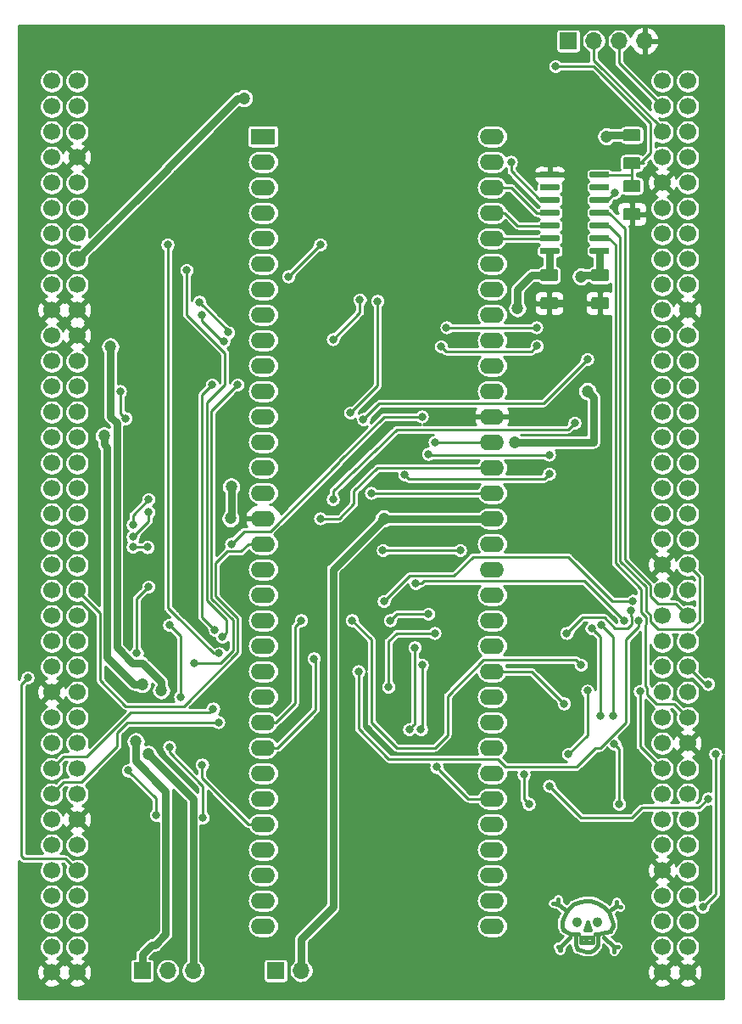
<source format=gbr>
G04 #@! TF.GenerationSoftware,KiCad,Pcbnew,(5.1.5)-2*
G04 #@! TF.CreationDate,2019-12-11T14:46:47+11:00*
G04 #@! TF.ProjectId,M68K-Nucleo,4d36384b-2d4e-4756-936c-656f2e6b6963,rev?*
G04 #@! TF.SameCoordinates,Original*
G04 #@! TF.FileFunction,Copper,L2,Bot*
G04 #@! TF.FilePolarity,Positive*
%FSLAX46Y46*%
G04 Gerber Fmt 4.6, Leading zero omitted, Abs format (unit mm)*
G04 Created by KiCad (PCBNEW (5.1.5)-2) date 2019-12-11 14:46:47*
%MOMM*%
%LPD*%
G04 APERTURE LIST*
%ADD10C,0.381000*%
%ADD11O,1.700000X1.700000*%
%ADD12R,1.700000X1.700000*%
%ADD13C,1.700000*%
%ADD14O,2.400000X1.600000*%
%ADD15R,2.400000X1.600000*%
%ADD16C,0.100000*%
%ADD17C,1.200000*%
%ADD18C,0.800000*%
%ADD19C,0.750000*%
%ADD20C,0.250000*%
%ADD21C,0.254000*%
G04 APERTURE END LIST*
D10*
X154940000Y-149987000D02*
X155321000Y-149987000D01*
X154559000Y-149987000D02*
X154940000Y-149987000D01*
X154051000Y-149733000D02*
X154559000Y-149987000D01*
X153797000Y-149606000D02*
X154051000Y-149733000D01*
X153670000Y-149225000D02*
X153797000Y-149606000D01*
X153670000Y-148844000D02*
X153670000Y-149225000D01*
X153797000Y-148463000D02*
X153670000Y-148844000D01*
X154051000Y-147955000D02*
X153797000Y-148463000D01*
X154305000Y-147574000D02*
X154051000Y-147955000D01*
X154813000Y-147066000D02*
X154305000Y-147574000D01*
X155448000Y-146812000D02*
X154813000Y-147066000D01*
X156083000Y-146685000D02*
X155448000Y-146812000D01*
X156591000Y-146685000D02*
X156083000Y-146685000D01*
X157226000Y-146939000D02*
X156591000Y-146685000D01*
X157861000Y-147320000D02*
X157226000Y-146939000D01*
X158369000Y-147828000D02*
X157861000Y-147320000D01*
X158623000Y-148463000D02*
X158369000Y-147828000D01*
X158750000Y-148971000D02*
X158623000Y-148463000D01*
X158750000Y-149225000D02*
X158750000Y-148971000D01*
X157353000Y-149987000D02*
X156972000Y-149987000D01*
X157988000Y-149860000D02*
X157353000Y-149987000D01*
X158496000Y-149733000D02*
X157988000Y-149860000D01*
X158623000Y-149479000D02*
X158496000Y-149733000D01*
X158750000Y-149225000D02*
X158623000Y-149479000D01*
X157226000Y-150749000D02*
X157226000Y-149987000D01*
X157226000Y-151130000D02*
X157226000Y-150749000D01*
X156083000Y-151765000D02*
X156464000Y-151765000D01*
X155575000Y-151638000D02*
X156083000Y-151765000D01*
X155194000Y-151511000D02*
X155575000Y-151638000D01*
X155067000Y-151130000D02*
X155194000Y-151511000D01*
X155067000Y-150749000D02*
X155067000Y-151130000D01*
X155067000Y-149987000D02*
X155067000Y-150749000D01*
X156845000Y-151638000D02*
X156464000Y-151765000D01*
X157099000Y-151384000D02*
X156845000Y-151638000D01*
X157226000Y-151130000D02*
X157099000Y-151384000D01*
X156464000Y-149606000D02*
X156210000Y-148844000D01*
X155956000Y-149606000D02*
X156464000Y-149606000D01*
X156210000Y-148844000D02*
X155956000Y-149606000D01*
X155477981Y-148844000D02*
G75*
G03X155477981Y-148844000I-283981J0D01*
G01*
X157509981Y-148844000D02*
G75*
G03X157509981Y-148844000I-283981J0D01*
G01*
X156718000Y-150876000D02*
X156718000Y-150368000D01*
X155575000Y-150876000D02*
X156718000Y-150876000D01*
X155575000Y-150368000D02*
X155575000Y-150876000D01*
X156718000Y-150368000D02*
X155575000Y-150368000D01*
X156083000Y-150495000D02*
X156083000Y-150749000D01*
X153924000Y-147574000D02*
X153289000Y-147066000D01*
X153289000Y-147066000D02*
X153289000Y-146558000D01*
X153289000Y-147066000D02*
X152781000Y-146939000D01*
X157861000Y-150368000D02*
X158877000Y-151257000D01*
X158877000Y-151257000D02*
X159258000Y-151257000D01*
X158877000Y-151257000D02*
X158877000Y-151765000D01*
X158623000Y-147574000D02*
X159131000Y-147193000D01*
X159131000Y-147193000D02*
X159131000Y-146812000D01*
X159131000Y-147193000D02*
X159512000Y-147320000D01*
X153543000Y-151257000D02*
X153289000Y-151257000D01*
X154432000Y-150368000D02*
X153543000Y-151257000D01*
X153543000Y-151638000D02*
X153416000Y-151638000D01*
X153543000Y-151257000D02*
X153543000Y-151638000D01*
D11*
X161925000Y-60960000D03*
X159385000Y-60960000D03*
X156845000Y-60960000D03*
D12*
X154305000Y-60960000D03*
D13*
X102730000Y-64960000D03*
X105270000Y-64960000D03*
X102730000Y-67500000D03*
X105270000Y-67500000D03*
X102730000Y-70040000D03*
X105270000Y-70040000D03*
X102730000Y-72580000D03*
X105270000Y-72580000D03*
X102730000Y-75120000D03*
X105270000Y-75120000D03*
X102730000Y-77660000D03*
X105270000Y-77660000D03*
X102730000Y-80200000D03*
X105270000Y-80200000D03*
X102730000Y-82740000D03*
X105270000Y-82740000D03*
X102730000Y-85280000D03*
X105270000Y-85280000D03*
X102730000Y-87820000D03*
X105270000Y-87820000D03*
X102730000Y-90360000D03*
X105270000Y-90360000D03*
X102730000Y-92900000D03*
X105270000Y-92900000D03*
X102730000Y-95440000D03*
X105270000Y-95440000D03*
X102730000Y-97980000D03*
X105270000Y-97980000D03*
X102730000Y-100520000D03*
X105270000Y-100520000D03*
X102730000Y-103060000D03*
X105270000Y-103060000D03*
X102730000Y-105600000D03*
X105270000Y-105600000D03*
X102730000Y-108140000D03*
X105270000Y-108140000D03*
X102730000Y-110680000D03*
X105270000Y-110680000D03*
X102730000Y-113220000D03*
X105270000Y-113220000D03*
X102730000Y-115760000D03*
X105270000Y-115760000D03*
X102730000Y-118300000D03*
X105270000Y-118300000D03*
X102730000Y-120840000D03*
X105270000Y-120840000D03*
X102730000Y-123380000D03*
X105270000Y-123380000D03*
X102730000Y-125920000D03*
X105270000Y-125920000D03*
X102730000Y-128460000D03*
X105270000Y-128460000D03*
X102730000Y-131000000D03*
X105270000Y-131000000D03*
X102730000Y-133540000D03*
X105270000Y-133540000D03*
X102730000Y-136080000D03*
X105270000Y-136080000D03*
X102730000Y-138620000D03*
X105270000Y-138620000D03*
X102730000Y-141160000D03*
X105270000Y-141160000D03*
X102730000Y-143700000D03*
X105270000Y-143700000D03*
X102730000Y-146240000D03*
X105270000Y-146240000D03*
X102730000Y-148780000D03*
X105270000Y-148780000D03*
X102730000Y-151320000D03*
X105270000Y-151320000D03*
X102730000Y-153860000D03*
X105270000Y-153860000D03*
X163690000Y-64960000D03*
X166230000Y-64960000D03*
X163690000Y-67500000D03*
X166230000Y-67500000D03*
X163690000Y-70040000D03*
X166230000Y-70040000D03*
X163690000Y-72580000D03*
X166230000Y-72580000D03*
X163690000Y-75120000D03*
X166230000Y-75120000D03*
X163690000Y-77660000D03*
X166230000Y-77660000D03*
X163690000Y-80200000D03*
X166230000Y-80200000D03*
X163690000Y-82740000D03*
X166230000Y-82740000D03*
X163690000Y-85280000D03*
X166230000Y-85280000D03*
X163690000Y-87820000D03*
X166230000Y-87820000D03*
X163690000Y-90360000D03*
X166230000Y-90360000D03*
X163690000Y-92900000D03*
X166230000Y-92900000D03*
X163690000Y-95440000D03*
X166230000Y-95440000D03*
X163690000Y-97980000D03*
X166230000Y-97980000D03*
X163690000Y-100520000D03*
X166230000Y-100520000D03*
X163690000Y-103060000D03*
X166230000Y-103060000D03*
X163690000Y-105600000D03*
X166230000Y-105600000D03*
X163690000Y-108140000D03*
X166230000Y-108140000D03*
X163690000Y-110680000D03*
X166230000Y-110680000D03*
X163690000Y-113220000D03*
X166230000Y-113220000D03*
X163690000Y-115760000D03*
X166230000Y-115760000D03*
X163690000Y-118300000D03*
X166230000Y-118300000D03*
X163690000Y-120840000D03*
X166230000Y-120840000D03*
X163690000Y-123380000D03*
X166230000Y-123380000D03*
X163690000Y-125920000D03*
X166230000Y-125920000D03*
X163690000Y-128460000D03*
X166230000Y-128460000D03*
X163690000Y-131000000D03*
X166230000Y-131000000D03*
X163690000Y-133540000D03*
X166230000Y-133540000D03*
X163690000Y-136080000D03*
X166230000Y-136080000D03*
X163690000Y-138620000D03*
X166230000Y-138620000D03*
X163690000Y-141160000D03*
X166230000Y-141160000D03*
X163690000Y-143700000D03*
X166230000Y-143700000D03*
X163690000Y-146240000D03*
X166230000Y-146240000D03*
X163690000Y-148780000D03*
X166230000Y-148780000D03*
X163690000Y-151320000D03*
X166230000Y-151320000D03*
X163690000Y-153860000D03*
X166230000Y-153860000D03*
D14*
X146685000Y-70485000D03*
X123825000Y-149225000D03*
X146685000Y-73025000D03*
X123825000Y-146685000D03*
X146685000Y-75565000D03*
X123825000Y-144145000D03*
X146685000Y-78105000D03*
X123825000Y-141605000D03*
X146685000Y-80645000D03*
X123825000Y-139065000D03*
X146685000Y-83185000D03*
X123825000Y-136525000D03*
X146685000Y-85725000D03*
X123825000Y-133985000D03*
X146685000Y-88265000D03*
X123825000Y-131445000D03*
X146685000Y-90805000D03*
X123825000Y-128905000D03*
X146685000Y-93345000D03*
X123825000Y-126365000D03*
X146685000Y-95885000D03*
X123825000Y-123825000D03*
X146685000Y-98425000D03*
X123825000Y-121285000D03*
X146685000Y-100965000D03*
X123825000Y-118745000D03*
X146685000Y-103505000D03*
X123825000Y-116205000D03*
X146685000Y-106045000D03*
X123825000Y-113665000D03*
X146685000Y-108585000D03*
X123825000Y-111125000D03*
X146685000Y-111125000D03*
X123825000Y-108585000D03*
X146685000Y-113665000D03*
X123825000Y-106045000D03*
X146685000Y-116205000D03*
X123825000Y-103505000D03*
X146685000Y-118745000D03*
X123825000Y-100965000D03*
X146685000Y-121285000D03*
X123825000Y-98425000D03*
X146685000Y-123825000D03*
X123825000Y-95885000D03*
X146685000Y-126365000D03*
X123825000Y-93345000D03*
X146685000Y-128905000D03*
X123825000Y-90805000D03*
X146685000Y-131445000D03*
X123825000Y-88265000D03*
X146685000Y-133985000D03*
X123825000Y-85725000D03*
X146685000Y-136525000D03*
X123825000Y-83185000D03*
X146685000Y-139065000D03*
X123825000Y-80645000D03*
X146685000Y-141605000D03*
X123825000Y-78105000D03*
X146685000Y-144145000D03*
X123825000Y-75565000D03*
X146685000Y-146685000D03*
X123825000Y-73025000D03*
X146685000Y-149225000D03*
D15*
X123825000Y-70485000D03*
G04 #@! TA.AperFunction,SMDPad,CuDef*
D16*
G36*
X161304504Y-77611204D02*
G01*
X161328773Y-77614804D01*
X161352571Y-77620765D01*
X161375671Y-77629030D01*
X161397849Y-77639520D01*
X161418893Y-77652133D01*
X161438598Y-77666747D01*
X161456777Y-77683223D01*
X161473253Y-77701402D01*
X161487867Y-77721107D01*
X161500480Y-77742151D01*
X161510970Y-77764329D01*
X161519235Y-77787429D01*
X161525196Y-77811227D01*
X161528796Y-77835496D01*
X161530000Y-77860000D01*
X161530000Y-78610000D01*
X161528796Y-78634504D01*
X161525196Y-78658773D01*
X161519235Y-78682571D01*
X161510970Y-78705671D01*
X161500480Y-78727849D01*
X161487867Y-78748893D01*
X161473253Y-78768598D01*
X161456777Y-78786777D01*
X161438598Y-78803253D01*
X161418893Y-78817867D01*
X161397849Y-78830480D01*
X161375671Y-78840970D01*
X161352571Y-78849235D01*
X161328773Y-78855196D01*
X161304504Y-78858796D01*
X161280000Y-78860000D01*
X160030000Y-78860000D01*
X160005496Y-78858796D01*
X159981227Y-78855196D01*
X159957429Y-78849235D01*
X159934329Y-78840970D01*
X159912151Y-78830480D01*
X159891107Y-78817867D01*
X159871402Y-78803253D01*
X159853223Y-78786777D01*
X159836747Y-78768598D01*
X159822133Y-78748893D01*
X159809520Y-78727849D01*
X159799030Y-78705671D01*
X159790765Y-78682571D01*
X159784804Y-78658773D01*
X159781204Y-78634504D01*
X159780000Y-78610000D01*
X159780000Y-77860000D01*
X159781204Y-77835496D01*
X159784804Y-77811227D01*
X159790765Y-77787429D01*
X159799030Y-77764329D01*
X159809520Y-77742151D01*
X159822133Y-77721107D01*
X159836747Y-77701402D01*
X159853223Y-77683223D01*
X159871402Y-77666747D01*
X159891107Y-77652133D01*
X159912151Y-77639520D01*
X159934329Y-77629030D01*
X159957429Y-77620765D01*
X159981227Y-77614804D01*
X160005496Y-77611204D01*
X160030000Y-77610000D01*
X161280000Y-77610000D01*
X161304504Y-77611204D01*
G37*
G04 #@! TD.AperFunction*
G04 #@! TA.AperFunction,SMDPad,CuDef*
G36*
X161304504Y-74811204D02*
G01*
X161328773Y-74814804D01*
X161352571Y-74820765D01*
X161375671Y-74829030D01*
X161397849Y-74839520D01*
X161418893Y-74852133D01*
X161438598Y-74866747D01*
X161456777Y-74883223D01*
X161473253Y-74901402D01*
X161487867Y-74921107D01*
X161500480Y-74942151D01*
X161510970Y-74964329D01*
X161519235Y-74987429D01*
X161525196Y-75011227D01*
X161528796Y-75035496D01*
X161530000Y-75060000D01*
X161530000Y-75810000D01*
X161528796Y-75834504D01*
X161525196Y-75858773D01*
X161519235Y-75882571D01*
X161510970Y-75905671D01*
X161500480Y-75927849D01*
X161487867Y-75948893D01*
X161473253Y-75968598D01*
X161456777Y-75986777D01*
X161438598Y-76003253D01*
X161418893Y-76017867D01*
X161397849Y-76030480D01*
X161375671Y-76040970D01*
X161352571Y-76049235D01*
X161328773Y-76055196D01*
X161304504Y-76058796D01*
X161280000Y-76060000D01*
X160030000Y-76060000D01*
X160005496Y-76058796D01*
X159981227Y-76055196D01*
X159957429Y-76049235D01*
X159934329Y-76040970D01*
X159912151Y-76030480D01*
X159891107Y-76017867D01*
X159871402Y-76003253D01*
X159853223Y-75986777D01*
X159836747Y-75968598D01*
X159822133Y-75948893D01*
X159809520Y-75927849D01*
X159799030Y-75905671D01*
X159790765Y-75882571D01*
X159784804Y-75858773D01*
X159781204Y-75834504D01*
X159780000Y-75810000D01*
X159780000Y-75060000D01*
X159781204Y-75035496D01*
X159784804Y-75011227D01*
X159790765Y-74987429D01*
X159799030Y-74964329D01*
X159809520Y-74942151D01*
X159822133Y-74921107D01*
X159836747Y-74901402D01*
X159853223Y-74883223D01*
X159871402Y-74866747D01*
X159891107Y-74852133D01*
X159912151Y-74839520D01*
X159934329Y-74829030D01*
X159957429Y-74820765D01*
X159981227Y-74814804D01*
X160005496Y-74811204D01*
X160030000Y-74810000D01*
X161280000Y-74810000D01*
X161304504Y-74811204D01*
G37*
G04 #@! TD.AperFunction*
G04 #@! TA.AperFunction,SMDPad,CuDef*
G36*
X161304504Y-72531204D02*
G01*
X161328773Y-72534804D01*
X161352571Y-72540765D01*
X161375671Y-72549030D01*
X161397849Y-72559520D01*
X161418893Y-72572133D01*
X161438598Y-72586747D01*
X161456777Y-72603223D01*
X161473253Y-72621402D01*
X161487867Y-72641107D01*
X161500480Y-72662151D01*
X161510970Y-72684329D01*
X161519235Y-72707429D01*
X161525196Y-72731227D01*
X161528796Y-72755496D01*
X161530000Y-72780000D01*
X161530000Y-73530000D01*
X161528796Y-73554504D01*
X161525196Y-73578773D01*
X161519235Y-73602571D01*
X161510970Y-73625671D01*
X161500480Y-73647849D01*
X161487867Y-73668893D01*
X161473253Y-73688598D01*
X161456777Y-73706777D01*
X161438598Y-73723253D01*
X161418893Y-73737867D01*
X161397849Y-73750480D01*
X161375671Y-73760970D01*
X161352571Y-73769235D01*
X161328773Y-73775196D01*
X161304504Y-73778796D01*
X161280000Y-73780000D01*
X160030000Y-73780000D01*
X160005496Y-73778796D01*
X159981227Y-73775196D01*
X159957429Y-73769235D01*
X159934329Y-73760970D01*
X159912151Y-73750480D01*
X159891107Y-73737867D01*
X159871402Y-73723253D01*
X159853223Y-73706777D01*
X159836747Y-73688598D01*
X159822133Y-73668893D01*
X159809520Y-73647849D01*
X159799030Y-73625671D01*
X159790765Y-73602571D01*
X159784804Y-73578773D01*
X159781204Y-73554504D01*
X159780000Y-73530000D01*
X159780000Y-72780000D01*
X159781204Y-72755496D01*
X159784804Y-72731227D01*
X159790765Y-72707429D01*
X159799030Y-72684329D01*
X159809520Y-72662151D01*
X159822133Y-72641107D01*
X159836747Y-72621402D01*
X159853223Y-72603223D01*
X159871402Y-72586747D01*
X159891107Y-72572133D01*
X159912151Y-72559520D01*
X159934329Y-72549030D01*
X159957429Y-72540765D01*
X159981227Y-72534804D01*
X160005496Y-72531204D01*
X160030000Y-72530000D01*
X161280000Y-72530000D01*
X161304504Y-72531204D01*
G37*
G04 #@! TD.AperFunction*
G04 #@! TA.AperFunction,SMDPad,CuDef*
G36*
X161304504Y-69731204D02*
G01*
X161328773Y-69734804D01*
X161352571Y-69740765D01*
X161375671Y-69749030D01*
X161397849Y-69759520D01*
X161418893Y-69772133D01*
X161438598Y-69786747D01*
X161456777Y-69803223D01*
X161473253Y-69821402D01*
X161487867Y-69841107D01*
X161500480Y-69862151D01*
X161510970Y-69884329D01*
X161519235Y-69907429D01*
X161525196Y-69931227D01*
X161528796Y-69955496D01*
X161530000Y-69980000D01*
X161530000Y-70730000D01*
X161528796Y-70754504D01*
X161525196Y-70778773D01*
X161519235Y-70802571D01*
X161510970Y-70825671D01*
X161500480Y-70847849D01*
X161487867Y-70868893D01*
X161473253Y-70888598D01*
X161456777Y-70906777D01*
X161438598Y-70923253D01*
X161418893Y-70937867D01*
X161397849Y-70950480D01*
X161375671Y-70960970D01*
X161352571Y-70969235D01*
X161328773Y-70975196D01*
X161304504Y-70978796D01*
X161280000Y-70980000D01*
X160030000Y-70980000D01*
X160005496Y-70978796D01*
X159981227Y-70975196D01*
X159957429Y-70969235D01*
X159934329Y-70960970D01*
X159912151Y-70950480D01*
X159891107Y-70937867D01*
X159871402Y-70923253D01*
X159853223Y-70906777D01*
X159836747Y-70888598D01*
X159822133Y-70868893D01*
X159809520Y-70847849D01*
X159799030Y-70825671D01*
X159790765Y-70802571D01*
X159784804Y-70778773D01*
X159781204Y-70754504D01*
X159780000Y-70730000D01*
X159780000Y-69980000D01*
X159781204Y-69955496D01*
X159784804Y-69931227D01*
X159790765Y-69907429D01*
X159799030Y-69884329D01*
X159809520Y-69862151D01*
X159822133Y-69841107D01*
X159836747Y-69821402D01*
X159853223Y-69803223D01*
X159871402Y-69786747D01*
X159891107Y-69772133D01*
X159912151Y-69759520D01*
X159934329Y-69749030D01*
X159957429Y-69740765D01*
X159981227Y-69734804D01*
X160005496Y-69731204D01*
X160030000Y-69730000D01*
X161280000Y-69730000D01*
X161304504Y-69731204D01*
G37*
G04 #@! TD.AperFunction*
G04 #@! TA.AperFunction,SMDPad,CuDef*
G36*
X158129504Y-86501204D02*
G01*
X158153773Y-86504804D01*
X158177571Y-86510765D01*
X158200671Y-86519030D01*
X158222849Y-86529520D01*
X158243893Y-86542133D01*
X158263598Y-86556747D01*
X158281777Y-86573223D01*
X158298253Y-86591402D01*
X158312867Y-86611107D01*
X158325480Y-86632151D01*
X158335970Y-86654329D01*
X158344235Y-86677429D01*
X158350196Y-86701227D01*
X158353796Y-86725496D01*
X158355000Y-86750000D01*
X158355000Y-87500000D01*
X158353796Y-87524504D01*
X158350196Y-87548773D01*
X158344235Y-87572571D01*
X158335970Y-87595671D01*
X158325480Y-87617849D01*
X158312867Y-87638893D01*
X158298253Y-87658598D01*
X158281777Y-87676777D01*
X158263598Y-87693253D01*
X158243893Y-87707867D01*
X158222849Y-87720480D01*
X158200671Y-87730970D01*
X158177571Y-87739235D01*
X158153773Y-87745196D01*
X158129504Y-87748796D01*
X158105000Y-87750000D01*
X156855000Y-87750000D01*
X156830496Y-87748796D01*
X156806227Y-87745196D01*
X156782429Y-87739235D01*
X156759329Y-87730970D01*
X156737151Y-87720480D01*
X156716107Y-87707867D01*
X156696402Y-87693253D01*
X156678223Y-87676777D01*
X156661747Y-87658598D01*
X156647133Y-87638893D01*
X156634520Y-87617849D01*
X156624030Y-87595671D01*
X156615765Y-87572571D01*
X156609804Y-87548773D01*
X156606204Y-87524504D01*
X156605000Y-87500000D01*
X156605000Y-86750000D01*
X156606204Y-86725496D01*
X156609804Y-86701227D01*
X156615765Y-86677429D01*
X156624030Y-86654329D01*
X156634520Y-86632151D01*
X156647133Y-86611107D01*
X156661747Y-86591402D01*
X156678223Y-86573223D01*
X156696402Y-86556747D01*
X156716107Y-86542133D01*
X156737151Y-86529520D01*
X156759329Y-86519030D01*
X156782429Y-86510765D01*
X156806227Y-86504804D01*
X156830496Y-86501204D01*
X156855000Y-86500000D01*
X158105000Y-86500000D01*
X158129504Y-86501204D01*
G37*
G04 #@! TD.AperFunction*
G04 #@! TA.AperFunction,SMDPad,CuDef*
G36*
X158129504Y-83701204D02*
G01*
X158153773Y-83704804D01*
X158177571Y-83710765D01*
X158200671Y-83719030D01*
X158222849Y-83729520D01*
X158243893Y-83742133D01*
X158263598Y-83756747D01*
X158281777Y-83773223D01*
X158298253Y-83791402D01*
X158312867Y-83811107D01*
X158325480Y-83832151D01*
X158335970Y-83854329D01*
X158344235Y-83877429D01*
X158350196Y-83901227D01*
X158353796Y-83925496D01*
X158355000Y-83950000D01*
X158355000Y-84700000D01*
X158353796Y-84724504D01*
X158350196Y-84748773D01*
X158344235Y-84772571D01*
X158335970Y-84795671D01*
X158325480Y-84817849D01*
X158312867Y-84838893D01*
X158298253Y-84858598D01*
X158281777Y-84876777D01*
X158263598Y-84893253D01*
X158243893Y-84907867D01*
X158222849Y-84920480D01*
X158200671Y-84930970D01*
X158177571Y-84939235D01*
X158153773Y-84945196D01*
X158129504Y-84948796D01*
X158105000Y-84950000D01*
X156855000Y-84950000D01*
X156830496Y-84948796D01*
X156806227Y-84945196D01*
X156782429Y-84939235D01*
X156759329Y-84930970D01*
X156737151Y-84920480D01*
X156716107Y-84907867D01*
X156696402Y-84893253D01*
X156678223Y-84876777D01*
X156661747Y-84858598D01*
X156647133Y-84838893D01*
X156634520Y-84817849D01*
X156624030Y-84795671D01*
X156615765Y-84772571D01*
X156609804Y-84748773D01*
X156606204Y-84724504D01*
X156605000Y-84700000D01*
X156605000Y-83950000D01*
X156606204Y-83925496D01*
X156609804Y-83901227D01*
X156615765Y-83877429D01*
X156624030Y-83854329D01*
X156634520Y-83832151D01*
X156647133Y-83811107D01*
X156661747Y-83791402D01*
X156678223Y-83773223D01*
X156696402Y-83756747D01*
X156716107Y-83742133D01*
X156737151Y-83729520D01*
X156759329Y-83719030D01*
X156782429Y-83710765D01*
X156806227Y-83704804D01*
X156830496Y-83701204D01*
X156855000Y-83700000D01*
X158105000Y-83700000D01*
X158129504Y-83701204D01*
G37*
G04 #@! TD.AperFunction*
G04 #@! TA.AperFunction,SMDPad,CuDef*
G36*
X153049504Y-86501204D02*
G01*
X153073773Y-86504804D01*
X153097571Y-86510765D01*
X153120671Y-86519030D01*
X153142849Y-86529520D01*
X153163893Y-86542133D01*
X153183598Y-86556747D01*
X153201777Y-86573223D01*
X153218253Y-86591402D01*
X153232867Y-86611107D01*
X153245480Y-86632151D01*
X153255970Y-86654329D01*
X153264235Y-86677429D01*
X153270196Y-86701227D01*
X153273796Y-86725496D01*
X153275000Y-86750000D01*
X153275000Y-87500000D01*
X153273796Y-87524504D01*
X153270196Y-87548773D01*
X153264235Y-87572571D01*
X153255970Y-87595671D01*
X153245480Y-87617849D01*
X153232867Y-87638893D01*
X153218253Y-87658598D01*
X153201777Y-87676777D01*
X153183598Y-87693253D01*
X153163893Y-87707867D01*
X153142849Y-87720480D01*
X153120671Y-87730970D01*
X153097571Y-87739235D01*
X153073773Y-87745196D01*
X153049504Y-87748796D01*
X153025000Y-87750000D01*
X151775000Y-87750000D01*
X151750496Y-87748796D01*
X151726227Y-87745196D01*
X151702429Y-87739235D01*
X151679329Y-87730970D01*
X151657151Y-87720480D01*
X151636107Y-87707867D01*
X151616402Y-87693253D01*
X151598223Y-87676777D01*
X151581747Y-87658598D01*
X151567133Y-87638893D01*
X151554520Y-87617849D01*
X151544030Y-87595671D01*
X151535765Y-87572571D01*
X151529804Y-87548773D01*
X151526204Y-87524504D01*
X151525000Y-87500000D01*
X151525000Y-86750000D01*
X151526204Y-86725496D01*
X151529804Y-86701227D01*
X151535765Y-86677429D01*
X151544030Y-86654329D01*
X151554520Y-86632151D01*
X151567133Y-86611107D01*
X151581747Y-86591402D01*
X151598223Y-86573223D01*
X151616402Y-86556747D01*
X151636107Y-86542133D01*
X151657151Y-86529520D01*
X151679329Y-86519030D01*
X151702429Y-86510765D01*
X151726227Y-86504804D01*
X151750496Y-86501204D01*
X151775000Y-86500000D01*
X153025000Y-86500000D01*
X153049504Y-86501204D01*
G37*
G04 #@! TD.AperFunction*
G04 #@! TA.AperFunction,SMDPad,CuDef*
G36*
X153049504Y-83701204D02*
G01*
X153073773Y-83704804D01*
X153097571Y-83710765D01*
X153120671Y-83719030D01*
X153142849Y-83729520D01*
X153163893Y-83742133D01*
X153183598Y-83756747D01*
X153201777Y-83773223D01*
X153218253Y-83791402D01*
X153232867Y-83811107D01*
X153245480Y-83832151D01*
X153255970Y-83854329D01*
X153264235Y-83877429D01*
X153270196Y-83901227D01*
X153273796Y-83925496D01*
X153275000Y-83950000D01*
X153275000Y-84700000D01*
X153273796Y-84724504D01*
X153270196Y-84748773D01*
X153264235Y-84772571D01*
X153255970Y-84795671D01*
X153245480Y-84817849D01*
X153232867Y-84838893D01*
X153218253Y-84858598D01*
X153201777Y-84876777D01*
X153183598Y-84893253D01*
X153163893Y-84907867D01*
X153142849Y-84920480D01*
X153120671Y-84930970D01*
X153097571Y-84939235D01*
X153073773Y-84945196D01*
X153049504Y-84948796D01*
X153025000Y-84950000D01*
X151775000Y-84950000D01*
X151750496Y-84948796D01*
X151726227Y-84945196D01*
X151702429Y-84939235D01*
X151679329Y-84930970D01*
X151657151Y-84920480D01*
X151636107Y-84907867D01*
X151616402Y-84893253D01*
X151598223Y-84876777D01*
X151581747Y-84858598D01*
X151567133Y-84838893D01*
X151554520Y-84817849D01*
X151544030Y-84795671D01*
X151535765Y-84772571D01*
X151529804Y-84748773D01*
X151526204Y-84724504D01*
X151525000Y-84700000D01*
X151525000Y-83950000D01*
X151526204Y-83925496D01*
X151529804Y-83901227D01*
X151535765Y-83877429D01*
X151544030Y-83854329D01*
X151554520Y-83832151D01*
X151567133Y-83811107D01*
X151581747Y-83791402D01*
X151598223Y-83773223D01*
X151616402Y-83756747D01*
X151636107Y-83742133D01*
X151657151Y-83729520D01*
X151679329Y-83719030D01*
X151702429Y-83710765D01*
X151726227Y-83704804D01*
X151750496Y-83701204D01*
X151775000Y-83700000D01*
X153025000Y-83700000D01*
X153049504Y-83701204D01*
G37*
G04 #@! TD.AperFunction*
G04 #@! TA.AperFunction,SMDPad,CuDef*
G36*
X158254703Y-81615722D02*
G01*
X158269264Y-81617882D01*
X158283543Y-81621459D01*
X158297403Y-81626418D01*
X158310710Y-81632712D01*
X158323336Y-81640280D01*
X158335159Y-81649048D01*
X158346066Y-81658934D01*
X158355952Y-81669841D01*
X158364720Y-81681664D01*
X158372288Y-81694290D01*
X158378582Y-81707597D01*
X158383541Y-81721457D01*
X158387118Y-81735736D01*
X158389278Y-81750297D01*
X158390000Y-81765000D01*
X158390000Y-82065000D01*
X158389278Y-82079703D01*
X158387118Y-82094264D01*
X158383541Y-82108543D01*
X158378582Y-82122403D01*
X158372288Y-82135710D01*
X158364720Y-82148336D01*
X158355952Y-82160159D01*
X158346066Y-82171066D01*
X158335159Y-82180952D01*
X158323336Y-82189720D01*
X158310710Y-82197288D01*
X158297403Y-82203582D01*
X158283543Y-82208541D01*
X158269264Y-82212118D01*
X158254703Y-82214278D01*
X158240000Y-82215000D01*
X156590000Y-82215000D01*
X156575297Y-82214278D01*
X156560736Y-82212118D01*
X156546457Y-82208541D01*
X156532597Y-82203582D01*
X156519290Y-82197288D01*
X156506664Y-82189720D01*
X156494841Y-82180952D01*
X156483934Y-82171066D01*
X156474048Y-82160159D01*
X156465280Y-82148336D01*
X156457712Y-82135710D01*
X156451418Y-82122403D01*
X156446459Y-82108543D01*
X156442882Y-82094264D01*
X156440722Y-82079703D01*
X156440000Y-82065000D01*
X156440000Y-81765000D01*
X156440722Y-81750297D01*
X156442882Y-81735736D01*
X156446459Y-81721457D01*
X156451418Y-81707597D01*
X156457712Y-81694290D01*
X156465280Y-81681664D01*
X156474048Y-81669841D01*
X156483934Y-81658934D01*
X156494841Y-81649048D01*
X156506664Y-81640280D01*
X156519290Y-81632712D01*
X156532597Y-81626418D01*
X156546457Y-81621459D01*
X156560736Y-81617882D01*
X156575297Y-81615722D01*
X156590000Y-81615000D01*
X158240000Y-81615000D01*
X158254703Y-81615722D01*
G37*
G04 #@! TD.AperFunction*
G04 #@! TA.AperFunction,SMDPad,CuDef*
G36*
X158254703Y-80345722D02*
G01*
X158269264Y-80347882D01*
X158283543Y-80351459D01*
X158297403Y-80356418D01*
X158310710Y-80362712D01*
X158323336Y-80370280D01*
X158335159Y-80379048D01*
X158346066Y-80388934D01*
X158355952Y-80399841D01*
X158364720Y-80411664D01*
X158372288Y-80424290D01*
X158378582Y-80437597D01*
X158383541Y-80451457D01*
X158387118Y-80465736D01*
X158389278Y-80480297D01*
X158390000Y-80495000D01*
X158390000Y-80795000D01*
X158389278Y-80809703D01*
X158387118Y-80824264D01*
X158383541Y-80838543D01*
X158378582Y-80852403D01*
X158372288Y-80865710D01*
X158364720Y-80878336D01*
X158355952Y-80890159D01*
X158346066Y-80901066D01*
X158335159Y-80910952D01*
X158323336Y-80919720D01*
X158310710Y-80927288D01*
X158297403Y-80933582D01*
X158283543Y-80938541D01*
X158269264Y-80942118D01*
X158254703Y-80944278D01*
X158240000Y-80945000D01*
X156590000Y-80945000D01*
X156575297Y-80944278D01*
X156560736Y-80942118D01*
X156546457Y-80938541D01*
X156532597Y-80933582D01*
X156519290Y-80927288D01*
X156506664Y-80919720D01*
X156494841Y-80910952D01*
X156483934Y-80901066D01*
X156474048Y-80890159D01*
X156465280Y-80878336D01*
X156457712Y-80865710D01*
X156451418Y-80852403D01*
X156446459Y-80838543D01*
X156442882Y-80824264D01*
X156440722Y-80809703D01*
X156440000Y-80795000D01*
X156440000Y-80495000D01*
X156440722Y-80480297D01*
X156442882Y-80465736D01*
X156446459Y-80451457D01*
X156451418Y-80437597D01*
X156457712Y-80424290D01*
X156465280Y-80411664D01*
X156474048Y-80399841D01*
X156483934Y-80388934D01*
X156494841Y-80379048D01*
X156506664Y-80370280D01*
X156519290Y-80362712D01*
X156532597Y-80356418D01*
X156546457Y-80351459D01*
X156560736Y-80347882D01*
X156575297Y-80345722D01*
X156590000Y-80345000D01*
X158240000Y-80345000D01*
X158254703Y-80345722D01*
G37*
G04 #@! TD.AperFunction*
G04 #@! TA.AperFunction,SMDPad,CuDef*
G36*
X158254703Y-79075722D02*
G01*
X158269264Y-79077882D01*
X158283543Y-79081459D01*
X158297403Y-79086418D01*
X158310710Y-79092712D01*
X158323336Y-79100280D01*
X158335159Y-79109048D01*
X158346066Y-79118934D01*
X158355952Y-79129841D01*
X158364720Y-79141664D01*
X158372288Y-79154290D01*
X158378582Y-79167597D01*
X158383541Y-79181457D01*
X158387118Y-79195736D01*
X158389278Y-79210297D01*
X158390000Y-79225000D01*
X158390000Y-79525000D01*
X158389278Y-79539703D01*
X158387118Y-79554264D01*
X158383541Y-79568543D01*
X158378582Y-79582403D01*
X158372288Y-79595710D01*
X158364720Y-79608336D01*
X158355952Y-79620159D01*
X158346066Y-79631066D01*
X158335159Y-79640952D01*
X158323336Y-79649720D01*
X158310710Y-79657288D01*
X158297403Y-79663582D01*
X158283543Y-79668541D01*
X158269264Y-79672118D01*
X158254703Y-79674278D01*
X158240000Y-79675000D01*
X156590000Y-79675000D01*
X156575297Y-79674278D01*
X156560736Y-79672118D01*
X156546457Y-79668541D01*
X156532597Y-79663582D01*
X156519290Y-79657288D01*
X156506664Y-79649720D01*
X156494841Y-79640952D01*
X156483934Y-79631066D01*
X156474048Y-79620159D01*
X156465280Y-79608336D01*
X156457712Y-79595710D01*
X156451418Y-79582403D01*
X156446459Y-79568543D01*
X156442882Y-79554264D01*
X156440722Y-79539703D01*
X156440000Y-79525000D01*
X156440000Y-79225000D01*
X156440722Y-79210297D01*
X156442882Y-79195736D01*
X156446459Y-79181457D01*
X156451418Y-79167597D01*
X156457712Y-79154290D01*
X156465280Y-79141664D01*
X156474048Y-79129841D01*
X156483934Y-79118934D01*
X156494841Y-79109048D01*
X156506664Y-79100280D01*
X156519290Y-79092712D01*
X156532597Y-79086418D01*
X156546457Y-79081459D01*
X156560736Y-79077882D01*
X156575297Y-79075722D01*
X156590000Y-79075000D01*
X158240000Y-79075000D01*
X158254703Y-79075722D01*
G37*
G04 #@! TD.AperFunction*
G04 #@! TA.AperFunction,SMDPad,CuDef*
G36*
X158254703Y-77805722D02*
G01*
X158269264Y-77807882D01*
X158283543Y-77811459D01*
X158297403Y-77816418D01*
X158310710Y-77822712D01*
X158323336Y-77830280D01*
X158335159Y-77839048D01*
X158346066Y-77848934D01*
X158355952Y-77859841D01*
X158364720Y-77871664D01*
X158372288Y-77884290D01*
X158378582Y-77897597D01*
X158383541Y-77911457D01*
X158387118Y-77925736D01*
X158389278Y-77940297D01*
X158390000Y-77955000D01*
X158390000Y-78255000D01*
X158389278Y-78269703D01*
X158387118Y-78284264D01*
X158383541Y-78298543D01*
X158378582Y-78312403D01*
X158372288Y-78325710D01*
X158364720Y-78338336D01*
X158355952Y-78350159D01*
X158346066Y-78361066D01*
X158335159Y-78370952D01*
X158323336Y-78379720D01*
X158310710Y-78387288D01*
X158297403Y-78393582D01*
X158283543Y-78398541D01*
X158269264Y-78402118D01*
X158254703Y-78404278D01*
X158240000Y-78405000D01*
X156590000Y-78405000D01*
X156575297Y-78404278D01*
X156560736Y-78402118D01*
X156546457Y-78398541D01*
X156532597Y-78393582D01*
X156519290Y-78387288D01*
X156506664Y-78379720D01*
X156494841Y-78370952D01*
X156483934Y-78361066D01*
X156474048Y-78350159D01*
X156465280Y-78338336D01*
X156457712Y-78325710D01*
X156451418Y-78312403D01*
X156446459Y-78298543D01*
X156442882Y-78284264D01*
X156440722Y-78269703D01*
X156440000Y-78255000D01*
X156440000Y-77955000D01*
X156440722Y-77940297D01*
X156442882Y-77925736D01*
X156446459Y-77911457D01*
X156451418Y-77897597D01*
X156457712Y-77884290D01*
X156465280Y-77871664D01*
X156474048Y-77859841D01*
X156483934Y-77848934D01*
X156494841Y-77839048D01*
X156506664Y-77830280D01*
X156519290Y-77822712D01*
X156532597Y-77816418D01*
X156546457Y-77811459D01*
X156560736Y-77807882D01*
X156575297Y-77805722D01*
X156590000Y-77805000D01*
X158240000Y-77805000D01*
X158254703Y-77805722D01*
G37*
G04 #@! TD.AperFunction*
G04 #@! TA.AperFunction,SMDPad,CuDef*
G36*
X158254703Y-76535722D02*
G01*
X158269264Y-76537882D01*
X158283543Y-76541459D01*
X158297403Y-76546418D01*
X158310710Y-76552712D01*
X158323336Y-76560280D01*
X158335159Y-76569048D01*
X158346066Y-76578934D01*
X158355952Y-76589841D01*
X158364720Y-76601664D01*
X158372288Y-76614290D01*
X158378582Y-76627597D01*
X158383541Y-76641457D01*
X158387118Y-76655736D01*
X158389278Y-76670297D01*
X158390000Y-76685000D01*
X158390000Y-76985000D01*
X158389278Y-76999703D01*
X158387118Y-77014264D01*
X158383541Y-77028543D01*
X158378582Y-77042403D01*
X158372288Y-77055710D01*
X158364720Y-77068336D01*
X158355952Y-77080159D01*
X158346066Y-77091066D01*
X158335159Y-77100952D01*
X158323336Y-77109720D01*
X158310710Y-77117288D01*
X158297403Y-77123582D01*
X158283543Y-77128541D01*
X158269264Y-77132118D01*
X158254703Y-77134278D01*
X158240000Y-77135000D01*
X156590000Y-77135000D01*
X156575297Y-77134278D01*
X156560736Y-77132118D01*
X156546457Y-77128541D01*
X156532597Y-77123582D01*
X156519290Y-77117288D01*
X156506664Y-77109720D01*
X156494841Y-77100952D01*
X156483934Y-77091066D01*
X156474048Y-77080159D01*
X156465280Y-77068336D01*
X156457712Y-77055710D01*
X156451418Y-77042403D01*
X156446459Y-77028543D01*
X156442882Y-77014264D01*
X156440722Y-76999703D01*
X156440000Y-76985000D01*
X156440000Y-76685000D01*
X156440722Y-76670297D01*
X156442882Y-76655736D01*
X156446459Y-76641457D01*
X156451418Y-76627597D01*
X156457712Y-76614290D01*
X156465280Y-76601664D01*
X156474048Y-76589841D01*
X156483934Y-76578934D01*
X156494841Y-76569048D01*
X156506664Y-76560280D01*
X156519290Y-76552712D01*
X156532597Y-76546418D01*
X156546457Y-76541459D01*
X156560736Y-76537882D01*
X156575297Y-76535722D01*
X156590000Y-76535000D01*
X158240000Y-76535000D01*
X158254703Y-76535722D01*
G37*
G04 #@! TD.AperFunction*
G04 #@! TA.AperFunction,SMDPad,CuDef*
G36*
X158254703Y-75265722D02*
G01*
X158269264Y-75267882D01*
X158283543Y-75271459D01*
X158297403Y-75276418D01*
X158310710Y-75282712D01*
X158323336Y-75290280D01*
X158335159Y-75299048D01*
X158346066Y-75308934D01*
X158355952Y-75319841D01*
X158364720Y-75331664D01*
X158372288Y-75344290D01*
X158378582Y-75357597D01*
X158383541Y-75371457D01*
X158387118Y-75385736D01*
X158389278Y-75400297D01*
X158390000Y-75415000D01*
X158390000Y-75715000D01*
X158389278Y-75729703D01*
X158387118Y-75744264D01*
X158383541Y-75758543D01*
X158378582Y-75772403D01*
X158372288Y-75785710D01*
X158364720Y-75798336D01*
X158355952Y-75810159D01*
X158346066Y-75821066D01*
X158335159Y-75830952D01*
X158323336Y-75839720D01*
X158310710Y-75847288D01*
X158297403Y-75853582D01*
X158283543Y-75858541D01*
X158269264Y-75862118D01*
X158254703Y-75864278D01*
X158240000Y-75865000D01*
X156590000Y-75865000D01*
X156575297Y-75864278D01*
X156560736Y-75862118D01*
X156546457Y-75858541D01*
X156532597Y-75853582D01*
X156519290Y-75847288D01*
X156506664Y-75839720D01*
X156494841Y-75830952D01*
X156483934Y-75821066D01*
X156474048Y-75810159D01*
X156465280Y-75798336D01*
X156457712Y-75785710D01*
X156451418Y-75772403D01*
X156446459Y-75758543D01*
X156442882Y-75744264D01*
X156440722Y-75729703D01*
X156440000Y-75715000D01*
X156440000Y-75415000D01*
X156440722Y-75400297D01*
X156442882Y-75385736D01*
X156446459Y-75371457D01*
X156451418Y-75357597D01*
X156457712Y-75344290D01*
X156465280Y-75331664D01*
X156474048Y-75319841D01*
X156483934Y-75308934D01*
X156494841Y-75299048D01*
X156506664Y-75290280D01*
X156519290Y-75282712D01*
X156532597Y-75276418D01*
X156546457Y-75271459D01*
X156560736Y-75267882D01*
X156575297Y-75265722D01*
X156590000Y-75265000D01*
X158240000Y-75265000D01*
X158254703Y-75265722D01*
G37*
G04 #@! TD.AperFunction*
G04 #@! TA.AperFunction,SMDPad,CuDef*
G36*
X158254703Y-73995722D02*
G01*
X158269264Y-73997882D01*
X158283543Y-74001459D01*
X158297403Y-74006418D01*
X158310710Y-74012712D01*
X158323336Y-74020280D01*
X158335159Y-74029048D01*
X158346066Y-74038934D01*
X158355952Y-74049841D01*
X158364720Y-74061664D01*
X158372288Y-74074290D01*
X158378582Y-74087597D01*
X158383541Y-74101457D01*
X158387118Y-74115736D01*
X158389278Y-74130297D01*
X158390000Y-74145000D01*
X158390000Y-74445000D01*
X158389278Y-74459703D01*
X158387118Y-74474264D01*
X158383541Y-74488543D01*
X158378582Y-74502403D01*
X158372288Y-74515710D01*
X158364720Y-74528336D01*
X158355952Y-74540159D01*
X158346066Y-74551066D01*
X158335159Y-74560952D01*
X158323336Y-74569720D01*
X158310710Y-74577288D01*
X158297403Y-74583582D01*
X158283543Y-74588541D01*
X158269264Y-74592118D01*
X158254703Y-74594278D01*
X158240000Y-74595000D01*
X156590000Y-74595000D01*
X156575297Y-74594278D01*
X156560736Y-74592118D01*
X156546457Y-74588541D01*
X156532597Y-74583582D01*
X156519290Y-74577288D01*
X156506664Y-74569720D01*
X156494841Y-74560952D01*
X156483934Y-74551066D01*
X156474048Y-74540159D01*
X156465280Y-74528336D01*
X156457712Y-74515710D01*
X156451418Y-74502403D01*
X156446459Y-74488543D01*
X156442882Y-74474264D01*
X156440722Y-74459703D01*
X156440000Y-74445000D01*
X156440000Y-74145000D01*
X156440722Y-74130297D01*
X156442882Y-74115736D01*
X156446459Y-74101457D01*
X156451418Y-74087597D01*
X156457712Y-74074290D01*
X156465280Y-74061664D01*
X156474048Y-74049841D01*
X156483934Y-74038934D01*
X156494841Y-74029048D01*
X156506664Y-74020280D01*
X156519290Y-74012712D01*
X156532597Y-74006418D01*
X156546457Y-74001459D01*
X156560736Y-73997882D01*
X156575297Y-73995722D01*
X156590000Y-73995000D01*
X158240000Y-73995000D01*
X158254703Y-73995722D01*
G37*
G04 #@! TD.AperFunction*
G04 #@! TA.AperFunction,SMDPad,CuDef*
G36*
X153304703Y-73995722D02*
G01*
X153319264Y-73997882D01*
X153333543Y-74001459D01*
X153347403Y-74006418D01*
X153360710Y-74012712D01*
X153373336Y-74020280D01*
X153385159Y-74029048D01*
X153396066Y-74038934D01*
X153405952Y-74049841D01*
X153414720Y-74061664D01*
X153422288Y-74074290D01*
X153428582Y-74087597D01*
X153433541Y-74101457D01*
X153437118Y-74115736D01*
X153439278Y-74130297D01*
X153440000Y-74145000D01*
X153440000Y-74445000D01*
X153439278Y-74459703D01*
X153437118Y-74474264D01*
X153433541Y-74488543D01*
X153428582Y-74502403D01*
X153422288Y-74515710D01*
X153414720Y-74528336D01*
X153405952Y-74540159D01*
X153396066Y-74551066D01*
X153385159Y-74560952D01*
X153373336Y-74569720D01*
X153360710Y-74577288D01*
X153347403Y-74583582D01*
X153333543Y-74588541D01*
X153319264Y-74592118D01*
X153304703Y-74594278D01*
X153290000Y-74595000D01*
X151640000Y-74595000D01*
X151625297Y-74594278D01*
X151610736Y-74592118D01*
X151596457Y-74588541D01*
X151582597Y-74583582D01*
X151569290Y-74577288D01*
X151556664Y-74569720D01*
X151544841Y-74560952D01*
X151533934Y-74551066D01*
X151524048Y-74540159D01*
X151515280Y-74528336D01*
X151507712Y-74515710D01*
X151501418Y-74502403D01*
X151496459Y-74488543D01*
X151492882Y-74474264D01*
X151490722Y-74459703D01*
X151490000Y-74445000D01*
X151490000Y-74145000D01*
X151490722Y-74130297D01*
X151492882Y-74115736D01*
X151496459Y-74101457D01*
X151501418Y-74087597D01*
X151507712Y-74074290D01*
X151515280Y-74061664D01*
X151524048Y-74049841D01*
X151533934Y-74038934D01*
X151544841Y-74029048D01*
X151556664Y-74020280D01*
X151569290Y-74012712D01*
X151582597Y-74006418D01*
X151596457Y-74001459D01*
X151610736Y-73997882D01*
X151625297Y-73995722D01*
X151640000Y-73995000D01*
X153290000Y-73995000D01*
X153304703Y-73995722D01*
G37*
G04 #@! TD.AperFunction*
G04 #@! TA.AperFunction,SMDPad,CuDef*
G36*
X153304703Y-75265722D02*
G01*
X153319264Y-75267882D01*
X153333543Y-75271459D01*
X153347403Y-75276418D01*
X153360710Y-75282712D01*
X153373336Y-75290280D01*
X153385159Y-75299048D01*
X153396066Y-75308934D01*
X153405952Y-75319841D01*
X153414720Y-75331664D01*
X153422288Y-75344290D01*
X153428582Y-75357597D01*
X153433541Y-75371457D01*
X153437118Y-75385736D01*
X153439278Y-75400297D01*
X153440000Y-75415000D01*
X153440000Y-75715000D01*
X153439278Y-75729703D01*
X153437118Y-75744264D01*
X153433541Y-75758543D01*
X153428582Y-75772403D01*
X153422288Y-75785710D01*
X153414720Y-75798336D01*
X153405952Y-75810159D01*
X153396066Y-75821066D01*
X153385159Y-75830952D01*
X153373336Y-75839720D01*
X153360710Y-75847288D01*
X153347403Y-75853582D01*
X153333543Y-75858541D01*
X153319264Y-75862118D01*
X153304703Y-75864278D01*
X153290000Y-75865000D01*
X151640000Y-75865000D01*
X151625297Y-75864278D01*
X151610736Y-75862118D01*
X151596457Y-75858541D01*
X151582597Y-75853582D01*
X151569290Y-75847288D01*
X151556664Y-75839720D01*
X151544841Y-75830952D01*
X151533934Y-75821066D01*
X151524048Y-75810159D01*
X151515280Y-75798336D01*
X151507712Y-75785710D01*
X151501418Y-75772403D01*
X151496459Y-75758543D01*
X151492882Y-75744264D01*
X151490722Y-75729703D01*
X151490000Y-75715000D01*
X151490000Y-75415000D01*
X151490722Y-75400297D01*
X151492882Y-75385736D01*
X151496459Y-75371457D01*
X151501418Y-75357597D01*
X151507712Y-75344290D01*
X151515280Y-75331664D01*
X151524048Y-75319841D01*
X151533934Y-75308934D01*
X151544841Y-75299048D01*
X151556664Y-75290280D01*
X151569290Y-75282712D01*
X151582597Y-75276418D01*
X151596457Y-75271459D01*
X151610736Y-75267882D01*
X151625297Y-75265722D01*
X151640000Y-75265000D01*
X153290000Y-75265000D01*
X153304703Y-75265722D01*
G37*
G04 #@! TD.AperFunction*
G04 #@! TA.AperFunction,SMDPad,CuDef*
G36*
X153304703Y-76535722D02*
G01*
X153319264Y-76537882D01*
X153333543Y-76541459D01*
X153347403Y-76546418D01*
X153360710Y-76552712D01*
X153373336Y-76560280D01*
X153385159Y-76569048D01*
X153396066Y-76578934D01*
X153405952Y-76589841D01*
X153414720Y-76601664D01*
X153422288Y-76614290D01*
X153428582Y-76627597D01*
X153433541Y-76641457D01*
X153437118Y-76655736D01*
X153439278Y-76670297D01*
X153440000Y-76685000D01*
X153440000Y-76985000D01*
X153439278Y-76999703D01*
X153437118Y-77014264D01*
X153433541Y-77028543D01*
X153428582Y-77042403D01*
X153422288Y-77055710D01*
X153414720Y-77068336D01*
X153405952Y-77080159D01*
X153396066Y-77091066D01*
X153385159Y-77100952D01*
X153373336Y-77109720D01*
X153360710Y-77117288D01*
X153347403Y-77123582D01*
X153333543Y-77128541D01*
X153319264Y-77132118D01*
X153304703Y-77134278D01*
X153290000Y-77135000D01*
X151640000Y-77135000D01*
X151625297Y-77134278D01*
X151610736Y-77132118D01*
X151596457Y-77128541D01*
X151582597Y-77123582D01*
X151569290Y-77117288D01*
X151556664Y-77109720D01*
X151544841Y-77100952D01*
X151533934Y-77091066D01*
X151524048Y-77080159D01*
X151515280Y-77068336D01*
X151507712Y-77055710D01*
X151501418Y-77042403D01*
X151496459Y-77028543D01*
X151492882Y-77014264D01*
X151490722Y-76999703D01*
X151490000Y-76985000D01*
X151490000Y-76685000D01*
X151490722Y-76670297D01*
X151492882Y-76655736D01*
X151496459Y-76641457D01*
X151501418Y-76627597D01*
X151507712Y-76614290D01*
X151515280Y-76601664D01*
X151524048Y-76589841D01*
X151533934Y-76578934D01*
X151544841Y-76569048D01*
X151556664Y-76560280D01*
X151569290Y-76552712D01*
X151582597Y-76546418D01*
X151596457Y-76541459D01*
X151610736Y-76537882D01*
X151625297Y-76535722D01*
X151640000Y-76535000D01*
X153290000Y-76535000D01*
X153304703Y-76535722D01*
G37*
G04 #@! TD.AperFunction*
G04 #@! TA.AperFunction,SMDPad,CuDef*
G36*
X153304703Y-77805722D02*
G01*
X153319264Y-77807882D01*
X153333543Y-77811459D01*
X153347403Y-77816418D01*
X153360710Y-77822712D01*
X153373336Y-77830280D01*
X153385159Y-77839048D01*
X153396066Y-77848934D01*
X153405952Y-77859841D01*
X153414720Y-77871664D01*
X153422288Y-77884290D01*
X153428582Y-77897597D01*
X153433541Y-77911457D01*
X153437118Y-77925736D01*
X153439278Y-77940297D01*
X153440000Y-77955000D01*
X153440000Y-78255000D01*
X153439278Y-78269703D01*
X153437118Y-78284264D01*
X153433541Y-78298543D01*
X153428582Y-78312403D01*
X153422288Y-78325710D01*
X153414720Y-78338336D01*
X153405952Y-78350159D01*
X153396066Y-78361066D01*
X153385159Y-78370952D01*
X153373336Y-78379720D01*
X153360710Y-78387288D01*
X153347403Y-78393582D01*
X153333543Y-78398541D01*
X153319264Y-78402118D01*
X153304703Y-78404278D01*
X153290000Y-78405000D01*
X151640000Y-78405000D01*
X151625297Y-78404278D01*
X151610736Y-78402118D01*
X151596457Y-78398541D01*
X151582597Y-78393582D01*
X151569290Y-78387288D01*
X151556664Y-78379720D01*
X151544841Y-78370952D01*
X151533934Y-78361066D01*
X151524048Y-78350159D01*
X151515280Y-78338336D01*
X151507712Y-78325710D01*
X151501418Y-78312403D01*
X151496459Y-78298543D01*
X151492882Y-78284264D01*
X151490722Y-78269703D01*
X151490000Y-78255000D01*
X151490000Y-77955000D01*
X151490722Y-77940297D01*
X151492882Y-77925736D01*
X151496459Y-77911457D01*
X151501418Y-77897597D01*
X151507712Y-77884290D01*
X151515280Y-77871664D01*
X151524048Y-77859841D01*
X151533934Y-77848934D01*
X151544841Y-77839048D01*
X151556664Y-77830280D01*
X151569290Y-77822712D01*
X151582597Y-77816418D01*
X151596457Y-77811459D01*
X151610736Y-77807882D01*
X151625297Y-77805722D01*
X151640000Y-77805000D01*
X153290000Y-77805000D01*
X153304703Y-77805722D01*
G37*
G04 #@! TD.AperFunction*
G04 #@! TA.AperFunction,SMDPad,CuDef*
G36*
X153304703Y-79075722D02*
G01*
X153319264Y-79077882D01*
X153333543Y-79081459D01*
X153347403Y-79086418D01*
X153360710Y-79092712D01*
X153373336Y-79100280D01*
X153385159Y-79109048D01*
X153396066Y-79118934D01*
X153405952Y-79129841D01*
X153414720Y-79141664D01*
X153422288Y-79154290D01*
X153428582Y-79167597D01*
X153433541Y-79181457D01*
X153437118Y-79195736D01*
X153439278Y-79210297D01*
X153440000Y-79225000D01*
X153440000Y-79525000D01*
X153439278Y-79539703D01*
X153437118Y-79554264D01*
X153433541Y-79568543D01*
X153428582Y-79582403D01*
X153422288Y-79595710D01*
X153414720Y-79608336D01*
X153405952Y-79620159D01*
X153396066Y-79631066D01*
X153385159Y-79640952D01*
X153373336Y-79649720D01*
X153360710Y-79657288D01*
X153347403Y-79663582D01*
X153333543Y-79668541D01*
X153319264Y-79672118D01*
X153304703Y-79674278D01*
X153290000Y-79675000D01*
X151640000Y-79675000D01*
X151625297Y-79674278D01*
X151610736Y-79672118D01*
X151596457Y-79668541D01*
X151582597Y-79663582D01*
X151569290Y-79657288D01*
X151556664Y-79649720D01*
X151544841Y-79640952D01*
X151533934Y-79631066D01*
X151524048Y-79620159D01*
X151515280Y-79608336D01*
X151507712Y-79595710D01*
X151501418Y-79582403D01*
X151496459Y-79568543D01*
X151492882Y-79554264D01*
X151490722Y-79539703D01*
X151490000Y-79525000D01*
X151490000Y-79225000D01*
X151490722Y-79210297D01*
X151492882Y-79195736D01*
X151496459Y-79181457D01*
X151501418Y-79167597D01*
X151507712Y-79154290D01*
X151515280Y-79141664D01*
X151524048Y-79129841D01*
X151533934Y-79118934D01*
X151544841Y-79109048D01*
X151556664Y-79100280D01*
X151569290Y-79092712D01*
X151582597Y-79086418D01*
X151596457Y-79081459D01*
X151610736Y-79077882D01*
X151625297Y-79075722D01*
X151640000Y-79075000D01*
X153290000Y-79075000D01*
X153304703Y-79075722D01*
G37*
G04 #@! TD.AperFunction*
G04 #@! TA.AperFunction,SMDPad,CuDef*
G36*
X153304703Y-80345722D02*
G01*
X153319264Y-80347882D01*
X153333543Y-80351459D01*
X153347403Y-80356418D01*
X153360710Y-80362712D01*
X153373336Y-80370280D01*
X153385159Y-80379048D01*
X153396066Y-80388934D01*
X153405952Y-80399841D01*
X153414720Y-80411664D01*
X153422288Y-80424290D01*
X153428582Y-80437597D01*
X153433541Y-80451457D01*
X153437118Y-80465736D01*
X153439278Y-80480297D01*
X153440000Y-80495000D01*
X153440000Y-80795000D01*
X153439278Y-80809703D01*
X153437118Y-80824264D01*
X153433541Y-80838543D01*
X153428582Y-80852403D01*
X153422288Y-80865710D01*
X153414720Y-80878336D01*
X153405952Y-80890159D01*
X153396066Y-80901066D01*
X153385159Y-80910952D01*
X153373336Y-80919720D01*
X153360710Y-80927288D01*
X153347403Y-80933582D01*
X153333543Y-80938541D01*
X153319264Y-80942118D01*
X153304703Y-80944278D01*
X153290000Y-80945000D01*
X151640000Y-80945000D01*
X151625297Y-80944278D01*
X151610736Y-80942118D01*
X151596457Y-80938541D01*
X151582597Y-80933582D01*
X151569290Y-80927288D01*
X151556664Y-80919720D01*
X151544841Y-80910952D01*
X151533934Y-80901066D01*
X151524048Y-80890159D01*
X151515280Y-80878336D01*
X151507712Y-80865710D01*
X151501418Y-80852403D01*
X151496459Y-80838543D01*
X151492882Y-80824264D01*
X151490722Y-80809703D01*
X151490000Y-80795000D01*
X151490000Y-80495000D01*
X151490722Y-80480297D01*
X151492882Y-80465736D01*
X151496459Y-80451457D01*
X151501418Y-80437597D01*
X151507712Y-80424290D01*
X151515280Y-80411664D01*
X151524048Y-80399841D01*
X151533934Y-80388934D01*
X151544841Y-80379048D01*
X151556664Y-80370280D01*
X151569290Y-80362712D01*
X151582597Y-80356418D01*
X151596457Y-80351459D01*
X151610736Y-80347882D01*
X151625297Y-80345722D01*
X151640000Y-80345000D01*
X153290000Y-80345000D01*
X153304703Y-80345722D01*
G37*
G04 #@! TD.AperFunction*
G04 #@! TA.AperFunction,SMDPad,CuDef*
G36*
X153304703Y-81615722D02*
G01*
X153319264Y-81617882D01*
X153333543Y-81621459D01*
X153347403Y-81626418D01*
X153360710Y-81632712D01*
X153373336Y-81640280D01*
X153385159Y-81649048D01*
X153396066Y-81658934D01*
X153405952Y-81669841D01*
X153414720Y-81681664D01*
X153422288Y-81694290D01*
X153428582Y-81707597D01*
X153433541Y-81721457D01*
X153437118Y-81735736D01*
X153439278Y-81750297D01*
X153440000Y-81765000D01*
X153440000Y-82065000D01*
X153439278Y-82079703D01*
X153437118Y-82094264D01*
X153433541Y-82108543D01*
X153428582Y-82122403D01*
X153422288Y-82135710D01*
X153414720Y-82148336D01*
X153405952Y-82160159D01*
X153396066Y-82171066D01*
X153385159Y-82180952D01*
X153373336Y-82189720D01*
X153360710Y-82197288D01*
X153347403Y-82203582D01*
X153333543Y-82208541D01*
X153319264Y-82212118D01*
X153304703Y-82214278D01*
X153290000Y-82215000D01*
X151640000Y-82215000D01*
X151625297Y-82214278D01*
X151610736Y-82212118D01*
X151596457Y-82208541D01*
X151582597Y-82203582D01*
X151569290Y-82197288D01*
X151556664Y-82189720D01*
X151544841Y-82180952D01*
X151533934Y-82171066D01*
X151524048Y-82160159D01*
X151515280Y-82148336D01*
X151507712Y-82135710D01*
X151501418Y-82122403D01*
X151496459Y-82108543D01*
X151492882Y-82094264D01*
X151490722Y-82079703D01*
X151490000Y-82065000D01*
X151490000Y-81765000D01*
X151490722Y-81750297D01*
X151492882Y-81735736D01*
X151496459Y-81721457D01*
X151501418Y-81707597D01*
X151507712Y-81694290D01*
X151515280Y-81681664D01*
X151524048Y-81669841D01*
X151533934Y-81658934D01*
X151544841Y-81649048D01*
X151556664Y-81640280D01*
X151569290Y-81632712D01*
X151582597Y-81626418D01*
X151596457Y-81621459D01*
X151610736Y-81617882D01*
X151625297Y-81615722D01*
X151640000Y-81615000D01*
X153290000Y-81615000D01*
X153304703Y-81615722D01*
G37*
G04 #@! TD.AperFunction*
D11*
X127635000Y-153670000D03*
D12*
X125095000Y-153670000D03*
D11*
X116840000Y-153670000D03*
X114300000Y-153670000D03*
D12*
X111760000Y-153670000D03*
D17*
X158115000Y-70485000D03*
X121920000Y-66675000D03*
X112395000Y-132080000D03*
X113665000Y-125730000D03*
X108585000Y-91440000D03*
X155575000Y-84455000D03*
X107950000Y-100330000D03*
X111125000Y-130810000D03*
X111760000Y-125095000D03*
X148934990Y-100965000D03*
X149225000Y-87630000D03*
X120650000Y-105410000D03*
X135890000Y-108585000D03*
X120594592Y-108574966D03*
X156210000Y-95885000D03*
D18*
X121285000Y-95250000D03*
X133500155Y-86754835D03*
X130810000Y-90714990D03*
X116949322Y-123000034D03*
X135262141Y-86904990D03*
X132565596Y-98036556D03*
X115570000Y-126365000D03*
X117755229Y-133135275D03*
X114467138Y-119212864D03*
X160749802Y-116807099D03*
X128905000Y-122555000D03*
X135890000Y-116840000D03*
X161461577Y-125820651D03*
X132715000Y-118745000D03*
X127635000Y-118745000D03*
X155575000Y-123190000D03*
X158750000Y-128270000D03*
X157574979Y-119179742D03*
X152400000Y-135255000D03*
X168275000Y-125095000D03*
X168275000Y-136525000D03*
X157480000Y-128270000D03*
X156643455Y-119543455D03*
X133350000Y-123825000D03*
X161339985Y-118769742D03*
D17*
X151635000Y-111255000D03*
X116205000Y-99695000D03*
X154940000Y-86995000D03*
X152400000Y-72390000D03*
X161290000Y-81915000D03*
X116105066Y-117536772D03*
X120650000Y-99060000D03*
X157480000Y-103505000D03*
X161290000Y-103505000D03*
X128905000Y-135890000D03*
X132715000Y-135890000D03*
X112395000Y-118110000D03*
X149225000Y-83820000D03*
D18*
X112395000Y-107950000D03*
X129540000Y-108585000D03*
X110830010Y-110419977D03*
X150373365Y-137038365D03*
X149860000Y-134075010D03*
X112395000Y-106680000D03*
X110830010Y-109220000D03*
X134620000Y-106045000D03*
X111231698Y-122010067D03*
X112394222Y-115374996D03*
X143510000Y-111760000D03*
X135799990Y-111760000D03*
X110830010Y-111419990D03*
X112280022Y-111443732D03*
X130810000Y-106680000D03*
X154940000Y-99060000D03*
X136525000Y-118745000D03*
X140335000Y-118110000D03*
X118854081Y-127549349D03*
X119380000Y-128905000D03*
X140970000Y-120015000D03*
X136329840Y-125369999D03*
X156210000Y-92710000D03*
X133849206Y-98683756D03*
X153864968Y-127035872D03*
X152400000Y-104140000D03*
X137950021Y-104230010D03*
X139065000Y-115025010D03*
X159889974Y-118799686D03*
X152400000Y-102235000D03*
X140335000Y-102144990D03*
X141605000Y-91440000D03*
X151184437Y-91385563D03*
X160605667Y-117796669D03*
X154160153Y-120014999D03*
X151130000Y-89535000D03*
X142149990Y-89535000D03*
X110366989Y-133713459D03*
X113150555Y-138150032D03*
X141150012Y-133378127D03*
X117815010Y-138439370D03*
X114471267Y-131358250D03*
X158900155Y-131050165D03*
X159385000Y-137069990D03*
X139700000Y-123190000D03*
X117694427Y-88287431D03*
X119892660Y-90927340D03*
X139598249Y-129630010D03*
X110079547Y-98599757D03*
X109560010Y-95885000D03*
X117475000Y-86995000D03*
X138974990Y-121452345D03*
X120324701Y-90025474D03*
X138430000Y-129630010D03*
X118745000Y-95250000D03*
X126365000Y-84455000D03*
X129540000Y-81280000D03*
X119034668Y-119702140D03*
X169000010Y-132080000D03*
X167730010Y-147320000D03*
X116205000Y-83820000D03*
X119747096Y-120403902D03*
X154305000Y-132080000D03*
X156210000Y-125762021D03*
X114300000Y-81280000D03*
X119455215Y-122039520D03*
X120650000Y-111125000D03*
X139700000Y-98425000D03*
X140970000Y-100965000D03*
X100330000Y-124460000D03*
X153035000Y-63500000D03*
X148590000Y-73025000D03*
X158922241Y-76082701D03*
D19*
X157415000Y-84260000D02*
X157480000Y-84325000D01*
X157415000Y-81915000D02*
X157415000Y-84260000D01*
X116840000Y-153670000D02*
X116840000Y-136525000D01*
X116840000Y-136525000D02*
X112395000Y-132080000D01*
X110763696Y-122985069D02*
X109220000Y-121441373D01*
X113665000Y-125730000D02*
X113665000Y-124881472D01*
X111768597Y-122985069D02*
X110763696Y-122985069D01*
X108585000Y-98425000D02*
X108585000Y-92288528D01*
X108585000Y-92288528D02*
X108585000Y-91440000D01*
X113665000Y-124881472D02*
X111768597Y-122985069D01*
X109220000Y-121441373D02*
X109220000Y-99060000D01*
X109220000Y-99060000D02*
X108585000Y-98425000D01*
X157480000Y-84325000D02*
X155705000Y-84325000D01*
X155705000Y-84325000D02*
X155575000Y-84455000D01*
X158245000Y-70355000D02*
X158115000Y-70485000D01*
X160655000Y-70355000D02*
X158245000Y-70355000D01*
X121285000Y-66675000D02*
X121920000Y-66675000D01*
X114300000Y-73660000D02*
X121285000Y-66675000D01*
X105270000Y-82740000D02*
X114300000Y-73710000D01*
X114300000Y-73710000D02*
X114300000Y-73660000D01*
X111125000Y-132788518D02*
X111125000Y-130810000D01*
X114125556Y-135789074D02*
X111125000Y-132788518D01*
X111760000Y-152070000D02*
X112700000Y-151130000D01*
X112700000Y-151130000D02*
X113030000Y-151130000D01*
X113030000Y-151130000D02*
X114125557Y-150034443D01*
X111760000Y-153670000D02*
X111760000Y-152070000D01*
X114125557Y-150034443D02*
X114125556Y-135789074D01*
X108269989Y-101498517D02*
X107950000Y-101178528D01*
X111760000Y-125095000D02*
X110911472Y-125095000D01*
X108269989Y-122453517D02*
X108269989Y-101498517D01*
X107950000Y-101178528D02*
X107950000Y-100330000D01*
X110911472Y-125095000D02*
X108269989Y-122453517D01*
D20*
X152400000Y-81980000D02*
X152465000Y-81915000D01*
D19*
X152465000Y-84260000D02*
X152400000Y-84325000D01*
X152465000Y-81915000D02*
X152465000Y-84260000D01*
X151525000Y-84325000D02*
X152400000Y-84325000D01*
X152400000Y-84325000D02*
X150625000Y-84325000D01*
X149225000Y-85725000D02*
X149225000Y-87630000D01*
X150625000Y-84325000D02*
X149225000Y-85725000D01*
X146685000Y-108585000D02*
X135890000Y-108585000D01*
X127635000Y-150495000D02*
X127635000Y-153670000D01*
X130810000Y-147320000D02*
X127635000Y-150495000D01*
X135890000Y-108585000D02*
X130810000Y-113665000D01*
X130810000Y-113665000D02*
X130810000Y-147320000D01*
X120650000Y-105410000D02*
X120650000Y-108519558D01*
X120650000Y-108519558D02*
X120594592Y-108574966D01*
X148934990Y-100965000D02*
X156845000Y-100965000D01*
X156845000Y-96520000D02*
X156210000Y-95885000D01*
X156845000Y-100965000D02*
X156845000Y-96520000D01*
D20*
X133500155Y-88024835D02*
X130810000Y-90714990D01*
X133500155Y-86754835D02*
X133500155Y-88024835D01*
X118654999Y-116553001D02*
X120834989Y-118732991D01*
X120834989Y-118732991D02*
X120834989Y-121732750D01*
X119567705Y-123000034D02*
X116949322Y-123000034D01*
X121285000Y-95250000D02*
X118654999Y-97880001D01*
X120834989Y-121732750D02*
X119567705Y-123000034D01*
X118654999Y-97880001D02*
X118654999Y-116553001D01*
X135262141Y-86904990D02*
X135262141Y-95340011D01*
X135262141Y-95340011D02*
X132565596Y-98036556D01*
X147085000Y-75565000D02*
X146685000Y-75565000D01*
X152465000Y-78105000D02*
X151130000Y-78105000D01*
X151130000Y-78105000D02*
X148590000Y-75565000D01*
X148590000Y-75565000D02*
X146685000Y-75565000D01*
X152465000Y-79375000D02*
X149225000Y-79375000D01*
X149225000Y-79375000D02*
X147955000Y-78105000D01*
X147955000Y-78105000D02*
X146685000Y-78105000D01*
X152465000Y-80645000D02*
X146685000Y-80645000D01*
X123825000Y-139065000D02*
X122375000Y-139065000D01*
X122375000Y-139065000D02*
X117755229Y-134445229D01*
X117755229Y-134445229D02*
X117755229Y-133135275D01*
X114467138Y-119212864D02*
X115570000Y-120315726D01*
X115570000Y-120315726D02*
X115570000Y-126365000D01*
X160749802Y-116807099D02*
X158717099Y-116807099D01*
X158717099Y-116807099D02*
X154305000Y-112395000D01*
X154305000Y-112395000D02*
X144780000Y-112395000D01*
X144780000Y-112395000D02*
X142875000Y-114300000D01*
X125275000Y-131445000D02*
X129085000Y-127635000D01*
X123825000Y-131445000D02*
X125275000Y-131445000D01*
X129085000Y-127635000D02*
X129085000Y-122735000D01*
X129085000Y-122735000D02*
X128905000Y-122555000D01*
X135890000Y-116840000D02*
X138430000Y-114300000D01*
X138430000Y-114300000D02*
X142875000Y-114300000D01*
X163690000Y-133540000D02*
X161461577Y-131311577D01*
X161461577Y-131311577D02*
X161461577Y-125820651D01*
X142240000Y-126278996D02*
X145819006Y-122699990D01*
X142240000Y-128905000D02*
X142240000Y-126278996D01*
X134620000Y-120650000D02*
X134620000Y-127635000D01*
X132715000Y-118745000D02*
X134620000Y-120650000D01*
X145819006Y-122699990D02*
X155084990Y-122699990D01*
X155084990Y-122699990D02*
X155575000Y-123190000D01*
X127635000Y-118745000D02*
X127000000Y-119380000D01*
X127000000Y-119380000D02*
X127000000Y-127000000D01*
X127000000Y-127000000D02*
X125095000Y-128905000D01*
X125095000Y-128905000D02*
X123825000Y-128905000D01*
X134620000Y-127635000D02*
X134620000Y-128905000D01*
X134620000Y-128905000D02*
X137160000Y-131445000D01*
X137160000Y-131445000D02*
X140970000Y-131445000D01*
X140970000Y-131445000D02*
X142240000Y-130175000D01*
X142240000Y-130175000D02*
X142240000Y-128905000D01*
X158750000Y-120354763D02*
X157574979Y-119179742D01*
X158750000Y-128270000D02*
X158750000Y-120354763D01*
X166230000Y-123380000D02*
X168275000Y-125425000D01*
X168275000Y-125425000D02*
X168275000Y-125095000D01*
X167355001Y-137444999D02*
X168275000Y-136525000D01*
X160655000Y-138430000D02*
X161640001Y-137444999D01*
X152400000Y-135255000D02*
X155575000Y-138430000D01*
X161640001Y-137444999D02*
X167355001Y-137444999D01*
X155575000Y-138430000D02*
X160655000Y-138430000D01*
X157043454Y-119943454D02*
X156643455Y-119543455D01*
X157480000Y-128270000D02*
X157480000Y-120380000D01*
X157480000Y-120380000D02*
X156643455Y-119543455D01*
X148041004Y-133350000D02*
X155133322Y-133350000D01*
X157038322Y-131445000D02*
X157480000Y-131445000D01*
X161339985Y-119335427D02*
X161339985Y-118769742D01*
X160020000Y-120655412D02*
X161339985Y-119335427D01*
X157480000Y-131445000D02*
X160020000Y-128905000D01*
X155133322Y-133350000D02*
X157038322Y-131445000D01*
X147261014Y-132570010D02*
X148041004Y-133350000D01*
X136380010Y-132570010D02*
X147261014Y-132570010D01*
X133350000Y-129540000D02*
X136380010Y-132570010D01*
X133350000Y-123825000D02*
X133350000Y-129540000D01*
X160020000Y-128905000D02*
X160020000Y-120655412D01*
D19*
X102730000Y-125920000D02*
X104140000Y-124510000D01*
X152400000Y-87125000D02*
X154810000Y-87125000D01*
D20*
X146685000Y-103505000D02*
X145235000Y-103505000D01*
X112395000Y-107950000D02*
X112395000Y-108854987D01*
X112395000Y-108854987D02*
X110830010Y-110419977D01*
X129540000Y-108585000D02*
X131445000Y-108585000D01*
X131445000Y-108585000D02*
X132919988Y-107110012D01*
X132919988Y-107110012D02*
X132919988Y-105840012D01*
X135255000Y-103505000D02*
X146685000Y-103505000D01*
X132919988Y-105840012D02*
X135255000Y-103505000D01*
X149860000Y-136525000D02*
X149860000Y-134075010D01*
X150373365Y-137038365D02*
X149860000Y-136525000D01*
X112395000Y-106680000D02*
X110830010Y-108244990D01*
X110830010Y-108244990D02*
X110830010Y-109220000D01*
X146685000Y-106045000D02*
X134991744Y-106045000D01*
X111231698Y-116537520D02*
X111231698Y-121444382D01*
X111231698Y-121444382D02*
X111231698Y-122010067D01*
X112394222Y-115374996D02*
X111231698Y-116537520D01*
X115914148Y-127290001D02*
X121284999Y-121919150D01*
X121649999Y-111850001D02*
X122375000Y-111125000D01*
X105270000Y-115760000D02*
X107569979Y-118059979D01*
X107569979Y-124714979D02*
X110145001Y-127290001D01*
X122375000Y-111125000D02*
X123825000Y-111125000D01*
X119105009Y-116366601D02*
X119105009Y-113046991D01*
X121284998Y-118546590D02*
X119105009Y-116366601D01*
X119105009Y-113046991D02*
X120301999Y-111850001D01*
X121284999Y-121919150D02*
X121284998Y-118546590D01*
X110145001Y-127290001D02*
X115914148Y-127290001D01*
X120301999Y-111850001D02*
X121649999Y-111850001D01*
X107569979Y-118059979D02*
X107569979Y-124714979D01*
X143510000Y-111760000D02*
X135799990Y-111760000D01*
X112256280Y-111419990D02*
X112280022Y-111443732D01*
X110830010Y-111419990D02*
X112256280Y-111419990D01*
X154940000Y-99060000D02*
X154305000Y-99695000D01*
X154305000Y-99695000D02*
X137160000Y-99695000D01*
X130810000Y-105823829D02*
X137160000Y-99695000D01*
X130810000Y-105823829D02*
X130810000Y-106680000D01*
X136525000Y-118745000D02*
X137160000Y-118110000D01*
X137160000Y-118110000D02*
X140335000Y-118110000D01*
X118454082Y-127949348D02*
X118854081Y-127549349D01*
X110620274Y-127949348D02*
X118454082Y-127949348D01*
X102730000Y-133540000D02*
X103905001Y-132364999D01*
X106204623Y-132364999D02*
X110620274Y-127949348D01*
X103905001Y-132364999D02*
X106204623Y-132364999D01*
X102730000Y-136080000D02*
X103905001Y-134904999D01*
X103905001Y-134904999D02*
X105660997Y-134904999D01*
X109249988Y-131316010D02*
X109249988Y-129956045D01*
X110301033Y-128905000D02*
X119380000Y-128905000D01*
X105660997Y-134904999D02*
X109249988Y-131316010D01*
X109249988Y-129956045D02*
X110301033Y-128905000D01*
X137160000Y-120015000D02*
X136329840Y-120845160D01*
X136329840Y-120845160D02*
X136329840Y-124804314D01*
X140970000Y-120015000D02*
X137160000Y-120015000D01*
X136329840Y-124804314D02*
X136329840Y-125369999D01*
X135437411Y-97095551D02*
X133849206Y-98683756D01*
X151824449Y-97095551D02*
X135437411Y-97095551D01*
X156210000Y-92710000D02*
X151824449Y-97095551D01*
X146685000Y-123825000D02*
X150654096Y-123825000D01*
X150654096Y-123825000D02*
X153864968Y-127035872D01*
X151909990Y-104630010D02*
X138350020Y-104630009D01*
X138350020Y-104630009D02*
X137950021Y-104230010D01*
X152400000Y-104140000D02*
X151909990Y-104630010D01*
X139630685Y-115025010D02*
X139865686Y-114790009D01*
X139065000Y-115025010D02*
X139630685Y-115025010D01*
X155880297Y-114790009D02*
X159489975Y-118399687D01*
X159489975Y-118399687D02*
X159889974Y-118799686D01*
X139865686Y-114790009D02*
X155880297Y-114790009D01*
X140425010Y-102235000D02*
X140335000Y-102144990D01*
X152400000Y-102235000D02*
X140425010Y-102235000D01*
X141605000Y-91440000D02*
X142095010Y-91930010D01*
X150639990Y-91930010D02*
X151184437Y-91385563D01*
X142095010Y-91930010D02*
X150639990Y-91930010D01*
X158993061Y-119524688D02*
X157923114Y-118454741D01*
X157923114Y-118454741D02*
X155720411Y-118454741D01*
X160237975Y-119524687D02*
X158993061Y-119524688D01*
X160605667Y-117796669D02*
X160605667Y-118362354D01*
X154560152Y-119615000D02*
X154160153Y-120014999D01*
X155720411Y-118454741D02*
X154560152Y-119615000D01*
X160614975Y-119147687D02*
X160237975Y-119524687D01*
X160614975Y-118371662D02*
X160614975Y-119147687D01*
X160605667Y-118362354D02*
X160614975Y-118371662D01*
X151130000Y-89535000D02*
X142149990Y-89535000D01*
X110766988Y-134113458D02*
X110564265Y-133910735D01*
X110564265Y-133910735D02*
X110366989Y-133713459D01*
X113150555Y-136497025D02*
X113150555Y-138150032D01*
X110564265Y-133910735D02*
X113150555Y-136497025D01*
X141550011Y-133778126D02*
X141150012Y-133378127D01*
X144296885Y-136525000D02*
X141550011Y-133778126D01*
X146685000Y-136525000D02*
X144296885Y-136525000D01*
X114471267Y-131923935D02*
X114471267Y-131358250D01*
X117815010Y-138439370D02*
X117815010Y-135267678D01*
X117815010Y-135267678D02*
X114471267Y-131923935D01*
X158900155Y-131050165D02*
X159385000Y-131535010D01*
X159385000Y-131535010D02*
X159385000Y-137069990D01*
X117694427Y-88853116D02*
X119768651Y-90927340D01*
X119768651Y-90927340D02*
X119892660Y-90927340D01*
X117694427Y-88287431D02*
X117694427Y-88853116D01*
X139700000Y-129528259D02*
X139598249Y-129630010D01*
X139700000Y-123190000D02*
X139700000Y-129528259D01*
X110079547Y-98599757D02*
X109560010Y-98080220D01*
X109560010Y-98080220D02*
X109560010Y-95885000D01*
X120324701Y-89844701D02*
X120324701Y-90025474D01*
X117475000Y-86995000D02*
X120324701Y-89844701D01*
X138974990Y-121452345D02*
X138974990Y-129085020D01*
X138974990Y-129085020D02*
X138829999Y-129230011D01*
X138829999Y-129230011D02*
X138430000Y-129630010D01*
X126365000Y-84455000D02*
X129540000Y-81280000D01*
X117754977Y-118422449D02*
X119034668Y-119702140D01*
X118745000Y-95250000D02*
X117754977Y-96240023D01*
X117754977Y-96240023D02*
X117754977Y-118422449D01*
X169000010Y-146050000D02*
X167730010Y-147320000D01*
X169000010Y-132080000D02*
X169000010Y-146050000D01*
X120015000Y-95250000D02*
X118204988Y-97060012D01*
X120147095Y-120003903D02*
X119747096Y-120403902D01*
X116205000Y-88265000D02*
X120015000Y-92075000D01*
X120147095Y-118681508D02*
X120147095Y-120003903D01*
X118204988Y-97060012D02*
X118204988Y-116739401D01*
X116205000Y-83820000D02*
X116205000Y-88265000D01*
X118204988Y-116739401D02*
X120147095Y-118681508D01*
X120015000Y-92075000D02*
X120015000Y-95250000D01*
X156210000Y-130175000D02*
X154305000Y-132080000D01*
X156210000Y-125762021D02*
X156210000Y-130175000D01*
X118889530Y-122039520D02*
X119455215Y-122039520D01*
X114300000Y-81280000D02*
X114300000Y-117475000D01*
X114300000Y-117475000D02*
X114935000Y-118110000D01*
X115079991Y-118229981D02*
X114935000Y-118110000D01*
X114935000Y-118110000D02*
X118889530Y-122039520D01*
X162064987Y-119117744D02*
X161990974Y-119191757D01*
X159054968Y-113057754D02*
X161614979Y-115617765D01*
X157415000Y-80645000D02*
X158390000Y-80645000D01*
X162186578Y-125472650D02*
X162186578Y-126155580D01*
X159054968Y-81309968D02*
X159054968Y-113057754D01*
X161614979Y-115617765D02*
X161614979Y-117971732D01*
X158390000Y-80645000D02*
X159054968Y-81309968D01*
X162064987Y-118421740D02*
X162064987Y-119117744D01*
X165380001Y-127610001D02*
X166230000Y-128460000D01*
X162186578Y-126155580D02*
X163125999Y-127095001D01*
X163125999Y-127095001D02*
X164865001Y-127095001D01*
X164865001Y-127095001D02*
X165380001Y-127610001D01*
X161990974Y-119191757D02*
X161990974Y-125277046D01*
X161614979Y-117971732D02*
X162064987Y-118421740D01*
X161990974Y-125277046D02*
X162186578Y-125472650D01*
X165054999Y-117124999D02*
X166230000Y-118300000D01*
X158390000Y-78105000D02*
X159954990Y-79669990D01*
X159954990Y-112684954D02*
X162514999Y-115244963D01*
X163315997Y-117124999D02*
X165054999Y-117124999D01*
X162514999Y-116324001D02*
X163315997Y-117124999D01*
X159954990Y-79669990D02*
X159954990Y-112684954D01*
X162514999Y-115244963D02*
X162514999Y-116324001D01*
X157415000Y-78105000D02*
X158390000Y-78105000D01*
X167079999Y-114069999D02*
X166230000Y-113220000D01*
X162514998Y-118235340D02*
X162514998Y-118864000D01*
X162064990Y-115431365D02*
X162064990Y-117785332D01*
X162514998Y-118864000D02*
X163315997Y-119664999D01*
X163315997Y-119664999D02*
X166604003Y-119664999D01*
X159504979Y-80489979D02*
X159504979Y-112871354D01*
X167405001Y-114395001D02*
X167079999Y-114069999D01*
X159504979Y-112871354D02*
X162064990Y-115431365D01*
X167405001Y-118864001D02*
X167405001Y-114395001D01*
X162064990Y-117785332D02*
X162514998Y-118235340D01*
X157415000Y-79375000D02*
X158390000Y-79375000D01*
X158390000Y-79375000D02*
X159504979Y-80489979D01*
X166604003Y-119664999D02*
X167405001Y-118864001D01*
X120650000Y-111125000D02*
X121920000Y-109855000D01*
X124546004Y-109855000D02*
X131445000Y-102956004D01*
X121920000Y-109855000D02*
X124546004Y-109855000D01*
X131445000Y-102956004D02*
X131445000Y-102870000D01*
X131445000Y-102870000D02*
X135890000Y-98425000D01*
X135890000Y-98425000D02*
X139700000Y-98425000D01*
X140970000Y-100965000D02*
X146685000Y-100965000D01*
X157415000Y-74295000D02*
X160655000Y-74295000D01*
X160655000Y-73155000D02*
X160655000Y-74295000D01*
X160655000Y-74295000D02*
X160655000Y-75435000D01*
X99695000Y-142240000D02*
X99979999Y-142524999D01*
X104094999Y-142524999D02*
X105270000Y-143700000D01*
X99979999Y-142524999D02*
X104094999Y-142524999D01*
X99695000Y-142240000D02*
X99695000Y-125095000D01*
X99695000Y-125095000D02*
X100330000Y-124460000D01*
X160655000Y-73155000D02*
X161795000Y-73155000D01*
X162514999Y-69169999D02*
X156845000Y-63500000D01*
X162514999Y-72170001D02*
X162514999Y-69169999D01*
X156845000Y-63500000D02*
X153035000Y-63500000D01*
X160655000Y-73155000D02*
X161530000Y-73155000D01*
X161530000Y-73155000D02*
X162514999Y-72170001D01*
X159385000Y-63195000D02*
X163690000Y-67500000D01*
X159385000Y-60960000D02*
X159385000Y-63195000D01*
X163690000Y-69708590D02*
X163690000Y-70040000D01*
X156845000Y-60960000D02*
X156845000Y-62863590D01*
X156845000Y-62863590D02*
X163690000Y-69708590D01*
X151490000Y-76835000D02*
X152465000Y-76835000D01*
X148590000Y-73025000D02*
X148590000Y-73935000D01*
X148590000Y-73935000D02*
X151490000Y-76835000D01*
X158169942Y-76835000D02*
X157415000Y-76835000D01*
X158922241Y-76082701D02*
X158169942Y-76835000D01*
D21*
G36*
X169774000Y-131967837D02*
G01*
X169750997Y-131852191D01*
X169692123Y-131710058D01*
X169606652Y-131582141D01*
X169497869Y-131473358D01*
X169369952Y-131387887D01*
X169227819Y-131329013D01*
X169076932Y-131299000D01*
X168923088Y-131299000D01*
X168772201Y-131329013D01*
X168630068Y-131387887D01*
X168502151Y-131473358D01*
X168393368Y-131582141D01*
X168307897Y-131710058D01*
X168249023Y-131852191D01*
X168219010Y-132003078D01*
X168219010Y-132156922D01*
X168249023Y-132307809D01*
X168307897Y-132449942D01*
X168393368Y-132577859D01*
X168494010Y-132678501D01*
X168494010Y-135772263D01*
X168351922Y-135744000D01*
X168198078Y-135744000D01*
X168047191Y-135774013D01*
X167905058Y-135832887D01*
X167777141Y-135918358D01*
X167668358Y-136027141D01*
X167582887Y-136155058D01*
X167524013Y-136297191D01*
X167494000Y-136448078D01*
X167494000Y-136590408D01*
X167145410Y-136938999D01*
X167111898Y-136938999D01*
X167186180Y-136864717D01*
X167320898Y-136663097D01*
X167413693Y-136439069D01*
X167461000Y-136201243D01*
X167461000Y-135958757D01*
X167413693Y-135720931D01*
X167320898Y-135496903D01*
X167186180Y-135295283D01*
X167014717Y-135123820D01*
X166813097Y-134989102D01*
X166589069Y-134896307D01*
X166351243Y-134849000D01*
X166108757Y-134849000D01*
X165870931Y-134896307D01*
X165646903Y-134989102D01*
X165445283Y-135123820D01*
X165273820Y-135295283D01*
X165139102Y-135496903D01*
X165046307Y-135720931D01*
X164999000Y-135958757D01*
X164999000Y-136201243D01*
X165046307Y-136439069D01*
X165139102Y-136663097D01*
X165273820Y-136864717D01*
X165348102Y-136938999D01*
X164571898Y-136938999D01*
X164646180Y-136864717D01*
X164780898Y-136663097D01*
X164873693Y-136439069D01*
X164921000Y-136201243D01*
X164921000Y-135958757D01*
X164873693Y-135720931D01*
X164780898Y-135496903D01*
X164646180Y-135295283D01*
X164474717Y-135123820D01*
X164273097Y-134989102D01*
X164049069Y-134896307D01*
X163811243Y-134849000D01*
X163568757Y-134849000D01*
X163330931Y-134896307D01*
X163106903Y-134989102D01*
X162905283Y-135123820D01*
X162733820Y-135295283D01*
X162599102Y-135496903D01*
X162506307Y-135720931D01*
X162459000Y-135958757D01*
X162459000Y-136201243D01*
X162506307Y-136439069D01*
X162599102Y-136663097D01*
X162733820Y-136864717D01*
X162808102Y-136938999D01*
X161664855Y-136938999D01*
X161640001Y-136936551D01*
X161540808Y-136946321D01*
X161445426Y-136975254D01*
X161357522Y-137022240D01*
X161280474Y-137085472D01*
X161264630Y-137104778D01*
X160445409Y-137924000D01*
X155784592Y-137924000D01*
X153181000Y-135320409D01*
X153181000Y-135178078D01*
X153150987Y-135027191D01*
X153092113Y-134885058D01*
X153006642Y-134757141D01*
X152897859Y-134648358D01*
X152769942Y-134562887D01*
X152627809Y-134504013D01*
X152476922Y-134474000D01*
X152323078Y-134474000D01*
X152172191Y-134504013D01*
X152030058Y-134562887D01*
X151902141Y-134648358D01*
X151793358Y-134757141D01*
X151707887Y-134885058D01*
X151649013Y-135027191D01*
X151619000Y-135178078D01*
X151619000Y-135331922D01*
X151649013Y-135482809D01*
X151707887Y-135624942D01*
X151793358Y-135752859D01*
X151902141Y-135861642D01*
X152030058Y-135947113D01*
X152172191Y-136005987D01*
X152323078Y-136036000D01*
X152465409Y-136036000D01*
X155199628Y-138770220D01*
X155215473Y-138789527D01*
X155292521Y-138852759D01*
X155380425Y-138899745D01*
X155475807Y-138928678D01*
X155550146Y-138936000D01*
X155550153Y-138936000D01*
X155574999Y-138938447D01*
X155599845Y-138936000D01*
X160630154Y-138936000D01*
X160655000Y-138938447D01*
X160679846Y-138936000D01*
X160679854Y-138936000D01*
X160754193Y-138928678D01*
X160849575Y-138899745D01*
X160937479Y-138852759D01*
X161014527Y-138789527D01*
X161030376Y-138770215D01*
X161849593Y-137950999D01*
X162656501Y-137950999D01*
X162599102Y-138036903D01*
X162506307Y-138260931D01*
X162459000Y-138498757D01*
X162459000Y-138741243D01*
X162506307Y-138979069D01*
X162599102Y-139203097D01*
X162733820Y-139404717D01*
X162905283Y-139576180D01*
X163106903Y-139710898D01*
X163330931Y-139803693D01*
X163568757Y-139851000D01*
X163811243Y-139851000D01*
X164049069Y-139803693D01*
X164273097Y-139710898D01*
X164474717Y-139576180D01*
X164646180Y-139404717D01*
X164780898Y-139203097D01*
X164873693Y-138979069D01*
X164921000Y-138741243D01*
X164921000Y-138498757D01*
X164873693Y-138260931D01*
X164780898Y-138036903D01*
X164723499Y-137950999D01*
X165196501Y-137950999D01*
X165139102Y-138036903D01*
X165046307Y-138260931D01*
X164999000Y-138498757D01*
X164999000Y-138741243D01*
X165046307Y-138979069D01*
X165139102Y-139203097D01*
X165273820Y-139404717D01*
X165445283Y-139576180D01*
X165646903Y-139710898D01*
X165870931Y-139803693D01*
X166108757Y-139851000D01*
X166351243Y-139851000D01*
X166589069Y-139803693D01*
X166813097Y-139710898D01*
X167014717Y-139576180D01*
X167186180Y-139404717D01*
X167320898Y-139203097D01*
X167413693Y-138979069D01*
X167461000Y-138741243D01*
X167461000Y-138498757D01*
X167413693Y-138260931D01*
X167320898Y-138036903D01*
X167263499Y-137950999D01*
X167330155Y-137950999D01*
X167355001Y-137953446D01*
X167379847Y-137950999D01*
X167379855Y-137950999D01*
X167454194Y-137943677D01*
X167549576Y-137914744D01*
X167637480Y-137867758D01*
X167714528Y-137804526D01*
X167730377Y-137785214D01*
X168209592Y-137306000D01*
X168351922Y-137306000D01*
X168494010Y-137277737D01*
X168494011Y-145840407D01*
X167795419Y-146539000D01*
X167653088Y-146539000D01*
X167502201Y-146569013D01*
X167410390Y-146607043D01*
X167413693Y-146599069D01*
X167461000Y-146361243D01*
X167461000Y-146118757D01*
X167413693Y-145880931D01*
X167320898Y-145656903D01*
X167186180Y-145455283D01*
X167014717Y-145283820D01*
X166813097Y-145149102D01*
X166589069Y-145056307D01*
X166351243Y-145009000D01*
X166108757Y-145009000D01*
X165870931Y-145056307D01*
X165646903Y-145149102D01*
X165445283Y-145283820D01*
X165273820Y-145455283D01*
X165139102Y-145656903D01*
X165046307Y-145880931D01*
X164999000Y-146118757D01*
X164999000Y-146361243D01*
X165046307Y-146599069D01*
X165139102Y-146823097D01*
X165273820Y-147024717D01*
X165445283Y-147196180D01*
X165646903Y-147330898D01*
X165870931Y-147423693D01*
X166108757Y-147471000D01*
X166351243Y-147471000D01*
X166589069Y-147423693D01*
X166813097Y-147330898D01*
X166949697Y-147239625D01*
X166949010Y-147243078D01*
X166949010Y-147396922D01*
X166979023Y-147547809D01*
X167037897Y-147689942D01*
X167123368Y-147817859D01*
X167232151Y-147926642D01*
X167360068Y-148012113D01*
X167502201Y-148070987D01*
X167653088Y-148101000D01*
X167806932Y-148101000D01*
X167957819Y-148070987D01*
X168099952Y-148012113D01*
X168227869Y-147926642D01*
X168336652Y-147817859D01*
X168422123Y-147689942D01*
X168480997Y-147547809D01*
X168511010Y-147396922D01*
X168511010Y-147254591D01*
X169340230Y-146425372D01*
X169359537Y-146409527D01*
X169422769Y-146332479D01*
X169469755Y-146244575D01*
X169479806Y-146211442D01*
X169498688Y-146149194D01*
X169501389Y-146121769D01*
X169506010Y-146074854D01*
X169506010Y-146074847D01*
X169508457Y-146050001D01*
X169506010Y-146025155D01*
X169506010Y-132678501D01*
X169606652Y-132577859D01*
X169692123Y-132449942D01*
X169750997Y-132307809D01*
X169774000Y-132192163D01*
X169774000Y-156439000D01*
X99466000Y-156439000D01*
X99466000Y-154888397D01*
X101881208Y-154888397D01*
X101958843Y-155137472D01*
X102222883Y-155263371D01*
X102506411Y-155335339D01*
X102798531Y-155350611D01*
X103088019Y-155308599D01*
X103363747Y-155210919D01*
X103501157Y-155137472D01*
X103578792Y-154888397D01*
X104421208Y-154888397D01*
X104498843Y-155137472D01*
X104762883Y-155263371D01*
X105046411Y-155335339D01*
X105338531Y-155350611D01*
X105628019Y-155308599D01*
X105903747Y-155210919D01*
X106041157Y-155137472D01*
X106118792Y-154888397D01*
X105270000Y-154039605D01*
X104421208Y-154888397D01*
X103578792Y-154888397D01*
X102730000Y-154039605D01*
X101881208Y-154888397D01*
X99466000Y-154888397D01*
X99466000Y-153928531D01*
X101239389Y-153928531D01*
X101281401Y-154218019D01*
X101379081Y-154493747D01*
X101452528Y-154631157D01*
X101701603Y-154708792D01*
X102550395Y-153860000D01*
X102909605Y-153860000D01*
X103758397Y-154708792D01*
X104000000Y-154633486D01*
X104241603Y-154708792D01*
X105090395Y-153860000D01*
X105449605Y-153860000D01*
X106298397Y-154708792D01*
X106547472Y-154631157D01*
X106673371Y-154367117D01*
X106745339Y-154083589D01*
X106760611Y-153791469D01*
X106718599Y-153501981D01*
X106620919Y-153226253D01*
X106547472Y-153088843D01*
X106298397Y-153011208D01*
X105449605Y-153860000D01*
X105090395Y-153860000D01*
X104241603Y-153011208D01*
X104000000Y-153086514D01*
X103758397Y-153011208D01*
X102909605Y-153860000D01*
X102550395Y-153860000D01*
X101701603Y-153011208D01*
X101452528Y-153088843D01*
X101326629Y-153352883D01*
X101254661Y-153636411D01*
X101239389Y-153928531D01*
X99466000Y-153928531D01*
X99466000Y-151198757D01*
X101499000Y-151198757D01*
X101499000Y-151441243D01*
X101546307Y-151679069D01*
X101639102Y-151903097D01*
X101773820Y-152104717D01*
X101945283Y-152276180D01*
X102146903Y-152410898D01*
X102251317Y-152454148D01*
X102096253Y-152509081D01*
X101958843Y-152582528D01*
X101881208Y-152831603D01*
X102730000Y-153680395D01*
X103578792Y-152831603D01*
X103501157Y-152582528D01*
X103237117Y-152456629D01*
X103215772Y-152451211D01*
X103313097Y-152410898D01*
X103514717Y-152276180D01*
X103686180Y-152104717D01*
X103820898Y-151903097D01*
X103913693Y-151679069D01*
X103961000Y-151441243D01*
X103961000Y-151198757D01*
X104039000Y-151198757D01*
X104039000Y-151441243D01*
X104086307Y-151679069D01*
X104179102Y-151903097D01*
X104313820Y-152104717D01*
X104485283Y-152276180D01*
X104686903Y-152410898D01*
X104791317Y-152454148D01*
X104636253Y-152509081D01*
X104498843Y-152582528D01*
X104421208Y-152831603D01*
X105270000Y-153680395D01*
X106118792Y-152831603D01*
X106041157Y-152582528D01*
X105777117Y-152456629D01*
X105755772Y-152451211D01*
X105853097Y-152410898D01*
X106054717Y-152276180D01*
X106226180Y-152104717D01*
X106360898Y-151903097D01*
X106453693Y-151679069D01*
X106501000Y-151441243D01*
X106501000Y-151198757D01*
X106453693Y-150960931D01*
X106360898Y-150736903D01*
X106226180Y-150535283D01*
X106054717Y-150363820D01*
X105853097Y-150229102D01*
X105629069Y-150136307D01*
X105391243Y-150089000D01*
X105148757Y-150089000D01*
X104910931Y-150136307D01*
X104686903Y-150229102D01*
X104485283Y-150363820D01*
X104313820Y-150535283D01*
X104179102Y-150736903D01*
X104086307Y-150960931D01*
X104039000Y-151198757D01*
X103961000Y-151198757D01*
X103913693Y-150960931D01*
X103820898Y-150736903D01*
X103686180Y-150535283D01*
X103514717Y-150363820D01*
X103313097Y-150229102D01*
X103089069Y-150136307D01*
X102851243Y-150089000D01*
X102608757Y-150089000D01*
X102370931Y-150136307D01*
X102146903Y-150229102D01*
X101945283Y-150363820D01*
X101773820Y-150535283D01*
X101639102Y-150736903D01*
X101546307Y-150960931D01*
X101499000Y-151198757D01*
X99466000Y-151198757D01*
X99466000Y-148658757D01*
X101499000Y-148658757D01*
X101499000Y-148901243D01*
X101546307Y-149139069D01*
X101639102Y-149363097D01*
X101773820Y-149564717D01*
X101945283Y-149736180D01*
X102146903Y-149870898D01*
X102370931Y-149963693D01*
X102608757Y-150011000D01*
X102851243Y-150011000D01*
X103089069Y-149963693D01*
X103313097Y-149870898D01*
X103514717Y-149736180D01*
X103686180Y-149564717D01*
X103820898Y-149363097D01*
X103913693Y-149139069D01*
X103961000Y-148901243D01*
X103961000Y-148658757D01*
X104039000Y-148658757D01*
X104039000Y-148901243D01*
X104086307Y-149139069D01*
X104179102Y-149363097D01*
X104313820Y-149564717D01*
X104485283Y-149736180D01*
X104686903Y-149870898D01*
X104910931Y-149963693D01*
X105148757Y-150011000D01*
X105391243Y-150011000D01*
X105629069Y-149963693D01*
X105853097Y-149870898D01*
X106054717Y-149736180D01*
X106226180Y-149564717D01*
X106360898Y-149363097D01*
X106453693Y-149139069D01*
X106501000Y-148901243D01*
X106501000Y-148658757D01*
X106453693Y-148420931D01*
X106360898Y-148196903D01*
X106226180Y-147995283D01*
X106054717Y-147823820D01*
X105853097Y-147689102D01*
X105629069Y-147596307D01*
X105391243Y-147549000D01*
X105148757Y-147549000D01*
X104910931Y-147596307D01*
X104686903Y-147689102D01*
X104485283Y-147823820D01*
X104313820Y-147995283D01*
X104179102Y-148196903D01*
X104086307Y-148420931D01*
X104039000Y-148658757D01*
X103961000Y-148658757D01*
X103913693Y-148420931D01*
X103820898Y-148196903D01*
X103686180Y-147995283D01*
X103514717Y-147823820D01*
X103313097Y-147689102D01*
X103089069Y-147596307D01*
X102851243Y-147549000D01*
X102608757Y-147549000D01*
X102370931Y-147596307D01*
X102146903Y-147689102D01*
X101945283Y-147823820D01*
X101773820Y-147995283D01*
X101639102Y-148196903D01*
X101546307Y-148420931D01*
X101499000Y-148658757D01*
X99466000Y-148658757D01*
X99466000Y-146118757D01*
X101499000Y-146118757D01*
X101499000Y-146361243D01*
X101546307Y-146599069D01*
X101639102Y-146823097D01*
X101773820Y-147024717D01*
X101945283Y-147196180D01*
X102146903Y-147330898D01*
X102370931Y-147423693D01*
X102608757Y-147471000D01*
X102851243Y-147471000D01*
X103089069Y-147423693D01*
X103313097Y-147330898D01*
X103514717Y-147196180D01*
X103686180Y-147024717D01*
X103820898Y-146823097D01*
X103913693Y-146599069D01*
X103961000Y-146361243D01*
X103961000Y-146118757D01*
X104039000Y-146118757D01*
X104039000Y-146361243D01*
X104086307Y-146599069D01*
X104179102Y-146823097D01*
X104313820Y-147024717D01*
X104485283Y-147196180D01*
X104686903Y-147330898D01*
X104910931Y-147423693D01*
X105148757Y-147471000D01*
X105391243Y-147471000D01*
X105629069Y-147423693D01*
X105853097Y-147330898D01*
X106054717Y-147196180D01*
X106226180Y-147024717D01*
X106360898Y-146823097D01*
X106453693Y-146599069D01*
X106501000Y-146361243D01*
X106501000Y-146118757D01*
X106453693Y-145880931D01*
X106360898Y-145656903D01*
X106226180Y-145455283D01*
X106054717Y-145283820D01*
X105853097Y-145149102D01*
X105629069Y-145056307D01*
X105391243Y-145009000D01*
X105148757Y-145009000D01*
X104910931Y-145056307D01*
X104686903Y-145149102D01*
X104485283Y-145283820D01*
X104313820Y-145455283D01*
X104179102Y-145656903D01*
X104086307Y-145880931D01*
X104039000Y-146118757D01*
X103961000Y-146118757D01*
X103913693Y-145880931D01*
X103820898Y-145656903D01*
X103686180Y-145455283D01*
X103514717Y-145283820D01*
X103313097Y-145149102D01*
X103089069Y-145056307D01*
X102851243Y-145009000D01*
X102608757Y-145009000D01*
X102370931Y-145056307D01*
X102146903Y-145149102D01*
X101945283Y-145283820D01*
X101773820Y-145455283D01*
X101639102Y-145656903D01*
X101546307Y-145880931D01*
X101499000Y-146118757D01*
X99466000Y-146118757D01*
X99466000Y-142726591D01*
X99604623Y-142865214D01*
X99620472Y-142884526D01*
X99697520Y-142947758D01*
X99785424Y-142994744D01*
X99858606Y-143016943D01*
X99880805Y-143023677D01*
X99890693Y-143024651D01*
X99955145Y-143030999D01*
X99955152Y-143030999D01*
X99979998Y-143033446D01*
X100004844Y-143030999D01*
X101696501Y-143030999D01*
X101639102Y-143116903D01*
X101546307Y-143340931D01*
X101499000Y-143578757D01*
X101499000Y-143821243D01*
X101546307Y-144059069D01*
X101639102Y-144283097D01*
X101773820Y-144484717D01*
X101945283Y-144656180D01*
X102146903Y-144790898D01*
X102370931Y-144883693D01*
X102608757Y-144931000D01*
X102851243Y-144931000D01*
X103089069Y-144883693D01*
X103313097Y-144790898D01*
X103514717Y-144656180D01*
X103686180Y-144484717D01*
X103820898Y-144283097D01*
X103913693Y-144059069D01*
X103961000Y-143821243D01*
X103961000Y-143578757D01*
X103913693Y-143340931D01*
X103820898Y-143116903D01*
X103763499Y-143030999D01*
X103885408Y-143030999D01*
X104118242Y-143263833D01*
X104086307Y-143340931D01*
X104039000Y-143578757D01*
X104039000Y-143821243D01*
X104086307Y-144059069D01*
X104179102Y-144283097D01*
X104313820Y-144484717D01*
X104485283Y-144656180D01*
X104686903Y-144790898D01*
X104910931Y-144883693D01*
X105148757Y-144931000D01*
X105391243Y-144931000D01*
X105629069Y-144883693D01*
X105853097Y-144790898D01*
X106054717Y-144656180D01*
X106226180Y-144484717D01*
X106360898Y-144283097D01*
X106453693Y-144059069D01*
X106501000Y-143821243D01*
X106501000Y-143578757D01*
X106453693Y-143340931D01*
X106360898Y-143116903D01*
X106226180Y-142915283D01*
X106054717Y-142743820D01*
X105853097Y-142609102D01*
X105629069Y-142516307D01*
X105391243Y-142469000D01*
X105148757Y-142469000D01*
X104910931Y-142516307D01*
X104833833Y-142548242D01*
X104470375Y-142184784D01*
X104454526Y-142165472D01*
X104377478Y-142102240D01*
X104289574Y-142055254D01*
X104194192Y-142026321D01*
X104119853Y-142018999D01*
X104119845Y-142018999D01*
X104094999Y-142016552D01*
X104070153Y-142018999D01*
X103611898Y-142018999D01*
X103686180Y-141944717D01*
X103820898Y-141743097D01*
X103913693Y-141519069D01*
X103961000Y-141281243D01*
X103961000Y-141038757D01*
X104039000Y-141038757D01*
X104039000Y-141281243D01*
X104086307Y-141519069D01*
X104179102Y-141743097D01*
X104313820Y-141944717D01*
X104485283Y-142116180D01*
X104686903Y-142250898D01*
X104910931Y-142343693D01*
X105148757Y-142391000D01*
X105391243Y-142391000D01*
X105629069Y-142343693D01*
X105853097Y-142250898D01*
X106054717Y-142116180D01*
X106226180Y-141944717D01*
X106360898Y-141743097D01*
X106453693Y-141519069D01*
X106501000Y-141281243D01*
X106501000Y-141038757D01*
X106453693Y-140800931D01*
X106360898Y-140576903D01*
X106226180Y-140375283D01*
X106054717Y-140203820D01*
X105853097Y-140069102D01*
X105748683Y-140025852D01*
X105903747Y-139970919D01*
X106041157Y-139897472D01*
X106118792Y-139648397D01*
X105270000Y-138799605D01*
X104421208Y-139648397D01*
X104498843Y-139897472D01*
X104762883Y-140023371D01*
X104784228Y-140028789D01*
X104686903Y-140069102D01*
X104485283Y-140203820D01*
X104313820Y-140375283D01*
X104179102Y-140576903D01*
X104086307Y-140800931D01*
X104039000Y-141038757D01*
X103961000Y-141038757D01*
X103913693Y-140800931D01*
X103820898Y-140576903D01*
X103686180Y-140375283D01*
X103514717Y-140203820D01*
X103313097Y-140069102D01*
X103089069Y-139976307D01*
X102851243Y-139929000D01*
X102608757Y-139929000D01*
X102370931Y-139976307D01*
X102146903Y-140069102D01*
X101945283Y-140203820D01*
X101773820Y-140375283D01*
X101639102Y-140576903D01*
X101546307Y-140800931D01*
X101499000Y-141038757D01*
X101499000Y-141281243D01*
X101546307Y-141519069D01*
X101639102Y-141743097D01*
X101773820Y-141944717D01*
X101848102Y-142018999D01*
X100201000Y-142018999D01*
X100201000Y-138498757D01*
X101499000Y-138498757D01*
X101499000Y-138741243D01*
X101546307Y-138979069D01*
X101639102Y-139203097D01*
X101773820Y-139404717D01*
X101945283Y-139576180D01*
X102146903Y-139710898D01*
X102370931Y-139803693D01*
X102608757Y-139851000D01*
X102851243Y-139851000D01*
X103089069Y-139803693D01*
X103313097Y-139710898D01*
X103514717Y-139576180D01*
X103686180Y-139404717D01*
X103820898Y-139203097D01*
X103864148Y-139098683D01*
X103919081Y-139253747D01*
X103992528Y-139391157D01*
X104241603Y-139468792D01*
X105090395Y-138620000D01*
X105449605Y-138620000D01*
X106298397Y-139468792D01*
X106547472Y-139391157D01*
X106673371Y-139127117D01*
X106745339Y-138843589D01*
X106760611Y-138551469D01*
X106718599Y-138261981D01*
X106620919Y-137986253D01*
X106547472Y-137848843D01*
X106298397Y-137771208D01*
X105449605Y-138620000D01*
X105090395Y-138620000D01*
X104241603Y-137771208D01*
X103992528Y-137848843D01*
X103866629Y-138112883D01*
X103861211Y-138134228D01*
X103820898Y-138036903D01*
X103686180Y-137835283D01*
X103514717Y-137663820D01*
X103313097Y-137529102D01*
X103089069Y-137436307D01*
X102851243Y-137389000D01*
X102608757Y-137389000D01*
X102370931Y-137436307D01*
X102146903Y-137529102D01*
X101945283Y-137663820D01*
X101773820Y-137835283D01*
X101639102Y-138036903D01*
X101546307Y-138260931D01*
X101499000Y-138498757D01*
X100201000Y-138498757D01*
X100201000Y-133418757D01*
X101499000Y-133418757D01*
X101499000Y-133661243D01*
X101546307Y-133899069D01*
X101639102Y-134123097D01*
X101773820Y-134324717D01*
X101945283Y-134496180D01*
X102146903Y-134630898D01*
X102370931Y-134723693D01*
X102608757Y-134771000D01*
X102851243Y-134771000D01*
X103089069Y-134723693D01*
X103313097Y-134630898D01*
X103514717Y-134496180D01*
X103686180Y-134324717D01*
X103820898Y-134123097D01*
X103913693Y-133899069D01*
X103961000Y-133661243D01*
X103961000Y-133418757D01*
X103913693Y-133180931D01*
X103881758Y-133103833D01*
X104114593Y-132870999D01*
X104236501Y-132870999D01*
X104179102Y-132956903D01*
X104086307Y-133180931D01*
X104039000Y-133418757D01*
X104039000Y-133661243D01*
X104086307Y-133899069D01*
X104179102Y-134123097D01*
X104313820Y-134324717D01*
X104388102Y-134398999D01*
X103929846Y-134398999D01*
X103905000Y-134396552D01*
X103880154Y-134398999D01*
X103880147Y-134398999D01*
X103815695Y-134405347D01*
X103805807Y-134406321D01*
X103783608Y-134413055D01*
X103710426Y-134435254D01*
X103622522Y-134482240D01*
X103545474Y-134545472D01*
X103529630Y-134564778D01*
X103166167Y-134928242D01*
X103089069Y-134896307D01*
X102851243Y-134849000D01*
X102608757Y-134849000D01*
X102370931Y-134896307D01*
X102146903Y-134989102D01*
X101945283Y-135123820D01*
X101773820Y-135295283D01*
X101639102Y-135496903D01*
X101546307Y-135720931D01*
X101499000Y-135958757D01*
X101499000Y-136201243D01*
X101546307Y-136439069D01*
X101639102Y-136663097D01*
X101773820Y-136864717D01*
X101945283Y-137036180D01*
X102146903Y-137170898D01*
X102370931Y-137263693D01*
X102608757Y-137311000D01*
X102851243Y-137311000D01*
X103089069Y-137263693D01*
X103313097Y-137170898D01*
X103514717Y-137036180D01*
X103686180Y-136864717D01*
X103820898Y-136663097D01*
X103913693Y-136439069D01*
X103961000Y-136201243D01*
X103961000Y-135958757D01*
X103913693Y-135720931D01*
X103881758Y-135643833D01*
X104114593Y-135410999D01*
X104236501Y-135410999D01*
X104179102Y-135496903D01*
X104086307Y-135720931D01*
X104039000Y-135958757D01*
X104039000Y-136201243D01*
X104086307Y-136439069D01*
X104179102Y-136663097D01*
X104313820Y-136864717D01*
X104485283Y-137036180D01*
X104686903Y-137170898D01*
X104791317Y-137214148D01*
X104636253Y-137269081D01*
X104498843Y-137342528D01*
X104421208Y-137591603D01*
X105270000Y-138440395D01*
X106118792Y-137591603D01*
X106041157Y-137342528D01*
X105777117Y-137216629D01*
X105755772Y-137211211D01*
X105853097Y-137170898D01*
X106054717Y-137036180D01*
X106226180Y-136864717D01*
X106360898Y-136663097D01*
X106453693Y-136439069D01*
X106501000Y-136201243D01*
X106501000Y-135958757D01*
X106453693Y-135720931D01*
X106360898Y-135496903D01*
X106226180Y-135295283D01*
X106106242Y-135175345D01*
X107645051Y-133636537D01*
X109585989Y-133636537D01*
X109585989Y-133790381D01*
X109616002Y-133941268D01*
X109674876Y-134083401D01*
X109760347Y-134211318D01*
X109869130Y-134320101D01*
X109997047Y-134405572D01*
X110139180Y-134464446D01*
X110290067Y-134494459D01*
X110432398Y-134494459D01*
X112644555Y-136706617D01*
X112644556Y-137551530D01*
X112543913Y-137652173D01*
X112458442Y-137780090D01*
X112399568Y-137922223D01*
X112369555Y-138073110D01*
X112369555Y-138226954D01*
X112399568Y-138377841D01*
X112458442Y-138519974D01*
X112543913Y-138647891D01*
X112652696Y-138756674D01*
X112780613Y-138842145D01*
X112922746Y-138901019D01*
X113073633Y-138931032D01*
X113227477Y-138931032D01*
X113369556Y-138902771D01*
X113369558Y-149721296D01*
X112718673Y-150372182D01*
X112700000Y-150370343D01*
X112662871Y-150374000D01*
X112551798Y-150384940D01*
X112409292Y-150428168D01*
X112277957Y-150498368D01*
X112162841Y-150592841D01*
X112139172Y-150621682D01*
X111251689Y-151509167D01*
X111222842Y-151532841D01*
X111128369Y-151647957D01*
X111058169Y-151779292D01*
X111014940Y-151921799D01*
X111000343Y-152070000D01*
X111004001Y-152107139D01*
X111004001Y-152437157D01*
X110910000Y-152437157D01*
X110835311Y-152444513D01*
X110763492Y-152466299D01*
X110697304Y-152501678D01*
X110639289Y-152549289D01*
X110591678Y-152607304D01*
X110556299Y-152673492D01*
X110534513Y-152745311D01*
X110527157Y-152820000D01*
X110527157Y-154520000D01*
X110534513Y-154594689D01*
X110556299Y-154666508D01*
X110591678Y-154732696D01*
X110639289Y-154790711D01*
X110697304Y-154838322D01*
X110763492Y-154873701D01*
X110835311Y-154895487D01*
X110910000Y-154902843D01*
X112610000Y-154902843D01*
X112684689Y-154895487D01*
X112756508Y-154873701D01*
X112822696Y-154838322D01*
X112880711Y-154790711D01*
X112928322Y-154732696D01*
X112963701Y-154666508D01*
X112985487Y-154594689D01*
X112992843Y-154520000D01*
X112992843Y-153548757D01*
X113069000Y-153548757D01*
X113069000Y-153791243D01*
X113116307Y-154029069D01*
X113209102Y-154253097D01*
X113343820Y-154454717D01*
X113515283Y-154626180D01*
X113716903Y-154760898D01*
X113940931Y-154853693D01*
X114178757Y-154901000D01*
X114421243Y-154901000D01*
X114659069Y-154853693D01*
X114883097Y-154760898D01*
X115084717Y-154626180D01*
X115256180Y-154454717D01*
X115390898Y-154253097D01*
X115483693Y-154029069D01*
X115531000Y-153791243D01*
X115531000Y-153548757D01*
X115483693Y-153310931D01*
X115390898Y-153086903D01*
X115256180Y-152885283D01*
X115084717Y-152713820D01*
X114883097Y-152579102D01*
X114659069Y-152486307D01*
X114421243Y-152439000D01*
X114178757Y-152439000D01*
X113940931Y-152486307D01*
X113716903Y-152579102D01*
X113515283Y-152713820D01*
X113343820Y-152885283D01*
X113209102Y-153086903D01*
X113116307Y-153310931D01*
X113069000Y-153548757D01*
X112992843Y-153548757D01*
X112992843Y-152820000D01*
X112985487Y-152745311D01*
X112963701Y-152673492D01*
X112928322Y-152607304D01*
X112880711Y-152549289D01*
X112822696Y-152501678D01*
X112756508Y-152466299D01*
X112684689Y-152444513D01*
X112610000Y-152437157D01*
X112516000Y-152437157D01*
X112516000Y-152383144D01*
X113011328Y-151887818D01*
X113030000Y-151889657D01*
X113067129Y-151886000D01*
X113178202Y-151875060D01*
X113320708Y-151831832D01*
X113452043Y-151761632D01*
X113567159Y-151667159D01*
X113590837Y-151638307D01*
X114633879Y-150595267D01*
X114662716Y-150571601D01*
X114686381Y-150542765D01*
X114686384Y-150542762D01*
X114738753Y-150478949D01*
X114757189Y-150456485D01*
X114779419Y-150414896D01*
X114827389Y-150325152D01*
X114870618Y-150182645D01*
X114885214Y-150034443D01*
X114881557Y-149997311D01*
X114881555Y-135826213D01*
X114885213Y-135789074D01*
X114870616Y-135640872D01*
X114863601Y-135617745D01*
X116084001Y-136838146D01*
X116084000Y-152694632D01*
X116055283Y-152713820D01*
X115883820Y-152885283D01*
X115749102Y-153086903D01*
X115656307Y-153310931D01*
X115609000Y-153548757D01*
X115609000Y-153791243D01*
X115656307Y-154029069D01*
X115749102Y-154253097D01*
X115883820Y-154454717D01*
X116055283Y-154626180D01*
X116256903Y-154760898D01*
X116480931Y-154853693D01*
X116718757Y-154901000D01*
X116961243Y-154901000D01*
X117199069Y-154853693D01*
X117423097Y-154760898D01*
X117624717Y-154626180D01*
X117796180Y-154454717D01*
X117930898Y-154253097D01*
X118023693Y-154029069D01*
X118071000Y-153791243D01*
X118071000Y-153548757D01*
X118023693Y-153310931D01*
X117930898Y-153086903D01*
X117796180Y-152885283D01*
X117730897Y-152820000D01*
X123862157Y-152820000D01*
X123862157Y-154520000D01*
X123869513Y-154594689D01*
X123891299Y-154666508D01*
X123926678Y-154732696D01*
X123974289Y-154790711D01*
X124032304Y-154838322D01*
X124098492Y-154873701D01*
X124170311Y-154895487D01*
X124245000Y-154902843D01*
X125945000Y-154902843D01*
X126019689Y-154895487D01*
X126091508Y-154873701D01*
X126157696Y-154838322D01*
X126215711Y-154790711D01*
X126263322Y-154732696D01*
X126298701Y-154666508D01*
X126320487Y-154594689D01*
X126327843Y-154520000D01*
X126327843Y-153548757D01*
X126404000Y-153548757D01*
X126404000Y-153791243D01*
X126451307Y-154029069D01*
X126544102Y-154253097D01*
X126678820Y-154454717D01*
X126850283Y-154626180D01*
X127051903Y-154760898D01*
X127275931Y-154853693D01*
X127513757Y-154901000D01*
X127756243Y-154901000D01*
X127819601Y-154888397D01*
X162841208Y-154888397D01*
X162918843Y-155137472D01*
X163182883Y-155263371D01*
X163466411Y-155335339D01*
X163758531Y-155350611D01*
X164048019Y-155308599D01*
X164323747Y-155210919D01*
X164461157Y-155137472D01*
X164538792Y-154888397D01*
X165381208Y-154888397D01*
X165458843Y-155137472D01*
X165722883Y-155263371D01*
X166006411Y-155335339D01*
X166298531Y-155350611D01*
X166588019Y-155308599D01*
X166863747Y-155210919D01*
X167001157Y-155137472D01*
X167078792Y-154888397D01*
X166230000Y-154039605D01*
X165381208Y-154888397D01*
X164538792Y-154888397D01*
X163690000Y-154039605D01*
X162841208Y-154888397D01*
X127819601Y-154888397D01*
X127994069Y-154853693D01*
X128218097Y-154760898D01*
X128419717Y-154626180D01*
X128591180Y-154454717D01*
X128725898Y-154253097D01*
X128818693Y-154029069D01*
X128838691Y-153928531D01*
X162199389Y-153928531D01*
X162241401Y-154218019D01*
X162339081Y-154493747D01*
X162412528Y-154631157D01*
X162661603Y-154708792D01*
X163510395Y-153860000D01*
X163869605Y-153860000D01*
X164718397Y-154708792D01*
X164960000Y-154633486D01*
X165201603Y-154708792D01*
X166050395Y-153860000D01*
X166409605Y-153860000D01*
X167258397Y-154708792D01*
X167507472Y-154631157D01*
X167633371Y-154367117D01*
X167705339Y-154083589D01*
X167720611Y-153791469D01*
X167678599Y-153501981D01*
X167580919Y-153226253D01*
X167507472Y-153088843D01*
X167258397Y-153011208D01*
X166409605Y-153860000D01*
X166050395Y-153860000D01*
X165201603Y-153011208D01*
X164960000Y-153086514D01*
X164718397Y-153011208D01*
X163869605Y-153860000D01*
X163510395Y-153860000D01*
X162661603Y-153011208D01*
X162412528Y-153088843D01*
X162286629Y-153352883D01*
X162214661Y-153636411D01*
X162199389Y-153928531D01*
X128838691Y-153928531D01*
X128866000Y-153791243D01*
X128866000Y-153548757D01*
X128818693Y-153310931D01*
X128725898Y-153086903D01*
X128591180Y-152885283D01*
X128419717Y-152713820D01*
X128391000Y-152694632D01*
X128391000Y-150808144D01*
X129974144Y-149225000D01*
X145098286Y-149225000D01*
X145121088Y-149456516D01*
X145188619Y-149679136D01*
X145298283Y-149884303D01*
X145445866Y-150064134D01*
X145625697Y-150211717D01*
X145830864Y-150321381D01*
X146053484Y-150388912D01*
X146226984Y-150406000D01*
X147143016Y-150406000D01*
X147316516Y-150388912D01*
X147539136Y-150321381D01*
X147744303Y-150211717D01*
X147924134Y-150064134D01*
X148071717Y-149884303D01*
X148181381Y-149679136D01*
X148248912Y-149456516D01*
X148271714Y-149225000D01*
X148248912Y-148993484D01*
X148181381Y-148770864D01*
X148071717Y-148565697D01*
X147924134Y-148385866D01*
X147744303Y-148238283D01*
X147539136Y-148128619D01*
X147316516Y-148061088D01*
X147143016Y-148044000D01*
X146226984Y-148044000D01*
X146053484Y-148061088D01*
X145830864Y-148128619D01*
X145625697Y-148238283D01*
X145445866Y-148385866D01*
X145298283Y-148565697D01*
X145188619Y-148770864D01*
X145121088Y-148993484D01*
X145098286Y-149225000D01*
X129974144Y-149225000D01*
X131318312Y-147880833D01*
X131347159Y-147857159D01*
X131441632Y-147742043D01*
X131511832Y-147610708D01*
X131555060Y-147468202D01*
X131560338Y-147414613D01*
X131569657Y-147320001D01*
X131566000Y-147282872D01*
X131566000Y-146685000D01*
X145098286Y-146685000D01*
X145121088Y-146916516D01*
X145188619Y-147139136D01*
X145298283Y-147344303D01*
X145445866Y-147524134D01*
X145625697Y-147671717D01*
X145830864Y-147781381D01*
X146053484Y-147848912D01*
X146226984Y-147866000D01*
X147143016Y-147866000D01*
X147316516Y-147848912D01*
X147539136Y-147781381D01*
X147744303Y-147671717D01*
X147924134Y-147524134D01*
X148071717Y-147344303D01*
X148181381Y-147139136D01*
X148248912Y-146916516D01*
X148249446Y-146911086D01*
X152207414Y-146911086D01*
X152212989Y-147023522D01*
X152240393Y-147132712D01*
X152288572Y-147234457D01*
X152355675Y-147324847D01*
X152439122Y-147400410D01*
X152535708Y-147458242D01*
X152615156Y-147486627D01*
X153029386Y-147590185D01*
X153433004Y-147913080D01*
X153305376Y-148168335D01*
X153298101Y-148178607D01*
X153280253Y-148218582D01*
X153273280Y-148232528D01*
X153268804Y-148244225D01*
X153263706Y-148255643D01*
X153258783Y-148270412D01*
X153243128Y-148311322D01*
X153241008Y-148323736D01*
X153143147Y-148617318D01*
X153139448Y-148624239D01*
X153125363Y-148670672D01*
X153118950Y-148689910D01*
X153117223Y-148697504D01*
X153106769Y-148731967D01*
X153104769Y-148752277D01*
X153100244Y-148772176D01*
X153099264Y-148808170D01*
X153098500Y-148815927D01*
X153098500Y-148836229D01*
X153097180Y-148884709D01*
X153098500Y-148892439D01*
X153098500Y-149176561D01*
X153097180Y-149184291D01*
X153098500Y-149232771D01*
X153098500Y-149253074D01*
X153099264Y-149260831D01*
X153100244Y-149296824D01*
X153104769Y-149316722D01*
X153106769Y-149337034D01*
X153117224Y-149371500D01*
X153118950Y-149379090D01*
X153125359Y-149398318D01*
X153139448Y-149444762D01*
X153143148Y-149451684D01*
X153245948Y-149760083D01*
X153252204Y-149787598D01*
X153295382Y-149884303D01*
X153298101Y-149890393D01*
X153363169Y-149982259D01*
X153444910Y-150059666D01*
X153540181Y-150119638D01*
X153566527Y-150129720D01*
X153763547Y-150228230D01*
X153306278Y-150685500D01*
X153260926Y-150685500D01*
X153176966Y-150693769D01*
X153069238Y-150726448D01*
X152969955Y-150779516D01*
X152882933Y-150850933D01*
X152811516Y-150937955D01*
X152758448Y-151037238D01*
X152725769Y-151144966D01*
X152714735Y-151257000D01*
X152725769Y-151369034D01*
X152758448Y-151476762D01*
X152811516Y-151576045D01*
X152843945Y-151615560D01*
X152841735Y-151638000D01*
X152852769Y-151750034D01*
X152885448Y-151857762D01*
X152938516Y-151957045D01*
X153009933Y-152044067D01*
X153096955Y-152115484D01*
X153196238Y-152168552D01*
X153303966Y-152201231D01*
X153387926Y-152209500D01*
X153514926Y-152209500D01*
X153543000Y-152212265D01*
X153571074Y-152209500D01*
X153655034Y-152201231D01*
X153762762Y-152168552D01*
X153862045Y-152115484D01*
X153949067Y-152044067D01*
X154020484Y-151957045D01*
X154073552Y-151857762D01*
X154106231Y-151750034D01*
X154117265Y-151638000D01*
X154114500Y-151609926D01*
X154114500Y-151493722D01*
X154494836Y-151113387D01*
X154495500Y-151137771D01*
X154495500Y-151158074D01*
X154496264Y-151165831D01*
X154497244Y-151201824D01*
X154501769Y-151221722D01*
X154503769Y-151242034D01*
X154514224Y-151276500D01*
X154515950Y-151284090D01*
X154522359Y-151303318D01*
X154536448Y-151349762D01*
X154540148Y-151356684D01*
X154638010Y-151650270D01*
X154640129Y-151662678D01*
X154655779Y-151703577D01*
X154660706Y-151718357D01*
X154665806Y-151729779D01*
X154680362Y-151767819D01*
X154688713Y-151781085D01*
X154695101Y-151795393D01*
X154718636Y-151828621D01*
X154740334Y-151863090D01*
X154751110Y-151874470D01*
X154760169Y-151887259D01*
X154789745Y-151915267D01*
X154817741Y-151944830D01*
X154830527Y-151953886D01*
X154841910Y-151964666D01*
X154876378Y-151986363D01*
X154909606Y-152009899D01*
X154923917Y-152016289D01*
X154937181Y-152024638D01*
X154975222Y-152039195D01*
X154986643Y-152044294D01*
X155001419Y-152049219D01*
X155042321Y-152064871D01*
X155054731Y-152066990D01*
X155388508Y-152178250D01*
X155409156Y-152185627D01*
X155415088Y-152187110D01*
X155420908Y-152189050D01*
X155442349Y-152193925D01*
X155930645Y-152316000D01*
X155970966Y-152328231D01*
X156013158Y-152332386D01*
X156055084Y-152338586D01*
X156097155Y-152336500D01*
X156415561Y-152336500D01*
X156423291Y-152337820D01*
X156471771Y-152336500D01*
X156492074Y-152336500D01*
X156499831Y-152335736D01*
X156535824Y-152334756D01*
X156555722Y-152330231D01*
X156576034Y-152328231D01*
X156610500Y-152317776D01*
X156618090Y-152316050D01*
X156637318Y-152309641D01*
X156683762Y-152295552D01*
X156690685Y-152291852D01*
X157018318Y-152182640D01*
X157064761Y-152168552D01*
X157096523Y-152151575D01*
X157129393Y-152136899D01*
X157146044Y-152125105D01*
X157164044Y-152115484D01*
X157191875Y-152092644D01*
X157221259Y-152071831D01*
X157254622Y-152036600D01*
X157468855Y-151822367D01*
X157475259Y-151817831D01*
X157508614Y-151782608D01*
X157522962Y-151768260D01*
X157527907Y-151762234D01*
X157552665Y-151736090D01*
X157563535Y-151718822D01*
X157576484Y-151703044D01*
X157593458Y-151671288D01*
X157597610Y-151664692D01*
X157606689Y-151646534D01*
X157629551Y-151603762D01*
X157631828Y-151596257D01*
X157733684Y-151392545D01*
X157756552Y-151349762D01*
X157767005Y-151315302D01*
X157779872Y-151281678D01*
X157783306Y-151261565D01*
X157789231Y-151242034D01*
X157792761Y-151206196D01*
X157798820Y-151170709D01*
X157797500Y-151122228D01*
X157797500Y-151071828D01*
X158305500Y-151516328D01*
X158305500Y-151793074D01*
X158313769Y-151877034D01*
X158346448Y-151984762D01*
X158399517Y-152084045D01*
X158470934Y-152171067D01*
X158557956Y-152242484D01*
X158657239Y-152295552D01*
X158764967Y-152328231D01*
X158877000Y-152339265D01*
X158989034Y-152328231D01*
X159096762Y-152295552D01*
X159196045Y-152242484D01*
X159283067Y-152171067D01*
X159354484Y-152084045D01*
X159407552Y-151984762D01*
X159440231Y-151877034D01*
X159448159Y-151796532D01*
X159477762Y-151787552D01*
X159577045Y-151734484D01*
X159664067Y-151663067D01*
X159735484Y-151576045D01*
X159788552Y-151476762D01*
X159821231Y-151369034D01*
X159832265Y-151257000D01*
X159826529Y-151198757D01*
X162459000Y-151198757D01*
X162459000Y-151441243D01*
X162506307Y-151679069D01*
X162599102Y-151903097D01*
X162733820Y-152104717D01*
X162905283Y-152276180D01*
X163106903Y-152410898D01*
X163211317Y-152454148D01*
X163056253Y-152509081D01*
X162918843Y-152582528D01*
X162841208Y-152831603D01*
X163690000Y-153680395D01*
X164538792Y-152831603D01*
X164461157Y-152582528D01*
X164197117Y-152456629D01*
X164175772Y-152451211D01*
X164273097Y-152410898D01*
X164474717Y-152276180D01*
X164646180Y-152104717D01*
X164780898Y-151903097D01*
X164873693Y-151679069D01*
X164921000Y-151441243D01*
X164921000Y-151198757D01*
X164999000Y-151198757D01*
X164999000Y-151441243D01*
X165046307Y-151679069D01*
X165139102Y-151903097D01*
X165273820Y-152104717D01*
X165445283Y-152276180D01*
X165646903Y-152410898D01*
X165751317Y-152454148D01*
X165596253Y-152509081D01*
X165458843Y-152582528D01*
X165381208Y-152831603D01*
X166230000Y-153680395D01*
X167078792Y-152831603D01*
X167001157Y-152582528D01*
X166737117Y-152456629D01*
X166715772Y-152451211D01*
X166813097Y-152410898D01*
X167014717Y-152276180D01*
X167186180Y-152104717D01*
X167320898Y-151903097D01*
X167413693Y-151679069D01*
X167461000Y-151441243D01*
X167461000Y-151198757D01*
X167413693Y-150960931D01*
X167320898Y-150736903D01*
X167186180Y-150535283D01*
X167014717Y-150363820D01*
X166813097Y-150229102D01*
X166589069Y-150136307D01*
X166351243Y-150089000D01*
X166108757Y-150089000D01*
X165870931Y-150136307D01*
X165646903Y-150229102D01*
X165445283Y-150363820D01*
X165273820Y-150535283D01*
X165139102Y-150736903D01*
X165046307Y-150960931D01*
X164999000Y-151198757D01*
X164921000Y-151198757D01*
X164873693Y-150960931D01*
X164780898Y-150736903D01*
X164646180Y-150535283D01*
X164474717Y-150363820D01*
X164273097Y-150229102D01*
X164049069Y-150136307D01*
X163811243Y-150089000D01*
X163568757Y-150089000D01*
X163330931Y-150136307D01*
X163106903Y-150229102D01*
X162905283Y-150363820D01*
X162733820Y-150535283D01*
X162599102Y-150736903D01*
X162506307Y-150960931D01*
X162459000Y-151198757D01*
X159826529Y-151198757D01*
X159821231Y-151144966D01*
X159788552Y-151037238D01*
X159735484Y-150937955D01*
X159664067Y-150850933D01*
X159577045Y-150779516D01*
X159477762Y-150726448D01*
X159370034Y-150693769D01*
X159286074Y-150685500D01*
X159091733Y-150685500D01*
X158636471Y-150287147D01*
X158677598Y-150277796D01*
X158708956Y-150263795D01*
X158741292Y-150252242D01*
X158760237Y-150240898D01*
X158780393Y-150231899D01*
X158808412Y-150212054D01*
X158837877Y-150194411D01*
X158854241Y-150179593D01*
X158872259Y-150166831D01*
X158895874Y-150141893D01*
X158921325Y-150118847D01*
X158934485Y-150101120D01*
X158949665Y-150085090D01*
X158967956Y-150056033D01*
X158988428Y-150028457D01*
X159009892Y-149983128D01*
X159146720Y-149709473D01*
X159146721Y-149709469D01*
X159257684Y-149487545D01*
X159280552Y-149444762D01*
X159291005Y-149410302D01*
X159303872Y-149376678D01*
X159307306Y-149356565D01*
X159313231Y-149337034D01*
X159316761Y-149301196D01*
X159322820Y-149265709D01*
X159321500Y-149217228D01*
X159321500Y-148985155D01*
X159323586Y-148943084D01*
X159317386Y-148901156D01*
X159313231Y-148858967D01*
X159301001Y-148818650D01*
X159261028Y-148658757D01*
X162459000Y-148658757D01*
X162459000Y-148901243D01*
X162506307Y-149139069D01*
X162599102Y-149363097D01*
X162733820Y-149564717D01*
X162905283Y-149736180D01*
X163106903Y-149870898D01*
X163330931Y-149963693D01*
X163568757Y-150011000D01*
X163811243Y-150011000D01*
X164049069Y-149963693D01*
X164273097Y-149870898D01*
X164474717Y-149736180D01*
X164646180Y-149564717D01*
X164780898Y-149363097D01*
X164873693Y-149139069D01*
X164921000Y-148901243D01*
X164921000Y-148658757D01*
X164999000Y-148658757D01*
X164999000Y-148901243D01*
X165046307Y-149139069D01*
X165139102Y-149363097D01*
X165273820Y-149564717D01*
X165445283Y-149736180D01*
X165646903Y-149870898D01*
X165870931Y-149963693D01*
X166108757Y-150011000D01*
X166351243Y-150011000D01*
X166589069Y-149963693D01*
X166813097Y-149870898D01*
X167014717Y-149736180D01*
X167186180Y-149564717D01*
X167320898Y-149363097D01*
X167413693Y-149139069D01*
X167461000Y-148901243D01*
X167461000Y-148658757D01*
X167413693Y-148420931D01*
X167320898Y-148196903D01*
X167186180Y-147995283D01*
X167014717Y-147823820D01*
X166813097Y-147689102D01*
X166589069Y-147596307D01*
X166351243Y-147549000D01*
X166108757Y-147549000D01*
X165870931Y-147596307D01*
X165646903Y-147689102D01*
X165445283Y-147823820D01*
X165273820Y-147995283D01*
X165139102Y-148196903D01*
X165046307Y-148420931D01*
X164999000Y-148658757D01*
X164921000Y-148658757D01*
X164873693Y-148420931D01*
X164780898Y-148196903D01*
X164646180Y-147995283D01*
X164474717Y-147823820D01*
X164273097Y-147689102D01*
X164049069Y-147596307D01*
X163811243Y-147549000D01*
X163568757Y-147549000D01*
X163330931Y-147596307D01*
X163106903Y-147689102D01*
X162905283Y-147823820D01*
X162733820Y-147995283D01*
X162599102Y-148196903D01*
X162506307Y-148420931D01*
X162459000Y-148658757D01*
X159261028Y-148658757D01*
X159188479Y-148368564D01*
X159187555Y-148357842D01*
X159174846Y-148314031D01*
X159170627Y-148297156D01*
X159167029Y-148287086D01*
X159164050Y-148276816D01*
X159157589Y-148260664D01*
X159142242Y-148217708D01*
X159136714Y-148208475D01*
X159042749Y-147973562D01*
X159234348Y-147829863D01*
X159357908Y-147871050D01*
X159440175Y-147889756D01*
X159552709Y-147892820D01*
X159663678Y-147873871D01*
X159768819Y-147833638D01*
X159864089Y-147773666D01*
X159945830Y-147696259D01*
X160010899Y-147604393D01*
X160056795Y-147501598D01*
X160081755Y-147391824D01*
X160084820Y-147279290D01*
X160065871Y-147168321D01*
X160025638Y-147063181D01*
X159965666Y-146967910D01*
X159888259Y-146886169D01*
X159796393Y-146821101D01*
X159719357Y-146786706D01*
X159702211Y-146780991D01*
X159694231Y-146699967D01*
X159661552Y-146592238D01*
X159608484Y-146492955D01*
X159537067Y-146405933D01*
X159450045Y-146334516D01*
X159350762Y-146281448D01*
X159243034Y-146248769D01*
X159131000Y-146237735D01*
X159018967Y-146248769D01*
X158911239Y-146281448D01*
X158811956Y-146334516D01*
X158724934Y-146405933D01*
X158653517Y-146492955D01*
X158600448Y-146592238D01*
X158567769Y-146699966D01*
X158559500Y-146783926D01*
X158559500Y-146907250D01*
X158386342Y-147037119D01*
X158275131Y-146925909D01*
X158246848Y-146894675D01*
X158212810Y-146869407D01*
X158180044Y-146842516D01*
X158142889Y-146822656D01*
X157553066Y-146468762D01*
X157539199Y-146457662D01*
X157504913Y-146439870D01*
X157495961Y-146434499D01*
X157479974Y-146426929D01*
X157464315Y-146418803D01*
X157454645Y-146414935D01*
X157419711Y-146398393D01*
X157402476Y-146394067D01*
X156832571Y-146166105D01*
X156810762Y-146154448D01*
X156780410Y-146145241D01*
X156777183Y-146143950D01*
X156753653Y-146137124D01*
X156703034Y-146121769D01*
X156699532Y-146121424D01*
X156696157Y-146120445D01*
X156676573Y-146118757D01*
X162459000Y-146118757D01*
X162459000Y-146361243D01*
X162506307Y-146599069D01*
X162599102Y-146823097D01*
X162733820Y-147024717D01*
X162905283Y-147196180D01*
X163106903Y-147330898D01*
X163330931Y-147423693D01*
X163568757Y-147471000D01*
X163811243Y-147471000D01*
X164049069Y-147423693D01*
X164273097Y-147330898D01*
X164474717Y-147196180D01*
X164646180Y-147024717D01*
X164780898Y-146823097D01*
X164873693Y-146599069D01*
X164921000Y-146361243D01*
X164921000Y-146118757D01*
X164873693Y-145880931D01*
X164780898Y-145656903D01*
X164646180Y-145455283D01*
X164474717Y-145283820D01*
X164273097Y-145149102D01*
X164168683Y-145105852D01*
X164323747Y-145050919D01*
X164461157Y-144977472D01*
X164538792Y-144728397D01*
X163690000Y-143879605D01*
X162841208Y-144728397D01*
X162918843Y-144977472D01*
X163182883Y-145103371D01*
X163204228Y-145108789D01*
X163106903Y-145149102D01*
X162905283Y-145283820D01*
X162733820Y-145455283D01*
X162599102Y-145656903D01*
X162506307Y-145880931D01*
X162459000Y-146118757D01*
X156676573Y-146118757D01*
X156643564Y-146115912D01*
X156619074Y-146113500D01*
X156615580Y-146113500D01*
X156583999Y-146110778D01*
X156559435Y-146113500D01*
X156110775Y-146113500D01*
X156082399Y-146110735D01*
X156026994Y-146116251D01*
X155970966Y-146121769D01*
X155943678Y-146130047D01*
X155367170Y-146245348D01*
X155342842Y-146247445D01*
X155312109Y-146256360D01*
X155308391Y-146257104D01*
X155285131Y-146264187D01*
X155261816Y-146270950D01*
X155258301Y-146272356D01*
X155227683Y-146281679D01*
X155206158Y-146293213D01*
X154623574Y-146526246D01*
X154593237Y-146535449D01*
X154546634Y-146560359D01*
X154499801Y-146584662D01*
X154497059Y-146586857D01*
X154493955Y-146588516D01*
X154453100Y-146622046D01*
X154411915Y-146655013D01*
X154391512Y-146679265D01*
X154093253Y-146977525D01*
X153860500Y-146791323D01*
X153860500Y-146529926D01*
X153852231Y-146445966D01*
X153819552Y-146338238D01*
X153766484Y-146238955D01*
X153695067Y-146151933D01*
X153608045Y-146080516D01*
X153508762Y-146027448D01*
X153401034Y-145994769D01*
X153289000Y-145983735D01*
X153176967Y-145994769D01*
X153069239Y-146027448D01*
X152969956Y-146080516D01*
X152882934Y-146151933D01*
X152811517Y-146238955D01*
X152758448Y-146338238D01*
X152749308Y-146368370D01*
X152696478Y-146370989D01*
X152587288Y-146398393D01*
X152485543Y-146446572D01*
X152395153Y-146513675D01*
X152319590Y-146597122D01*
X152261758Y-146693708D01*
X152223882Y-146799721D01*
X152207414Y-146911086D01*
X148249446Y-146911086D01*
X148271714Y-146685000D01*
X148248912Y-146453484D01*
X148181381Y-146230864D01*
X148071717Y-146025697D01*
X147924134Y-145845866D01*
X147744303Y-145698283D01*
X147539136Y-145588619D01*
X147316516Y-145521088D01*
X147143016Y-145504000D01*
X146226984Y-145504000D01*
X146053484Y-145521088D01*
X145830864Y-145588619D01*
X145625697Y-145698283D01*
X145445866Y-145845866D01*
X145298283Y-146025697D01*
X145188619Y-146230864D01*
X145121088Y-146453484D01*
X145098286Y-146685000D01*
X131566000Y-146685000D01*
X131566000Y-144145000D01*
X145098286Y-144145000D01*
X145121088Y-144376516D01*
X145188619Y-144599136D01*
X145298283Y-144804303D01*
X145445866Y-144984134D01*
X145625697Y-145131717D01*
X145830864Y-145241381D01*
X146053484Y-145308912D01*
X146226984Y-145326000D01*
X147143016Y-145326000D01*
X147316516Y-145308912D01*
X147539136Y-145241381D01*
X147744303Y-145131717D01*
X147924134Y-144984134D01*
X148071717Y-144804303D01*
X148181381Y-144599136D01*
X148248912Y-144376516D01*
X148271714Y-144145000D01*
X148248912Y-143913484D01*
X148204942Y-143768531D01*
X162199389Y-143768531D01*
X162241401Y-144058019D01*
X162339081Y-144333747D01*
X162412528Y-144471157D01*
X162661603Y-144548792D01*
X163510395Y-143700000D01*
X163869605Y-143700000D01*
X164718397Y-144548792D01*
X164967472Y-144471157D01*
X165093371Y-144207117D01*
X165098789Y-144185772D01*
X165139102Y-144283097D01*
X165273820Y-144484717D01*
X165445283Y-144656180D01*
X165646903Y-144790898D01*
X165870931Y-144883693D01*
X166108757Y-144931000D01*
X166351243Y-144931000D01*
X166589069Y-144883693D01*
X166813097Y-144790898D01*
X167014717Y-144656180D01*
X167186180Y-144484717D01*
X167320898Y-144283097D01*
X167413693Y-144059069D01*
X167461000Y-143821243D01*
X167461000Y-143578757D01*
X167413693Y-143340931D01*
X167320898Y-143116903D01*
X167186180Y-142915283D01*
X167014717Y-142743820D01*
X166813097Y-142609102D01*
X166589069Y-142516307D01*
X166351243Y-142469000D01*
X166108757Y-142469000D01*
X165870931Y-142516307D01*
X165646903Y-142609102D01*
X165445283Y-142743820D01*
X165273820Y-142915283D01*
X165139102Y-143116903D01*
X165095852Y-143221317D01*
X165040919Y-143066253D01*
X164967472Y-142928843D01*
X164718397Y-142851208D01*
X163869605Y-143700000D01*
X163510395Y-143700000D01*
X162661603Y-142851208D01*
X162412528Y-142928843D01*
X162286629Y-143192883D01*
X162214661Y-143476411D01*
X162199389Y-143768531D01*
X148204942Y-143768531D01*
X148181381Y-143690864D01*
X148071717Y-143485697D01*
X147924134Y-143305866D01*
X147744303Y-143158283D01*
X147539136Y-143048619D01*
X147316516Y-142981088D01*
X147143016Y-142964000D01*
X146226984Y-142964000D01*
X146053484Y-142981088D01*
X145830864Y-143048619D01*
X145625697Y-143158283D01*
X145445866Y-143305866D01*
X145298283Y-143485697D01*
X145188619Y-143690864D01*
X145121088Y-143913484D01*
X145098286Y-144145000D01*
X131566000Y-144145000D01*
X131566000Y-141605000D01*
X145098286Y-141605000D01*
X145121088Y-141836516D01*
X145188619Y-142059136D01*
X145298283Y-142264303D01*
X145445866Y-142444134D01*
X145625697Y-142591717D01*
X145830864Y-142701381D01*
X146053484Y-142768912D01*
X146226984Y-142786000D01*
X147143016Y-142786000D01*
X147316516Y-142768912D01*
X147539136Y-142701381D01*
X147744303Y-142591717D01*
X147924134Y-142444134D01*
X148071717Y-142264303D01*
X148181381Y-142059136D01*
X148248912Y-141836516D01*
X148271714Y-141605000D01*
X148248912Y-141373484D01*
X148181381Y-141150864D01*
X148121459Y-141038757D01*
X162459000Y-141038757D01*
X162459000Y-141281243D01*
X162506307Y-141519069D01*
X162599102Y-141743097D01*
X162733820Y-141944717D01*
X162905283Y-142116180D01*
X163106903Y-142250898D01*
X163211317Y-142294148D01*
X163056253Y-142349081D01*
X162918843Y-142422528D01*
X162841208Y-142671603D01*
X163690000Y-143520395D01*
X164538792Y-142671603D01*
X164461157Y-142422528D01*
X164197117Y-142296629D01*
X164175772Y-142291211D01*
X164273097Y-142250898D01*
X164474717Y-142116180D01*
X164646180Y-141944717D01*
X164780898Y-141743097D01*
X164873693Y-141519069D01*
X164921000Y-141281243D01*
X164921000Y-141038757D01*
X164999000Y-141038757D01*
X164999000Y-141281243D01*
X165046307Y-141519069D01*
X165139102Y-141743097D01*
X165273820Y-141944717D01*
X165445283Y-142116180D01*
X165646903Y-142250898D01*
X165870931Y-142343693D01*
X166108757Y-142391000D01*
X166351243Y-142391000D01*
X166589069Y-142343693D01*
X166813097Y-142250898D01*
X167014717Y-142116180D01*
X167186180Y-141944717D01*
X167320898Y-141743097D01*
X167413693Y-141519069D01*
X167461000Y-141281243D01*
X167461000Y-141038757D01*
X167413693Y-140800931D01*
X167320898Y-140576903D01*
X167186180Y-140375283D01*
X167014717Y-140203820D01*
X166813097Y-140069102D01*
X166589069Y-139976307D01*
X166351243Y-139929000D01*
X166108757Y-139929000D01*
X165870931Y-139976307D01*
X165646903Y-140069102D01*
X165445283Y-140203820D01*
X165273820Y-140375283D01*
X165139102Y-140576903D01*
X165046307Y-140800931D01*
X164999000Y-141038757D01*
X164921000Y-141038757D01*
X164873693Y-140800931D01*
X164780898Y-140576903D01*
X164646180Y-140375283D01*
X164474717Y-140203820D01*
X164273097Y-140069102D01*
X164049069Y-139976307D01*
X163811243Y-139929000D01*
X163568757Y-139929000D01*
X163330931Y-139976307D01*
X163106903Y-140069102D01*
X162905283Y-140203820D01*
X162733820Y-140375283D01*
X162599102Y-140576903D01*
X162506307Y-140800931D01*
X162459000Y-141038757D01*
X148121459Y-141038757D01*
X148071717Y-140945697D01*
X147924134Y-140765866D01*
X147744303Y-140618283D01*
X147539136Y-140508619D01*
X147316516Y-140441088D01*
X147143016Y-140424000D01*
X146226984Y-140424000D01*
X146053484Y-140441088D01*
X145830864Y-140508619D01*
X145625697Y-140618283D01*
X145445866Y-140765866D01*
X145298283Y-140945697D01*
X145188619Y-141150864D01*
X145121088Y-141373484D01*
X145098286Y-141605000D01*
X131566000Y-141605000D01*
X131566000Y-139065000D01*
X145098286Y-139065000D01*
X145121088Y-139296516D01*
X145188619Y-139519136D01*
X145298283Y-139724303D01*
X145445866Y-139904134D01*
X145625697Y-140051717D01*
X145830864Y-140161381D01*
X146053484Y-140228912D01*
X146226984Y-140246000D01*
X147143016Y-140246000D01*
X147316516Y-140228912D01*
X147539136Y-140161381D01*
X147744303Y-140051717D01*
X147924134Y-139904134D01*
X148071717Y-139724303D01*
X148181381Y-139519136D01*
X148248912Y-139296516D01*
X148271714Y-139065000D01*
X148248912Y-138833484D01*
X148181381Y-138610864D01*
X148071717Y-138405697D01*
X147924134Y-138225866D01*
X147744303Y-138078283D01*
X147539136Y-137968619D01*
X147316516Y-137901088D01*
X147143016Y-137884000D01*
X146226984Y-137884000D01*
X146053484Y-137901088D01*
X145830864Y-137968619D01*
X145625697Y-138078283D01*
X145445866Y-138225866D01*
X145298283Y-138405697D01*
X145188619Y-138610864D01*
X145121088Y-138833484D01*
X145098286Y-139065000D01*
X131566000Y-139065000D01*
X131566000Y-118668078D01*
X131934000Y-118668078D01*
X131934000Y-118821922D01*
X131964013Y-118972809D01*
X132022887Y-119114942D01*
X132108358Y-119242859D01*
X132217141Y-119351642D01*
X132345058Y-119437113D01*
X132487191Y-119495987D01*
X132638078Y-119526000D01*
X132780409Y-119526000D01*
X134114000Y-120859592D01*
X134114000Y-123662615D01*
X134100987Y-123597191D01*
X134042113Y-123455058D01*
X133956642Y-123327141D01*
X133847859Y-123218358D01*
X133719942Y-123132887D01*
X133577809Y-123074013D01*
X133426922Y-123044000D01*
X133273078Y-123044000D01*
X133122191Y-123074013D01*
X132980058Y-123132887D01*
X132852141Y-123218358D01*
X132743358Y-123327141D01*
X132657887Y-123455058D01*
X132599013Y-123597191D01*
X132569000Y-123748078D01*
X132569000Y-123901922D01*
X132599013Y-124052809D01*
X132657887Y-124194942D01*
X132743358Y-124322859D01*
X132844000Y-124423501D01*
X132844001Y-129515144D01*
X132841553Y-129540000D01*
X132851322Y-129639192D01*
X132880255Y-129734574D01*
X132885365Y-129744134D01*
X132927242Y-129822479D01*
X132990474Y-129899527D01*
X133009781Y-129915372D01*
X136004638Y-132910230D01*
X136020483Y-132929537D01*
X136097531Y-132992769D01*
X136178563Y-133036082D01*
X136185435Y-133039755D01*
X136280816Y-133068688D01*
X136290704Y-133069662D01*
X136355156Y-133076010D01*
X136355163Y-133076010D01*
X136380009Y-133078457D01*
X136404855Y-133076010D01*
X140429805Y-133076010D01*
X140399025Y-133150318D01*
X140369012Y-133301205D01*
X140369012Y-133455049D01*
X140399025Y-133605936D01*
X140457899Y-133748069D01*
X140543370Y-133875986D01*
X140652153Y-133984769D01*
X140780070Y-134070240D01*
X140922203Y-134129114D01*
X141073090Y-134159127D01*
X141215421Y-134159127D01*
X143921513Y-136865220D01*
X143937358Y-136884527D01*
X144014406Y-136947759D01*
X144102310Y-136994745D01*
X144175492Y-137016944D01*
X144197691Y-137023678D01*
X144207579Y-137024652D01*
X144272031Y-137031000D01*
X144272038Y-137031000D01*
X144296884Y-137033447D01*
X144321730Y-137031000D01*
X145216341Y-137031000D01*
X145298283Y-137184303D01*
X145445866Y-137364134D01*
X145625697Y-137511717D01*
X145830864Y-137621381D01*
X146053484Y-137688912D01*
X146226984Y-137706000D01*
X147143016Y-137706000D01*
X147316516Y-137688912D01*
X147539136Y-137621381D01*
X147744303Y-137511717D01*
X147924134Y-137364134D01*
X148071717Y-137184303D01*
X148181381Y-136979136D01*
X148248912Y-136756516D01*
X148271714Y-136525000D01*
X148248912Y-136293484D01*
X148181381Y-136070864D01*
X148071717Y-135865697D01*
X147924134Y-135685866D01*
X147744303Y-135538283D01*
X147539136Y-135428619D01*
X147316516Y-135361088D01*
X147143016Y-135344000D01*
X146226984Y-135344000D01*
X146053484Y-135361088D01*
X145830864Y-135428619D01*
X145625697Y-135538283D01*
X145445866Y-135685866D01*
X145298283Y-135865697D01*
X145216341Y-136019000D01*
X144506477Y-136019000D01*
X141931012Y-133443536D01*
X141931012Y-133301205D01*
X141900999Y-133150318D01*
X141870219Y-133076010D01*
X145530986Y-133076010D01*
X145445866Y-133145866D01*
X145298283Y-133325697D01*
X145188619Y-133530864D01*
X145121088Y-133753484D01*
X145098286Y-133985000D01*
X145121088Y-134216516D01*
X145188619Y-134439136D01*
X145298283Y-134644303D01*
X145445866Y-134824134D01*
X145625697Y-134971717D01*
X145830864Y-135081381D01*
X146053484Y-135148912D01*
X146226984Y-135166000D01*
X147143016Y-135166000D01*
X147316516Y-135148912D01*
X147539136Y-135081381D01*
X147744303Y-134971717D01*
X147924134Y-134824134D01*
X148071717Y-134644303D01*
X148181381Y-134439136D01*
X148248912Y-134216516D01*
X148271714Y-133985000D01*
X148259009Y-133856000D01*
X149107263Y-133856000D01*
X149079000Y-133998088D01*
X149079000Y-134151932D01*
X149109013Y-134302819D01*
X149167887Y-134444952D01*
X149253358Y-134572869D01*
X149354001Y-134673512D01*
X149354000Y-136500154D01*
X149351553Y-136525000D01*
X149354000Y-136549846D01*
X149354000Y-136549853D01*
X149361322Y-136624192D01*
X149390255Y-136719574D01*
X149437241Y-136807479D01*
X149500473Y-136884527D01*
X149519785Y-136900376D01*
X149592365Y-136972956D01*
X149592365Y-137115287D01*
X149622378Y-137266174D01*
X149681252Y-137408307D01*
X149766723Y-137536224D01*
X149875506Y-137645007D01*
X150003423Y-137730478D01*
X150145556Y-137789352D01*
X150296443Y-137819365D01*
X150450287Y-137819365D01*
X150601174Y-137789352D01*
X150743307Y-137730478D01*
X150871224Y-137645007D01*
X150980007Y-137536224D01*
X151065478Y-137408307D01*
X151124352Y-137266174D01*
X151154365Y-137115287D01*
X151154365Y-136961443D01*
X151124352Y-136810556D01*
X151065478Y-136668423D01*
X150980007Y-136540506D01*
X150871224Y-136431723D01*
X150743307Y-136346252D01*
X150601174Y-136287378D01*
X150450287Y-136257365D01*
X150366000Y-136257365D01*
X150366000Y-134673511D01*
X150466642Y-134572869D01*
X150552113Y-134444952D01*
X150610987Y-134302819D01*
X150641000Y-134151932D01*
X150641000Y-133998088D01*
X150612737Y-133856000D01*
X155108476Y-133856000D01*
X155133322Y-133858447D01*
X155158168Y-133856000D01*
X155158176Y-133856000D01*
X155232515Y-133848678D01*
X155327897Y-133819745D01*
X155415801Y-133772759D01*
X155492849Y-133709527D01*
X155508698Y-133690215D01*
X157247914Y-131951000D01*
X157455154Y-131951000D01*
X157480000Y-131953447D01*
X157504846Y-131951000D01*
X157504854Y-131951000D01*
X157579193Y-131943678D01*
X157674575Y-131914745D01*
X157762479Y-131867759D01*
X157839527Y-131804527D01*
X157855376Y-131785215D01*
X158213026Y-131427566D01*
X158293513Y-131548024D01*
X158402296Y-131656807D01*
X158530213Y-131742278D01*
X158672346Y-131801152D01*
X158823233Y-131831165D01*
X158879000Y-131831165D01*
X158879001Y-136471488D01*
X158778358Y-136572131D01*
X158692887Y-136700048D01*
X158634013Y-136842181D01*
X158604000Y-136993068D01*
X158604000Y-137146912D01*
X158634013Y-137297799D01*
X158692887Y-137439932D01*
X158778358Y-137567849D01*
X158887141Y-137676632D01*
X159015058Y-137762103D01*
X159157191Y-137820977D01*
X159308078Y-137850990D01*
X159461922Y-137850990D01*
X159612809Y-137820977D01*
X159754942Y-137762103D01*
X159882859Y-137676632D01*
X159991642Y-137567849D01*
X160077113Y-137439932D01*
X160135987Y-137297799D01*
X160166000Y-137146912D01*
X160166000Y-136993068D01*
X160135987Y-136842181D01*
X160077113Y-136700048D01*
X159991642Y-136572131D01*
X159891000Y-136471489D01*
X159891000Y-131559855D01*
X159893447Y-131535009D01*
X159891000Y-131510163D01*
X159891000Y-131510156D01*
X159883678Y-131435817D01*
X159883483Y-131435172D01*
X159860397Y-131359069D01*
X159854745Y-131340435D01*
X159807759Y-131252531D01*
X159744527Y-131175483D01*
X159725220Y-131159638D01*
X159681155Y-131115573D01*
X159681155Y-130973243D01*
X159651142Y-130822356D01*
X159592268Y-130680223D01*
X159506797Y-130552306D01*
X159398014Y-130443523D01*
X159277556Y-130363036D01*
X160360222Y-129280370D01*
X160379527Y-129264527D01*
X160442759Y-129187479D01*
X160489745Y-129099575D01*
X160511944Y-129026393D01*
X160518678Y-129004194D01*
X160520487Y-128985828D01*
X160526000Y-128929854D01*
X160526000Y-128929847D01*
X160528447Y-128905001D01*
X160526000Y-128880155D01*
X160526000Y-120865003D01*
X161484974Y-119906030D01*
X161484975Y-125039651D01*
X161384655Y-125039651D01*
X161233768Y-125069664D01*
X161091635Y-125128538D01*
X160963718Y-125214009D01*
X160854935Y-125322792D01*
X160769464Y-125450709D01*
X160710590Y-125592842D01*
X160680577Y-125743729D01*
X160680577Y-125897573D01*
X160710590Y-126048460D01*
X160769464Y-126190593D01*
X160854935Y-126318510D01*
X160955578Y-126419153D01*
X160955577Y-131286731D01*
X160953130Y-131311577D01*
X160955577Y-131336423D01*
X160955577Y-131336430D01*
X160962899Y-131410769D01*
X160991832Y-131506151D01*
X161038818Y-131594056D01*
X161102050Y-131671104D01*
X161121362Y-131686953D01*
X162538242Y-133103833D01*
X162506307Y-133180931D01*
X162459000Y-133418757D01*
X162459000Y-133661243D01*
X162506307Y-133899069D01*
X162599102Y-134123097D01*
X162733820Y-134324717D01*
X162905283Y-134496180D01*
X163106903Y-134630898D01*
X163330931Y-134723693D01*
X163568757Y-134771000D01*
X163811243Y-134771000D01*
X164049069Y-134723693D01*
X164273097Y-134630898D01*
X164474717Y-134496180D01*
X164646180Y-134324717D01*
X164780898Y-134123097D01*
X164873693Y-133899069D01*
X164921000Y-133661243D01*
X164921000Y-133418757D01*
X164999000Y-133418757D01*
X164999000Y-133661243D01*
X165046307Y-133899069D01*
X165139102Y-134123097D01*
X165273820Y-134324717D01*
X165445283Y-134496180D01*
X165646903Y-134630898D01*
X165870931Y-134723693D01*
X166108757Y-134771000D01*
X166351243Y-134771000D01*
X166589069Y-134723693D01*
X166813097Y-134630898D01*
X167014717Y-134496180D01*
X167186180Y-134324717D01*
X167320898Y-134123097D01*
X167413693Y-133899069D01*
X167461000Y-133661243D01*
X167461000Y-133418757D01*
X167413693Y-133180931D01*
X167320898Y-132956903D01*
X167186180Y-132755283D01*
X167014717Y-132583820D01*
X166813097Y-132449102D01*
X166708683Y-132405852D01*
X166863747Y-132350919D01*
X167001157Y-132277472D01*
X167078792Y-132028397D01*
X166230000Y-131179605D01*
X165381208Y-132028397D01*
X165458843Y-132277472D01*
X165722883Y-132403371D01*
X165744228Y-132408789D01*
X165646903Y-132449102D01*
X165445283Y-132583820D01*
X165273820Y-132755283D01*
X165139102Y-132956903D01*
X165046307Y-133180931D01*
X164999000Y-133418757D01*
X164921000Y-133418757D01*
X164873693Y-133180931D01*
X164780898Y-132956903D01*
X164646180Y-132755283D01*
X164474717Y-132583820D01*
X164273097Y-132449102D01*
X164049069Y-132356307D01*
X163811243Y-132309000D01*
X163568757Y-132309000D01*
X163330931Y-132356307D01*
X163253833Y-132388242D01*
X161967577Y-131101986D01*
X161967577Y-130878757D01*
X162459000Y-130878757D01*
X162459000Y-131121243D01*
X162506307Y-131359069D01*
X162599102Y-131583097D01*
X162733820Y-131784717D01*
X162905283Y-131956180D01*
X163106903Y-132090898D01*
X163330931Y-132183693D01*
X163568757Y-132231000D01*
X163811243Y-132231000D01*
X164049069Y-132183693D01*
X164273097Y-132090898D01*
X164474717Y-131956180D01*
X164646180Y-131784717D01*
X164780898Y-131583097D01*
X164824148Y-131478683D01*
X164879081Y-131633747D01*
X164952528Y-131771157D01*
X165201603Y-131848792D01*
X166050395Y-131000000D01*
X166409605Y-131000000D01*
X167258397Y-131848792D01*
X167507472Y-131771157D01*
X167633371Y-131507117D01*
X167705339Y-131223589D01*
X167720611Y-130931469D01*
X167678599Y-130641981D01*
X167580919Y-130366253D01*
X167507472Y-130228843D01*
X167258397Y-130151208D01*
X166409605Y-131000000D01*
X166050395Y-131000000D01*
X165201603Y-130151208D01*
X164952528Y-130228843D01*
X164826629Y-130492883D01*
X164821211Y-130514228D01*
X164780898Y-130416903D01*
X164646180Y-130215283D01*
X164474717Y-130043820D01*
X164273097Y-129909102D01*
X164049069Y-129816307D01*
X163811243Y-129769000D01*
X163568757Y-129769000D01*
X163330931Y-129816307D01*
X163106903Y-129909102D01*
X162905283Y-130043820D01*
X162733820Y-130215283D01*
X162599102Y-130416903D01*
X162506307Y-130640931D01*
X162459000Y-130878757D01*
X161967577Y-130878757D01*
X161967577Y-126652170D01*
X162750627Y-127435221D01*
X162766472Y-127454528D01*
X162843520Y-127517760D01*
X162874685Y-127534418D01*
X162733820Y-127675283D01*
X162599102Y-127876903D01*
X162506307Y-128100931D01*
X162459000Y-128338757D01*
X162459000Y-128581243D01*
X162506307Y-128819069D01*
X162599102Y-129043097D01*
X162733820Y-129244717D01*
X162905283Y-129416180D01*
X163106903Y-129550898D01*
X163330931Y-129643693D01*
X163568757Y-129691000D01*
X163811243Y-129691000D01*
X164049069Y-129643693D01*
X164273097Y-129550898D01*
X164474717Y-129416180D01*
X164646180Y-129244717D01*
X164780898Y-129043097D01*
X164873693Y-128819069D01*
X164921000Y-128581243D01*
X164921000Y-128338757D01*
X164873693Y-128100931D01*
X164780898Y-127876903D01*
X164646180Y-127675283D01*
X164571898Y-127601001D01*
X164655410Y-127601001D01*
X165039779Y-127985371D01*
X165039784Y-127985375D01*
X165078242Y-128023833D01*
X165046307Y-128100931D01*
X164999000Y-128338757D01*
X164999000Y-128581243D01*
X165046307Y-128819069D01*
X165139102Y-129043097D01*
X165273820Y-129244717D01*
X165445283Y-129416180D01*
X165646903Y-129550898D01*
X165751317Y-129594148D01*
X165596253Y-129649081D01*
X165458843Y-129722528D01*
X165381208Y-129971603D01*
X166230000Y-130820395D01*
X167078792Y-129971603D01*
X167001157Y-129722528D01*
X166737117Y-129596629D01*
X166715772Y-129591211D01*
X166813097Y-129550898D01*
X167014717Y-129416180D01*
X167186180Y-129244717D01*
X167320898Y-129043097D01*
X167413693Y-128819069D01*
X167461000Y-128581243D01*
X167461000Y-128338757D01*
X167413693Y-128100931D01*
X167320898Y-127876903D01*
X167186180Y-127675283D01*
X167014717Y-127503820D01*
X166813097Y-127369102D01*
X166589069Y-127276307D01*
X166351243Y-127229000D01*
X166108757Y-127229000D01*
X165870931Y-127276307D01*
X165793833Y-127308242D01*
X165755375Y-127269784D01*
X165755371Y-127269779D01*
X165240377Y-126754786D01*
X165224528Y-126735474D01*
X165147480Y-126672242D01*
X165059576Y-126625256D01*
X164964194Y-126596323D01*
X164889855Y-126589001D01*
X164889847Y-126589001D01*
X164865001Y-126586554D01*
X164840155Y-126589001D01*
X164723499Y-126589001D01*
X164780898Y-126503097D01*
X164873693Y-126279069D01*
X164921000Y-126041243D01*
X164921000Y-125798757D01*
X164999000Y-125798757D01*
X164999000Y-126041243D01*
X165046307Y-126279069D01*
X165139102Y-126503097D01*
X165273820Y-126704717D01*
X165445283Y-126876180D01*
X165646903Y-127010898D01*
X165870931Y-127103693D01*
X166108757Y-127151000D01*
X166351243Y-127151000D01*
X166589069Y-127103693D01*
X166813097Y-127010898D01*
X167014717Y-126876180D01*
X167186180Y-126704717D01*
X167320898Y-126503097D01*
X167413693Y-126279069D01*
X167461000Y-126041243D01*
X167461000Y-125798757D01*
X167413693Y-125560931D01*
X167320898Y-125336903D01*
X167186180Y-125135283D01*
X167014717Y-124963820D01*
X166813097Y-124829102D01*
X166589069Y-124736307D01*
X166351243Y-124689000D01*
X166108757Y-124689000D01*
X165870931Y-124736307D01*
X165646903Y-124829102D01*
X165445283Y-124963820D01*
X165273820Y-125135283D01*
X165139102Y-125336903D01*
X165046307Y-125560931D01*
X164999000Y-125798757D01*
X164921000Y-125798757D01*
X164873693Y-125560931D01*
X164780898Y-125336903D01*
X164646180Y-125135283D01*
X164474717Y-124963820D01*
X164273097Y-124829102D01*
X164049069Y-124736307D01*
X163811243Y-124689000D01*
X163568757Y-124689000D01*
X163330931Y-124736307D01*
X163106903Y-124829102D01*
X162905283Y-124963820D01*
X162733820Y-125135283D01*
X162648362Y-125263181D01*
X162609337Y-125190171D01*
X162546105Y-125113123D01*
X162526793Y-125097274D01*
X162496974Y-125067455D01*
X162496974Y-123692147D01*
X162506307Y-123739069D01*
X162599102Y-123963097D01*
X162733820Y-124164717D01*
X162905283Y-124336180D01*
X163106903Y-124470898D01*
X163330931Y-124563693D01*
X163568757Y-124611000D01*
X163811243Y-124611000D01*
X164049069Y-124563693D01*
X164273097Y-124470898D01*
X164474717Y-124336180D01*
X164646180Y-124164717D01*
X164780898Y-123963097D01*
X164873693Y-123739069D01*
X164921000Y-123501243D01*
X164921000Y-123258757D01*
X164999000Y-123258757D01*
X164999000Y-123501243D01*
X165046307Y-123739069D01*
X165139102Y-123963097D01*
X165273820Y-124164717D01*
X165445283Y-124336180D01*
X165646903Y-124470898D01*
X165870931Y-124563693D01*
X166108757Y-124611000D01*
X166351243Y-124611000D01*
X166589069Y-124563693D01*
X166666167Y-124531758D01*
X167571246Y-125436837D01*
X167582887Y-125464942D01*
X167668358Y-125592859D01*
X167777141Y-125701642D01*
X167905058Y-125787113D01*
X167932449Y-125798459D01*
X167992521Y-125847759D01*
X168080425Y-125894745D01*
X168175807Y-125923678D01*
X168275000Y-125933448D01*
X168374193Y-125923678D01*
X168469574Y-125894745D01*
X168557479Y-125847759D01*
X168617551Y-125798459D01*
X168644942Y-125787113D01*
X168772859Y-125701642D01*
X168881642Y-125592859D01*
X168967113Y-125464942D01*
X169025987Y-125322809D01*
X169056000Y-125171922D01*
X169056000Y-125018078D01*
X169025987Y-124867191D01*
X168967113Y-124725058D01*
X168881642Y-124597141D01*
X168772859Y-124488358D01*
X168644942Y-124402887D01*
X168502809Y-124344013D01*
X168351922Y-124314000D01*
X168198078Y-124314000D01*
X168047191Y-124344013D01*
X167949903Y-124384311D01*
X167381758Y-123816167D01*
X167413693Y-123739069D01*
X167461000Y-123501243D01*
X167461000Y-123258757D01*
X167413693Y-123020931D01*
X167320898Y-122796903D01*
X167186180Y-122595283D01*
X167014717Y-122423820D01*
X166813097Y-122289102D01*
X166589069Y-122196307D01*
X166351243Y-122149000D01*
X166108757Y-122149000D01*
X165870931Y-122196307D01*
X165646903Y-122289102D01*
X165445283Y-122423820D01*
X165273820Y-122595283D01*
X165139102Y-122796903D01*
X165046307Y-123020931D01*
X164999000Y-123258757D01*
X164921000Y-123258757D01*
X164873693Y-123020931D01*
X164780898Y-122796903D01*
X164646180Y-122595283D01*
X164474717Y-122423820D01*
X164273097Y-122289102D01*
X164049069Y-122196307D01*
X163811243Y-122149000D01*
X163568757Y-122149000D01*
X163330931Y-122196307D01*
X163106903Y-122289102D01*
X162905283Y-122423820D01*
X162733820Y-122595283D01*
X162599102Y-122796903D01*
X162506307Y-123020931D01*
X162496974Y-123067851D01*
X162496974Y-121152149D01*
X162506307Y-121199069D01*
X162599102Y-121423097D01*
X162733820Y-121624717D01*
X162905283Y-121796180D01*
X163106903Y-121930898D01*
X163330931Y-122023693D01*
X163568757Y-122071000D01*
X163811243Y-122071000D01*
X164049069Y-122023693D01*
X164273097Y-121930898D01*
X164474717Y-121796180D01*
X164646180Y-121624717D01*
X164780898Y-121423097D01*
X164873693Y-121199069D01*
X164921000Y-120961243D01*
X164921000Y-120718757D01*
X164873693Y-120480931D01*
X164780898Y-120256903D01*
X164723499Y-120170999D01*
X165196501Y-120170999D01*
X165139102Y-120256903D01*
X165046307Y-120480931D01*
X164999000Y-120718757D01*
X164999000Y-120961243D01*
X165046307Y-121199069D01*
X165139102Y-121423097D01*
X165273820Y-121624717D01*
X165445283Y-121796180D01*
X165646903Y-121930898D01*
X165870931Y-122023693D01*
X166108757Y-122071000D01*
X166351243Y-122071000D01*
X166589069Y-122023693D01*
X166813097Y-121930898D01*
X167014717Y-121796180D01*
X167186180Y-121624717D01*
X167320898Y-121423097D01*
X167413693Y-121199069D01*
X167461000Y-120961243D01*
X167461000Y-120718757D01*
X167413693Y-120480931D01*
X167320898Y-120256903D01*
X167186180Y-120055283D01*
X167057745Y-119926848D01*
X167745221Y-119239373D01*
X167764528Y-119223528D01*
X167827760Y-119146480D01*
X167874746Y-119058576D01*
X167893369Y-118997182D01*
X167903679Y-118963195D01*
X167907188Y-118927565D01*
X167911001Y-118888855D01*
X167911001Y-118888848D01*
X167913448Y-118864002D01*
X167911001Y-118839156D01*
X167911001Y-114419846D01*
X167913448Y-114395000D01*
X167911001Y-114370154D01*
X167911001Y-114370147D01*
X167903679Y-114295808D01*
X167899358Y-114281561D01*
X167874746Y-114200426D01*
X167858050Y-114169191D01*
X167827760Y-114112522D01*
X167764528Y-114035474D01*
X167745216Y-114019625D01*
X167455374Y-113729783D01*
X167455369Y-113729777D01*
X167381758Y-113656166D01*
X167413693Y-113579069D01*
X167461000Y-113341243D01*
X167461000Y-113098757D01*
X167413693Y-112860931D01*
X167320898Y-112636903D01*
X167186180Y-112435283D01*
X167014717Y-112263820D01*
X166813097Y-112129102D01*
X166589069Y-112036307D01*
X166351243Y-111989000D01*
X166108757Y-111989000D01*
X165870931Y-112036307D01*
X165646903Y-112129102D01*
X165445283Y-112263820D01*
X165273820Y-112435283D01*
X165139102Y-112636903D01*
X165095852Y-112741317D01*
X165040919Y-112586253D01*
X164967472Y-112448843D01*
X164718397Y-112371208D01*
X163869605Y-113220000D01*
X164718397Y-114068792D01*
X164967472Y-113991157D01*
X165093371Y-113727117D01*
X165098789Y-113705772D01*
X165139102Y-113803097D01*
X165273820Y-114004717D01*
X165445283Y-114176180D01*
X165646903Y-114310898D01*
X165870931Y-114403693D01*
X166108757Y-114451000D01*
X166351243Y-114451000D01*
X166589069Y-114403693D01*
X166666166Y-114371758D01*
X166739777Y-114445369D01*
X166739783Y-114445374D01*
X166899002Y-114604593D01*
X166899002Y-114726502D01*
X166813097Y-114669102D01*
X166589069Y-114576307D01*
X166351243Y-114529000D01*
X166108757Y-114529000D01*
X165870931Y-114576307D01*
X165646903Y-114669102D01*
X165445283Y-114803820D01*
X165273820Y-114975283D01*
X165139102Y-115176903D01*
X165046307Y-115400931D01*
X164999000Y-115638757D01*
X164999000Y-115881243D01*
X165046307Y-116119069D01*
X165139102Y-116343097D01*
X165273820Y-116544717D01*
X165445283Y-116716180D01*
X165646903Y-116850898D01*
X165870931Y-116943693D01*
X166108757Y-116991000D01*
X166351243Y-116991000D01*
X166589069Y-116943693D01*
X166813097Y-116850898D01*
X166899001Y-116793499D01*
X166899001Y-117266501D01*
X166813097Y-117209102D01*
X166589069Y-117116307D01*
X166351243Y-117069000D01*
X166108757Y-117069000D01*
X165870931Y-117116307D01*
X165793833Y-117148242D01*
X165430375Y-116784784D01*
X165414526Y-116765472D01*
X165337478Y-116702240D01*
X165249574Y-116655254D01*
X165154192Y-116626321D01*
X165079853Y-116618999D01*
X165079845Y-116618999D01*
X165054999Y-116616552D01*
X165030153Y-116618999D01*
X164571898Y-116618999D01*
X164646180Y-116544717D01*
X164780898Y-116343097D01*
X164873693Y-116119069D01*
X164921000Y-115881243D01*
X164921000Y-115638757D01*
X164873693Y-115400931D01*
X164780898Y-115176903D01*
X164646180Y-114975283D01*
X164474717Y-114803820D01*
X164273097Y-114669102D01*
X164168683Y-114625852D01*
X164323747Y-114570919D01*
X164461157Y-114497472D01*
X164538792Y-114248397D01*
X163690000Y-113399605D01*
X162841208Y-114248397D01*
X162918843Y-114497472D01*
X163182883Y-114623371D01*
X163204228Y-114628789D01*
X163106903Y-114669102D01*
X162905283Y-114803820D01*
X162847365Y-114861738D01*
X161274158Y-113288531D01*
X162199389Y-113288531D01*
X162241401Y-113578019D01*
X162339081Y-113853747D01*
X162412528Y-113991157D01*
X162661603Y-114068792D01*
X163510395Y-113220000D01*
X162661603Y-112371208D01*
X162412528Y-112448843D01*
X162286629Y-112712883D01*
X162214661Y-112996411D01*
X162199389Y-113288531D01*
X161274158Y-113288531D01*
X160460990Y-112475363D01*
X160460990Y-110558757D01*
X162459000Y-110558757D01*
X162459000Y-110801243D01*
X162506307Y-111039069D01*
X162599102Y-111263097D01*
X162733820Y-111464717D01*
X162905283Y-111636180D01*
X163106903Y-111770898D01*
X163211317Y-111814148D01*
X163056253Y-111869081D01*
X162918843Y-111942528D01*
X162841208Y-112191603D01*
X163690000Y-113040395D01*
X164538792Y-112191603D01*
X164461157Y-111942528D01*
X164197117Y-111816629D01*
X164175772Y-111811211D01*
X164273097Y-111770898D01*
X164474717Y-111636180D01*
X164646180Y-111464717D01*
X164780898Y-111263097D01*
X164873693Y-111039069D01*
X164921000Y-110801243D01*
X164921000Y-110558757D01*
X164999000Y-110558757D01*
X164999000Y-110801243D01*
X165046307Y-111039069D01*
X165139102Y-111263097D01*
X165273820Y-111464717D01*
X165445283Y-111636180D01*
X165646903Y-111770898D01*
X165870931Y-111863693D01*
X166108757Y-111911000D01*
X166351243Y-111911000D01*
X166589069Y-111863693D01*
X166813097Y-111770898D01*
X167014717Y-111636180D01*
X167186180Y-111464717D01*
X167320898Y-111263097D01*
X167413693Y-111039069D01*
X167461000Y-110801243D01*
X167461000Y-110558757D01*
X167413693Y-110320931D01*
X167320898Y-110096903D01*
X167186180Y-109895283D01*
X167014717Y-109723820D01*
X166813097Y-109589102D01*
X166589069Y-109496307D01*
X166351243Y-109449000D01*
X166108757Y-109449000D01*
X165870931Y-109496307D01*
X165646903Y-109589102D01*
X165445283Y-109723820D01*
X165273820Y-109895283D01*
X165139102Y-110096903D01*
X165046307Y-110320931D01*
X164999000Y-110558757D01*
X164921000Y-110558757D01*
X164873693Y-110320931D01*
X164780898Y-110096903D01*
X164646180Y-109895283D01*
X164474717Y-109723820D01*
X164273097Y-109589102D01*
X164049069Y-109496307D01*
X163811243Y-109449000D01*
X163568757Y-109449000D01*
X163330931Y-109496307D01*
X163106903Y-109589102D01*
X162905283Y-109723820D01*
X162733820Y-109895283D01*
X162599102Y-110096903D01*
X162506307Y-110320931D01*
X162459000Y-110558757D01*
X160460990Y-110558757D01*
X160460990Y-108018757D01*
X162459000Y-108018757D01*
X162459000Y-108261243D01*
X162506307Y-108499069D01*
X162599102Y-108723097D01*
X162733820Y-108924717D01*
X162905283Y-109096180D01*
X163106903Y-109230898D01*
X163330931Y-109323693D01*
X163568757Y-109371000D01*
X163811243Y-109371000D01*
X164049069Y-109323693D01*
X164273097Y-109230898D01*
X164474717Y-109096180D01*
X164646180Y-108924717D01*
X164780898Y-108723097D01*
X164873693Y-108499069D01*
X164921000Y-108261243D01*
X164921000Y-108018757D01*
X164999000Y-108018757D01*
X164999000Y-108261243D01*
X165046307Y-108499069D01*
X165139102Y-108723097D01*
X165273820Y-108924717D01*
X165445283Y-109096180D01*
X165646903Y-109230898D01*
X165870931Y-109323693D01*
X166108757Y-109371000D01*
X166351243Y-109371000D01*
X166589069Y-109323693D01*
X166813097Y-109230898D01*
X167014717Y-109096180D01*
X167186180Y-108924717D01*
X167320898Y-108723097D01*
X167413693Y-108499069D01*
X167461000Y-108261243D01*
X167461000Y-108018757D01*
X167413693Y-107780931D01*
X167320898Y-107556903D01*
X167186180Y-107355283D01*
X167014717Y-107183820D01*
X166813097Y-107049102D01*
X166589069Y-106956307D01*
X166351243Y-106909000D01*
X166108757Y-106909000D01*
X165870931Y-106956307D01*
X165646903Y-107049102D01*
X165445283Y-107183820D01*
X165273820Y-107355283D01*
X165139102Y-107556903D01*
X165046307Y-107780931D01*
X164999000Y-108018757D01*
X164921000Y-108018757D01*
X164873693Y-107780931D01*
X164780898Y-107556903D01*
X164646180Y-107355283D01*
X164474717Y-107183820D01*
X164273097Y-107049102D01*
X164049069Y-106956307D01*
X163811243Y-106909000D01*
X163568757Y-106909000D01*
X163330931Y-106956307D01*
X163106903Y-107049102D01*
X162905283Y-107183820D01*
X162733820Y-107355283D01*
X162599102Y-107556903D01*
X162506307Y-107780931D01*
X162459000Y-108018757D01*
X160460990Y-108018757D01*
X160460990Y-105478757D01*
X162459000Y-105478757D01*
X162459000Y-105721243D01*
X162506307Y-105959069D01*
X162599102Y-106183097D01*
X162733820Y-106384717D01*
X162905283Y-106556180D01*
X163106903Y-106690898D01*
X163330931Y-106783693D01*
X163568757Y-106831000D01*
X163811243Y-106831000D01*
X164049069Y-106783693D01*
X164273097Y-106690898D01*
X164474717Y-106556180D01*
X164646180Y-106384717D01*
X164780898Y-106183097D01*
X164873693Y-105959069D01*
X164921000Y-105721243D01*
X164921000Y-105478757D01*
X164999000Y-105478757D01*
X164999000Y-105721243D01*
X165046307Y-105959069D01*
X165139102Y-106183097D01*
X165273820Y-106384717D01*
X165445283Y-106556180D01*
X165646903Y-106690898D01*
X165870931Y-106783693D01*
X166108757Y-106831000D01*
X166351243Y-106831000D01*
X166589069Y-106783693D01*
X166813097Y-106690898D01*
X167014717Y-106556180D01*
X167186180Y-106384717D01*
X167320898Y-106183097D01*
X167413693Y-105959069D01*
X167461000Y-105721243D01*
X167461000Y-105478757D01*
X167413693Y-105240931D01*
X167320898Y-105016903D01*
X167186180Y-104815283D01*
X167014717Y-104643820D01*
X166813097Y-104509102D01*
X166589069Y-104416307D01*
X166351243Y-104369000D01*
X166108757Y-104369000D01*
X165870931Y-104416307D01*
X165646903Y-104509102D01*
X165445283Y-104643820D01*
X165273820Y-104815283D01*
X165139102Y-105016903D01*
X165046307Y-105240931D01*
X164999000Y-105478757D01*
X164921000Y-105478757D01*
X164873693Y-105240931D01*
X164780898Y-105016903D01*
X164646180Y-104815283D01*
X164474717Y-104643820D01*
X164273097Y-104509102D01*
X164049069Y-104416307D01*
X163811243Y-104369000D01*
X163568757Y-104369000D01*
X163330931Y-104416307D01*
X163106903Y-104509102D01*
X162905283Y-104643820D01*
X162733820Y-104815283D01*
X162599102Y-105016903D01*
X162506307Y-105240931D01*
X162459000Y-105478757D01*
X160460990Y-105478757D01*
X160460990Y-102938757D01*
X162459000Y-102938757D01*
X162459000Y-103181243D01*
X162506307Y-103419069D01*
X162599102Y-103643097D01*
X162733820Y-103844717D01*
X162905283Y-104016180D01*
X163106903Y-104150898D01*
X163330931Y-104243693D01*
X163568757Y-104291000D01*
X163811243Y-104291000D01*
X164049069Y-104243693D01*
X164273097Y-104150898D01*
X164474717Y-104016180D01*
X164646180Y-103844717D01*
X164780898Y-103643097D01*
X164873693Y-103419069D01*
X164921000Y-103181243D01*
X164921000Y-102938757D01*
X164999000Y-102938757D01*
X164999000Y-103181243D01*
X165046307Y-103419069D01*
X165139102Y-103643097D01*
X165273820Y-103844717D01*
X165445283Y-104016180D01*
X165646903Y-104150898D01*
X165870931Y-104243693D01*
X166108757Y-104291000D01*
X166351243Y-104291000D01*
X166589069Y-104243693D01*
X166813097Y-104150898D01*
X167014717Y-104016180D01*
X167186180Y-103844717D01*
X167320898Y-103643097D01*
X167413693Y-103419069D01*
X167461000Y-103181243D01*
X167461000Y-102938757D01*
X167413693Y-102700931D01*
X167320898Y-102476903D01*
X167186180Y-102275283D01*
X167014717Y-102103820D01*
X166813097Y-101969102D01*
X166589069Y-101876307D01*
X166351243Y-101829000D01*
X166108757Y-101829000D01*
X165870931Y-101876307D01*
X165646903Y-101969102D01*
X165445283Y-102103820D01*
X165273820Y-102275283D01*
X165139102Y-102476903D01*
X165046307Y-102700931D01*
X164999000Y-102938757D01*
X164921000Y-102938757D01*
X164873693Y-102700931D01*
X164780898Y-102476903D01*
X164646180Y-102275283D01*
X164474717Y-102103820D01*
X164273097Y-101969102D01*
X164049069Y-101876307D01*
X163811243Y-101829000D01*
X163568757Y-101829000D01*
X163330931Y-101876307D01*
X163106903Y-101969102D01*
X162905283Y-102103820D01*
X162733820Y-102275283D01*
X162599102Y-102476903D01*
X162506307Y-102700931D01*
X162459000Y-102938757D01*
X160460990Y-102938757D01*
X160460990Y-100398757D01*
X162459000Y-100398757D01*
X162459000Y-100641243D01*
X162506307Y-100879069D01*
X162599102Y-101103097D01*
X162733820Y-101304717D01*
X162905283Y-101476180D01*
X163106903Y-101610898D01*
X163330931Y-101703693D01*
X163568757Y-101751000D01*
X163811243Y-101751000D01*
X164049069Y-101703693D01*
X164273097Y-101610898D01*
X164474717Y-101476180D01*
X164646180Y-101304717D01*
X164780898Y-101103097D01*
X164873693Y-100879069D01*
X164921000Y-100641243D01*
X164921000Y-100398757D01*
X164999000Y-100398757D01*
X164999000Y-100641243D01*
X165046307Y-100879069D01*
X165139102Y-101103097D01*
X165273820Y-101304717D01*
X165445283Y-101476180D01*
X165646903Y-101610898D01*
X165870931Y-101703693D01*
X166108757Y-101751000D01*
X166351243Y-101751000D01*
X166589069Y-101703693D01*
X166813097Y-101610898D01*
X167014717Y-101476180D01*
X167186180Y-101304717D01*
X167320898Y-101103097D01*
X167413693Y-100879069D01*
X167461000Y-100641243D01*
X167461000Y-100398757D01*
X167413693Y-100160931D01*
X167320898Y-99936903D01*
X167186180Y-99735283D01*
X167014717Y-99563820D01*
X166813097Y-99429102D01*
X166589069Y-99336307D01*
X166351243Y-99289000D01*
X166108757Y-99289000D01*
X165870931Y-99336307D01*
X165646903Y-99429102D01*
X165445283Y-99563820D01*
X165273820Y-99735283D01*
X165139102Y-99936903D01*
X165046307Y-100160931D01*
X164999000Y-100398757D01*
X164921000Y-100398757D01*
X164873693Y-100160931D01*
X164780898Y-99936903D01*
X164646180Y-99735283D01*
X164474717Y-99563820D01*
X164273097Y-99429102D01*
X164049069Y-99336307D01*
X163811243Y-99289000D01*
X163568757Y-99289000D01*
X163330931Y-99336307D01*
X163106903Y-99429102D01*
X162905283Y-99563820D01*
X162733820Y-99735283D01*
X162599102Y-99936903D01*
X162506307Y-100160931D01*
X162459000Y-100398757D01*
X160460990Y-100398757D01*
X160460990Y-97858757D01*
X162459000Y-97858757D01*
X162459000Y-98101243D01*
X162506307Y-98339069D01*
X162599102Y-98563097D01*
X162733820Y-98764717D01*
X162905283Y-98936180D01*
X163106903Y-99070898D01*
X163330931Y-99163693D01*
X163568757Y-99211000D01*
X163811243Y-99211000D01*
X164049069Y-99163693D01*
X164273097Y-99070898D01*
X164474717Y-98936180D01*
X164646180Y-98764717D01*
X164780898Y-98563097D01*
X164873693Y-98339069D01*
X164921000Y-98101243D01*
X164921000Y-97858757D01*
X164999000Y-97858757D01*
X164999000Y-98101243D01*
X165046307Y-98339069D01*
X165139102Y-98563097D01*
X165273820Y-98764717D01*
X165445283Y-98936180D01*
X165646903Y-99070898D01*
X165870931Y-99163693D01*
X166108757Y-99211000D01*
X166351243Y-99211000D01*
X166589069Y-99163693D01*
X166813097Y-99070898D01*
X167014717Y-98936180D01*
X167186180Y-98764717D01*
X167320898Y-98563097D01*
X167413693Y-98339069D01*
X167461000Y-98101243D01*
X167461000Y-97858757D01*
X167413693Y-97620931D01*
X167320898Y-97396903D01*
X167186180Y-97195283D01*
X167014717Y-97023820D01*
X166813097Y-96889102D01*
X166589069Y-96796307D01*
X166351243Y-96749000D01*
X166108757Y-96749000D01*
X165870931Y-96796307D01*
X165646903Y-96889102D01*
X165445283Y-97023820D01*
X165273820Y-97195283D01*
X165139102Y-97396903D01*
X165046307Y-97620931D01*
X164999000Y-97858757D01*
X164921000Y-97858757D01*
X164873693Y-97620931D01*
X164780898Y-97396903D01*
X164646180Y-97195283D01*
X164474717Y-97023820D01*
X164273097Y-96889102D01*
X164049069Y-96796307D01*
X163811243Y-96749000D01*
X163568757Y-96749000D01*
X163330931Y-96796307D01*
X163106903Y-96889102D01*
X162905283Y-97023820D01*
X162733820Y-97195283D01*
X162599102Y-97396903D01*
X162506307Y-97620931D01*
X162459000Y-97858757D01*
X160460990Y-97858757D01*
X160460990Y-95318757D01*
X162459000Y-95318757D01*
X162459000Y-95561243D01*
X162506307Y-95799069D01*
X162599102Y-96023097D01*
X162733820Y-96224717D01*
X162905283Y-96396180D01*
X163106903Y-96530898D01*
X163330931Y-96623693D01*
X163568757Y-96671000D01*
X163811243Y-96671000D01*
X164049069Y-96623693D01*
X164273097Y-96530898D01*
X164474717Y-96396180D01*
X164646180Y-96224717D01*
X164780898Y-96023097D01*
X164873693Y-95799069D01*
X164921000Y-95561243D01*
X164921000Y-95318757D01*
X164999000Y-95318757D01*
X164999000Y-95561243D01*
X165046307Y-95799069D01*
X165139102Y-96023097D01*
X165273820Y-96224717D01*
X165445283Y-96396180D01*
X165646903Y-96530898D01*
X165870931Y-96623693D01*
X166108757Y-96671000D01*
X166351243Y-96671000D01*
X166589069Y-96623693D01*
X166813097Y-96530898D01*
X167014717Y-96396180D01*
X167186180Y-96224717D01*
X167320898Y-96023097D01*
X167413693Y-95799069D01*
X167461000Y-95561243D01*
X167461000Y-95318757D01*
X167413693Y-95080931D01*
X167320898Y-94856903D01*
X167186180Y-94655283D01*
X167014717Y-94483820D01*
X166813097Y-94349102D01*
X166589069Y-94256307D01*
X166351243Y-94209000D01*
X166108757Y-94209000D01*
X165870931Y-94256307D01*
X165646903Y-94349102D01*
X165445283Y-94483820D01*
X165273820Y-94655283D01*
X165139102Y-94856903D01*
X165046307Y-95080931D01*
X164999000Y-95318757D01*
X164921000Y-95318757D01*
X164873693Y-95080931D01*
X164780898Y-94856903D01*
X164646180Y-94655283D01*
X164474717Y-94483820D01*
X164273097Y-94349102D01*
X164049069Y-94256307D01*
X163811243Y-94209000D01*
X163568757Y-94209000D01*
X163330931Y-94256307D01*
X163106903Y-94349102D01*
X162905283Y-94483820D01*
X162733820Y-94655283D01*
X162599102Y-94856903D01*
X162506307Y-95080931D01*
X162459000Y-95318757D01*
X160460990Y-95318757D01*
X160460990Y-92778757D01*
X162459000Y-92778757D01*
X162459000Y-93021243D01*
X162506307Y-93259069D01*
X162599102Y-93483097D01*
X162733820Y-93684717D01*
X162905283Y-93856180D01*
X163106903Y-93990898D01*
X163330931Y-94083693D01*
X163568757Y-94131000D01*
X163811243Y-94131000D01*
X164049069Y-94083693D01*
X164273097Y-93990898D01*
X164474717Y-93856180D01*
X164646180Y-93684717D01*
X164780898Y-93483097D01*
X164873693Y-93259069D01*
X164921000Y-93021243D01*
X164921000Y-92778757D01*
X164999000Y-92778757D01*
X164999000Y-93021243D01*
X165046307Y-93259069D01*
X165139102Y-93483097D01*
X165273820Y-93684717D01*
X165445283Y-93856180D01*
X165646903Y-93990898D01*
X165870931Y-94083693D01*
X166108757Y-94131000D01*
X166351243Y-94131000D01*
X166589069Y-94083693D01*
X166813097Y-93990898D01*
X167014717Y-93856180D01*
X167186180Y-93684717D01*
X167320898Y-93483097D01*
X167413693Y-93259069D01*
X167461000Y-93021243D01*
X167461000Y-92778757D01*
X167413693Y-92540931D01*
X167320898Y-92316903D01*
X167186180Y-92115283D01*
X167014717Y-91943820D01*
X166813097Y-91809102D01*
X166589069Y-91716307D01*
X166351243Y-91669000D01*
X166108757Y-91669000D01*
X165870931Y-91716307D01*
X165646903Y-91809102D01*
X165445283Y-91943820D01*
X165273820Y-92115283D01*
X165139102Y-92316903D01*
X165046307Y-92540931D01*
X164999000Y-92778757D01*
X164921000Y-92778757D01*
X164873693Y-92540931D01*
X164780898Y-92316903D01*
X164646180Y-92115283D01*
X164474717Y-91943820D01*
X164273097Y-91809102D01*
X164049069Y-91716307D01*
X163811243Y-91669000D01*
X163568757Y-91669000D01*
X163330931Y-91716307D01*
X163106903Y-91809102D01*
X162905283Y-91943820D01*
X162733820Y-92115283D01*
X162599102Y-92316903D01*
X162506307Y-92540931D01*
X162459000Y-92778757D01*
X160460990Y-92778757D01*
X160460990Y-90238757D01*
X162459000Y-90238757D01*
X162459000Y-90481243D01*
X162506307Y-90719069D01*
X162599102Y-90943097D01*
X162733820Y-91144717D01*
X162905283Y-91316180D01*
X163106903Y-91450898D01*
X163330931Y-91543693D01*
X163568757Y-91591000D01*
X163811243Y-91591000D01*
X164049069Y-91543693D01*
X164273097Y-91450898D01*
X164474717Y-91316180D01*
X164646180Y-91144717D01*
X164780898Y-90943097D01*
X164873693Y-90719069D01*
X164921000Y-90481243D01*
X164921000Y-90238757D01*
X164999000Y-90238757D01*
X164999000Y-90481243D01*
X165046307Y-90719069D01*
X165139102Y-90943097D01*
X165273820Y-91144717D01*
X165445283Y-91316180D01*
X165646903Y-91450898D01*
X165870931Y-91543693D01*
X166108757Y-91591000D01*
X166351243Y-91591000D01*
X166589069Y-91543693D01*
X166813097Y-91450898D01*
X167014717Y-91316180D01*
X167186180Y-91144717D01*
X167320898Y-90943097D01*
X167413693Y-90719069D01*
X167461000Y-90481243D01*
X167461000Y-90238757D01*
X167413693Y-90000931D01*
X167320898Y-89776903D01*
X167186180Y-89575283D01*
X167014717Y-89403820D01*
X166813097Y-89269102D01*
X166708683Y-89225852D01*
X166863747Y-89170919D01*
X167001157Y-89097472D01*
X167078792Y-88848397D01*
X166230000Y-87999605D01*
X165381208Y-88848397D01*
X165458843Y-89097472D01*
X165722883Y-89223371D01*
X165744228Y-89228789D01*
X165646903Y-89269102D01*
X165445283Y-89403820D01*
X165273820Y-89575283D01*
X165139102Y-89776903D01*
X165046307Y-90000931D01*
X164999000Y-90238757D01*
X164921000Y-90238757D01*
X164873693Y-90000931D01*
X164780898Y-89776903D01*
X164646180Y-89575283D01*
X164474717Y-89403820D01*
X164273097Y-89269102D01*
X164049069Y-89176307D01*
X163811243Y-89129000D01*
X163568757Y-89129000D01*
X163330931Y-89176307D01*
X163106903Y-89269102D01*
X162905283Y-89403820D01*
X162733820Y-89575283D01*
X162599102Y-89776903D01*
X162506307Y-90000931D01*
X162459000Y-90238757D01*
X160460990Y-90238757D01*
X160460990Y-87698757D01*
X162459000Y-87698757D01*
X162459000Y-87941243D01*
X162506307Y-88179069D01*
X162599102Y-88403097D01*
X162733820Y-88604717D01*
X162905283Y-88776180D01*
X163106903Y-88910898D01*
X163330931Y-89003693D01*
X163568757Y-89051000D01*
X163811243Y-89051000D01*
X164049069Y-89003693D01*
X164273097Y-88910898D01*
X164474717Y-88776180D01*
X164646180Y-88604717D01*
X164780898Y-88403097D01*
X164824148Y-88298683D01*
X164879081Y-88453747D01*
X164952528Y-88591157D01*
X165201603Y-88668792D01*
X166050395Y-87820000D01*
X166409605Y-87820000D01*
X167258397Y-88668792D01*
X167507472Y-88591157D01*
X167633371Y-88327117D01*
X167705339Y-88043589D01*
X167720611Y-87751469D01*
X167678599Y-87461981D01*
X167580919Y-87186253D01*
X167507472Y-87048843D01*
X167258397Y-86971208D01*
X166409605Y-87820000D01*
X166050395Y-87820000D01*
X165201603Y-86971208D01*
X164952528Y-87048843D01*
X164826629Y-87312883D01*
X164821211Y-87334228D01*
X164780898Y-87236903D01*
X164646180Y-87035283D01*
X164474717Y-86863820D01*
X164273097Y-86729102D01*
X164049069Y-86636307D01*
X163811243Y-86589000D01*
X163568757Y-86589000D01*
X163330931Y-86636307D01*
X163106903Y-86729102D01*
X162905283Y-86863820D01*
X162733820Y-87035283D01*
X162599102Y-87236903D01*
X162506307Y-87460931D01*
X162459000Y-87698757D01*
X160460990Y-87698757D01*
X160460990Y-85158757D01*
X162459000Y-85158757D01*
X162459000Y-85401243D01*
X162506307Y-85639069D01*
X162599102Y-85863097D01*
X162733820Y-86064717D01*
X162905283Y-86236180D01*
X163106903Y-86370898D01*
X163330931Y-86463693D01*
X163568757Y-86511000D01*
X163811243Y-86511000D01*
X164049069Y-86463693D01*
X164273097Y-86370898D01*
X164474717Y-86236180D01*
X164646180Y-86064717D01*
X164780898Y-85863097D01*
X164873693Y-85639069D01*
X164921000Y-85401243D01*
X164921000Y-85158757D01*
X164999000Y-85158757D01*
X164999000Y-85401243D01*
X165046307Y-85639069D01*
X165139102Y-85863097D01*
X165273820Y-86064717D01*
X165445283Y-86236180D01*
X165646903Y-86370898D01*
X165751317Y-86414148D01*
X165596253Y-86469081D01*
X165458843Y-86542528D01*
X165381208Y-86791603D01*
X166230000Y-87640395D01*
X167078792Y-86791603D01*
X167001157Y-86542528D01*
X166737117Y-86416629D01*
X166715772Y-86411211D01*
X166813097Y-86370898D01*
X167014717Y-86236180D01*
X167186180Y-86064717D01*
X167320898Y-85863097D01*
X167413693Y-85639069D01*
X167461000Y-85401243D01*
X167461000Y-85158757D01*
X167413693Y-84920931D01*
X167320898Y-84696903D01*
X167186180Y-84495283D01*
X167014717Y-84323820D01*
X166813097Y-84189102D01*
X166589069Y-84096307D01*
X166351243Y-84049000D01*
X166108757Y-84049000D01*
X165870931Y-84096307D01*
X165646903Y-84189102D01*
X165445283Y-84323820D01*
X165273820Y-84495283D01*
X165139102Y-84696903D01*
X165046307Y-84920931D01*
X164999000Y-85158757D01*
X164921000Y-85158757D01*
X164873693Y-84920931D01*
X164780898Y-84696903D01*
X164646180Y-84495283D01*
X164474717Y-84323820D01*
X164273097Y-84189102D01*
X164049069Y-84096307D01*
X163811243Y-84049000D01*
X163568757Y-84049000D01*
X163330931Y-84096307D01*
X163106903Y-84189102D01*
X162905283Y-84323820D01*
X162733820Y-84495283D01*
X162599102Y-84696903D01*
X162506307Y-84920931D01*
X162459000Y-85158757D01*
X160460990Y-85158757D01*
X160460990Y-82618757D01*
X162459000Y-82618757D01*
X162459000Y-82861243D01*
X162506307Y-83099069D01*
X162599102Y-83323097D01*
X162733820Y-83524717D01*
X162905283Y-83696180D01*
X163106903Y-83830898D01*
X163330931Y-83923693D01*
X163568757Y-83971000D01*
X163811243Y-83971000D01*
X164049069Y-83923693D01*
X164273097Y-83830898D01*
X164474717Y-83696180D01*
X164646180Y-83524717D01*
X164780898Y-83323097D01*
X164873693Y-83099069D01*
X164921000Y-82861243D01*
X164921000Y-82618757D01*
X164999000Y-82618757D01*
X164999000Y-82861243D01*
X165046307Y-83099069D01*
X165139102Y-83323097D01*
X165273820Y-83524717D01*
X165445283Y-83696180D01*
X165646903Y-83830898D01*
X165870931Y-83923693D01*
X166108757Y-83971000D01*
X166351243Y-83971000D01*
X166589069Y-83923693D01*
X166813097Y-83830898D01*
X167014717Y-83696180D01*
X167186180Y-83524717D01*
X167320898Y-83323097D01*
X167413693Y-83099069D01*
X167461000Y-82861243D01*
X167461000Y-82618757D01*
X167413693Y-82380931D01*
X167320898Y-82156903D01*
X167186180Y-81955283D01*
X167014717Y-81783820D01*
X166813097Y-81649102D01*
X166589069Y-81556307D01*
X166351243Y-81509000D01*
X166108757Y-81509000D01*
X165870931Y-81556307D01*
X165646903Y-81649102D01*
X165445283Y-81783820D01*
X165273820Y-81955283D01*
X165139102Y-82156903D01*
X165046307Y-82380931D01*
X164999000Y-82618757D01*
X164921000Y-82618757D01*
X164873693Y-82380931D01*
X164780898Y-82156903D01*
X164646180Y-81955283D01*
X164474717Y-81783820D01*
X164273097Y-81649102D01*
X164049069Y-81556307D01*
X163811243Y-81509000D01*
X163568757Y-81509000D01*
X163330931Y-81556307D01*
X163106903Y-81649102D01*
X162905283Y-81783820D01*
X162733820Y-81955283D01*
X162599102Y-82156903D01*
X162506307Y-82380931D01*
X162459000Y-82618757D01*
X160460990Y-82618757D01*
X160460990Y-80078757D01*
X162459000Y-80078757D01*
X162459000Y-80321243D01*
X162506307Y-80559069D01*
X162599102Y-80783097D01*
X162733820Y-80984717D01*
X162905283Y-81156180D01*
X163106903Y-81290898D01*
X163330931Y-81383693D01*
X163568757Y-81431000D01*
X163811243Y-81431000D01*
X164049069Y-81383693D01*
X164273097Y-81290898D01*
X164474717Y-81156180D01*
X164646180Y-80984717D01*
X164780898Y-80783097D01*
X164873693Y-80559069D01*
X164921000Y-80321243D01*
X164921000Y-80078757D01*
X164999000Y-80078757D01*
X164999000Y-80321243D01*
X165046307Y-80559069D01*
X165139102Y-80783097D01*
X165273820Y-80984717D01*
X165445283Y-81156180D01*
X165646903Y-81290898D01*
X165870931Y-81383693D01*
X166108757Y-81431000D01*
X166351243Y-81431000D01*
X166589069Y-81383693D01*
X166813097Y-81290898D01*
X167014717Y-81156180D01*
X167186180Y-80984717D01*
X167320898Y-80783097D01*
X167413693Y-80559069D01*
X167461000Y-80321243D01*
X167461000Y-80078757D01*
X167413693Y-79840931D01*
X167320898Y-79616903D01*
X167186180Y-79415283D01*
X167014717Y-79243820D01*
X166813097Y-79109102D01*
X166589069Y-79016307D01*
X166351243Y-78969000D01*
X166108757Y-78969000D01*
X165870931Y-79016307D01*
X165646903Y-79109102D01*
X165445283Y-79243820D01*
X165273820Y-79415283D01*
X165139102Y-79616903D01*
X165046307Y-79840931D01*
X164999000Y-80078757D01*
X164921000Y-80078757D01*
X164873693Y-79840931D01*
X164780898Y-79616903D01*
X164646180Y-79415283D01*
X164474717Y-79243820D01*
X164273097Y-79109102D01*
X164049069Y-79016307D01*
X163811243Y-78969000D01*
X163568757Y-78969000D01*
X163330931Y-79016307D01*
X163106903Y-79109102D01*
X162905283Y-79243820D01*
X162733820Y-79415283D01*
X162599102Y-79616903D01*
X162506307Y-79840931D01*
X162459000Y-80078757D01*
X160460990Y-80078757D01*
X160460990Y-79694835D01*
X160463437Y-79669989D01*
X160460990Y-79645143D01*
X160460990Y-79645136D01*
X160453668Y-79570797D01*
X160424735Y-79475415D01*
X160412230Y-79452020D01*
X160528000Y-79336250D01*
X160528000Y-78362000D01*
X160782000Y-78362000D01*
X160782000Y-79336250D01*
X160940750Y-79495000D01*
X161530000Y-79498072D01*
X161654482Y-79485812D01*
X161774180Y-79449502D01*
X161884494Y-79390537D01*
X161981185Y-79311185D01*
X162060537Y-79214494D01*
X162119502Y-79104180D01*
X162155812Y-78984482D01*
X162168072Y-78860000D01*
X162165000Y-78520750D01*
X162006250Y-78362000D01*
X160782000Y-78362000D01*
X160528000Y-78362000D01*
X160508000Y-78362000D01*
X160508000Y-78108000D01*
X160528000Y-78108000D01*
X160528000Y-77133750D01*
X160782000Y-77133750D01*
X160782000Y-78108000D01*
X162006250Y-78108000D01*
X162165000Y-77949250D01*
X162168072Y-77610000D01*
X162161056Y-77538757D01*
X162459000Y-77538757D01*
X162459000Y-77781243D01*
X162506307Y-78019069D01*
X162599102Y-78243097D01*
X162733820Y-78444717D01*
X162905283Y-78616180D01*
X163106903Y-78750898D01*
X163330931Y-78843693D01*
X163568757Y-78891000D01*
X163811243Y-78891000D01*
X164049069Y-78843693D01*
X164273097Y-78750898D01*
X164474717Y-78616180D01*
X164646180Y-78444717D01*
X164780898Y-78243097D01*
X164873693Y-78019069D01*
X164921000Y-77781243D01*
X164921000Y-77538757D01*
X164999000Y-77538757D01*
X164999000Y-77781243D01*
X165046307Y-78019069D01*
X165139102Y-78243097D01*
X165273820Y-78444717D01*
X165445283Y-78616180D01*
X165646903Y-78750898D01*
X165870931Y-78843693D01*
X166108757Y-78891000D01*
X166351243Y-78891000D01*
X166589069Y-78843693D01*
X166813097Y-78750898D01*
X167014717Y-78616180D01*
X167186180Y-78444717D01*
X167320898Y-78243097D01*
X167413693Y-78019069D01*
X167461000Y-77781243D01*
X167461000Y-77538757D01*
X167413693Y-77300931D01*
X167320898Y-77076903D01*
X167186180Y-76875283D01*
X167014717Y-76703820D01*
X166813097Y-76569102D01*
X166589069Y-76476307D01*
X166351243Y-76429000D01*
X166108757Y-76429000D01*
X165870931Y-76476307D01*
X165646903Y-76569102D01*
X165445283Y-76703820D01*
X165273820Y-76875283D01*
X165139102Y-77076903D01*
X165046307Y-77300931D01*
X164999000Y-77538757D01*
X164921000Y-77538757D01*
X164873693Y-77300931D01*
X164780898Y-77076903D01*
X164646180Y-76875283D01*
X164474717Y-76703820D01*
X164273097Y-76569102D01*
X164168683Y-76525852D01*
X164323747Y-76470919D01*
X164461157Y-76397472D01*
X164538792Y-76148397D01*
X163690000Y-75299605D01*
X162841208Y-76148397D01*
X162918843Y-76397472D01*
X163182883Y-76523371D01*
X163204228Y-76528789D01*
X163106903Y-76569102D01*
X162905283Y-76703820D01*
X162733820Y-76875283D01*
X162599102Y-77076903D01*
X162506307Y-77300931D01*
X162459000Y-77538757D01*
X162161056Y-77538757D01*
X162155812Y-77485518D01*
X162119502Y-77365820D01*
X162060537Y-77255506D01*
X161981185Y-77158815D01*
X161884494Y-77079463D01*
X161774180Y-77020498D01*
X161654482Y-76984188D01*
X161530000Y-76971928D01*
X160940750Y-76975000D01*
X160782000Y-77133750D01*
X160528000Y-77133750D01*
X160369250Y-76975000D01*
X159780000Y-76971928D01*
X159655518Y-76984188D01*
X159535820Y-77020498D01*
X159425506Y-77079463D01*
X159328815Y-77158815D01*
X159249463Y-77255506D01*
X159190498Y-77365820D01*
X159154188Y-77485518D01*
X159141928Y-77610000D01*
X159145000Y-77949250D01*
X159303748Y-78107998D01*
X159145000Y-78107998D01*
X159145000Y-78144409D01*
X158765376Y-77764785D01*
X158749527Y-77745473D01*
X158713459Y-77715873D01*
X158683043Y-77658968D01*
X158616777Y-77578223D01*
X158536032Y-77511957D01*
X158457536Y-77470000D01*
X158536032Y-77428043D01*
X158616777Y-77361777D01*
X158683043Y-77281032D01*
X158732283Y-77188910D01*
X158762605Y-77088953D01*
X158772843Y-76985000D01*
X158772843Y-76947690D01*
X158856832Y-76863701D01*
X158999163Y-76863701D01*
X159150050Y-76833688D01*
X159292183Y-76774814D01*
X159420100Y-76689343D01*
X159528883Y-76580560D01*
X159614354Y-76452643D01*
X159666604Y-76326501D01*
X159678411Y-76336190D01*
X159787821Y-76394671D01*
X159906538Y-76430683D01*
X160030000Y-76442843D01*
X161280000Y-76442843D01*
X161403462Y-76430683D01*
X161522179Y-76394671D01*
X161631589Y-76336190D01*
X161727488Y-76257488D01*
X161806190Y-76161589D01*
X161864671Y-76052179D01*
X161900683Y-75933462D01*
X161912843Y-75810000D01*
X161912843Y-75188531D01*
X162199389Y-75188531D01*
X162241401Y-75478019D01*
X162339081Y-75753747D01*
X162412528Y-75891157D01*
X162661603Y-75968792D01*
X163510395Y-75120000D01*
X163869605Y-75120000D01*
X164718397Y-75968792D01*
X164967472Y-75891157D01*
X165093371Y-75627117D01*
X165098789Y-75605772D01*
X165139102Y-75703097D01*
X165273820Y-75904717D01*
X165445283Y-76076180D01*
X165646903Y-76210898D01*
X165870931Y-76303693D01*
X166108757Y-76351000D01*
X166351243Y-76351000D01*
X166589069Y-76303693D01*
X166813097Y-76210898D01*
X167014717Y-76076180D01*
X167186180Y-75904717D01*
X167320898Y-75703097D01*
X167413693Y-75479069D01*
X167461000Y-75241243D01*
X167461000Y-74998757D01*
X167413693Y-74760931D01*
X167320898Y-74536903D01*
X167186180Y-74335283D01*
X167014717Y-74163820D01*
X166813097Y-74029102D01*
X166589069Y-73936307D01*
X166351243Y-73889000D01*
X166108757Y-73889000D01*
X165870931Y-73936307D01*
X165646903Y-74029102D01*
X165445283Y-74163820D01*
X165273820Y-74335283D01*
X165139102Y-74536903D01*
X165095852Y-74641317D01*
X165040919Y-74486253D01*
X164967472Y-74348843D01*
X164718397Y-74271208D01*
X163869605Y-75120000D01*
X163510395Y-75120000D01*
X162661603Y-74271208D01*
X162412528Y-74348843D01*
X162286629Y-74612883D01*
X162214661Y-74896411D01*
X162199389Y-75188531D01*
X161912843Y-75188531D01*
X161912843Y-75060000D01*
X161900683Y-74936538D01*
X161864671Y-74817821D01*
X161806190Y-74708411D01*
X161727488Y-74612512D01*
X161631589Y-74533810D01*
X161522179Y-74475329D01*
X161403462Y-74439317D01*
X161280000Y-74427157D01*
X161161000Y-74427157D01*
X161161000Y-74319854D01*
X161163448Y-74295000D01*
X161161000Y-74270146D01*
X161161000Y-74162843D01*
X161280000Y-74162843D01*
X161403462Y-74150683D01*
X161522179Y-74114671D01*
X161631589Y-74056190D01*
X161727488Y-73977488D01*
X161806190Y-73881589D01*
X161864671Y-73772179D01*
X161900683Y-73653462D01*
X161900861Y-73651655D01*
X161989575Y-73624745D01*
X162077479Y-73577759D01*
X162154527Y-73514527D01*
X162217759Y-73437479D01*
X162264745Y-73349575D01*
X162293678Y-73254193D01*
X162303448Y-73155000D01*
X162298260Y-73102331D01*
X162498877Y-72901715D01*
X162506307Y-72939069D01*
X162599102Y-73163097D01*
X162733820Y-73364717D01*
X162905283Y-73536180D01*
X163106903Y-73670898D01*
X163211317Y-73714148D01*
X163056253Y-73769081D01*
X162918843Y-73842528D01*
X162841208Y-74091603D01*
X163690000Y-74940395D01*
X164538792Y-74091603D01*
X164461157Y-73842528D01*
X164197117Y-73716629D01*
X164175772Y-73711211D01*
X164273097Y-73670898D01*
X164474717Y-73536180D01*
X164646180Y-73364717D01*
X164780898Y-73163097D01*
X164873693Y-72939069D01*
X164921000Y-72701243D01*
X164921000Y-72458757D01*
X164999000Y-72458757D01*
X164999000Y-72701243D01*
X165046307Y-72939069D01*
X165139102Y-73163097D01*
X165273820Y-73364717D01*
X165445283Y-73536180D01*
X165646903Y-73670898D01*
X165870931Y-73763693D01*
X166108757Y-73811000D01*
X166351243Y-73811000D01*
X166589069Y-73763693D01*
X166813097Y-73670898D01*
X167014717Y-73536180D01*
X167186180Y-73364717D01*
X167320898Y-73163097D01*
X167413693Y-72939069D01*
X167461000Y-72701243D01*
X167461000Y-72458757D01*
X167413693Y-72220931D01*
X167320898Y-71996903D01*
X167186180Y-71795283D01*
X167014717Y-71623820D01*
X166813097Y-71489102D01*
X166589069Y-71396307D01*
X166351243Y-71349000D01*
X166108757Y-71349000D01*
X165870931Y-71396307D01*
X165646903Y-71489102D01*
X165445283Y-71623820D01*
X165273820Y-71795283D01*
X165139102Y-71996903D01*
X165046307Y-72220931D01*
X164999000Y-72458757D01*
X164921000Y-72458757D01*
X164873693Y-72220931D01*
X164780898Y-71996903D01*
X164646180Y-71795283D01*
X164474717Y-71623820D01*
X164273097Y-71489102D01*
X164049069Y-71396307D01*
X163811243Y-71349000D01*
X163568757Y-71349000D01*
X163330931Y-71396307D01*
X163106903Y-71489102D01*
X163020999Y-71546501D01*
X163020999Y-71073499D01*
X163106903Y-71130898D01*
X163330931Y-71223693D01*
X163568757Y-71271000D01*
X163811243Y-71271000D01*
X164049069Y-71223693D01*
X164273097Y-71130898D01*
X164474717Y-70996180D01*
X164646180Y-70824717D01*
X164780898Y-70623097D01*
X164873693Y-70399069D01*
X164921000Y-70161243D01*
X164921000Y-69918757D01*
X164999000Y-69918757D01*
X164999000Y-70161243D01*
X165046307Y-70399069D01*
X165139102Y-70623097D01*
X165273820Y-70824717D01*
X165445283Y-70996180D01*
X165646903Y-71130898D01*
X165870931Y-71223693D01*
X166108757Y-71271000D01*
X166351243Y-71271000D01*
X166589069Y-71223693D01*
X166813097Y-71130898D01*
X167014717Y-70996180D01*
X167186180Y-70824717D01*
X167320898Y-70623097D01*
X167413693Y-70399069D01*
X167461000Y-70161243D01*
X167461000Y-69918757D01*
X167413693Y-69680931D01*
X167320898Y-69456903D01*
X167186180Y-69255283D01*
X167014717Y-69083820D01*
X166813097Y-68949102D01*
X166589069Y-68856307D01*
X166351243Y-68809000D01*
X166108757Y-68809000D01*
X165870931Y-68856307D01*
X165646903Y-68949102D01*
X165445283Y-69083820D01*
X165273820Y-69255283D01*
X165139102Y-69456903D01*
X165046307Y-69680931D01*
X164999000Y-69918757D01*
X164921000Y-69918757D01*
X164873693Y-69680931D01*
X164780898Y-69456903D01*
X164646180Y-69255283D01*
X164474717Y-69083820D01*
X164273097Y-68949102D01*
X164049069Y-68856307D01*
X163811243Y-68809000D01*
X163568757Y-68809000D01*
X163516414Y-68819412D01*
X163393052Y-68696050D01*
X163568757Y-68731000D01*
X163811243Y-68731000D01*
X164049069Y-68683693D01*
X164273097Y-68590898D01*
X164474717Y-68456180D01*
X164646180Y-68284717D01*
X164780898Y-68083097D01*
X164873693Y-67859069D01*
X164921000Y-67621243D01*
X164921000Y-67378757D01*
X164999000Y-67378757D01*
X164999000Y-67621243D01*
X165046307Y-67859069D01*
X165139102Y-68083097D01*
X165273820Y-68284717D01*
X165445283Y-68456180D01*
X165646903Y-68590898D01*
X165870931Y-68683693D01*
X166108757Y-68731000D01*
X166351243Y-68731000D01*
X166589069Y-68683693D01*
X166813097Y-68590898D01*
X167014717Y-68456180D01*
X167186180Y-68284717D01*
X167320898Y-68083097D01*
X167413693Y-67859069D01*
X167461000Y-67621243D01*
X167461000Y-67378757D01*
X167413693Y-67140931D01*
X167320898Y-66916903D01*
X167186180Y-66715283D01*
X167014717Y-66543820D01*
X166813097Y-66409102D01*
X166589069Y-66316307D01*
X166351243Y-66269000D01*
X166108757Y-66269000D01*
X165870931Y-66316307D01*
X165646903Y-66409102D01*
X165445283Y-66543820D01*
X165273820Y-66715283D01*
X165139102Y-66916903D01*
X165046307Y-67140931D01*
X164999000Y-67378757D01*
X164921000Y-67378757D01*
X164873693Y-67140931D01*
X164780898Y-66916903D01*
X164646180Y-66715283D01*
X164474717Y-66543820D01*
X164273097Y-66409102D01*
X164049069Y-66316307D01*
X163811243Y-66269000D01*
X163568757Y-66269000D01*
X163330931Y-66316307D01*
X163253833Y-66348242D01*
X161744348Y-64838757D01*
X162459000Y-64838757D01*
X162459000Y-65081243D01*
X162506307Y-65319069D01*
X162599102Y-65543097D01*
X162733820Y-65744717D01*
X162905283Y-65916180D01*
X163106903Y-66050898D01*
X163330931Y-66143693D01*
X163568757Y-66191000D01*
X163811243Y-66191000D01*
X164049069Y-66143693D01*
X164273097Y-66050898D01*
X164474717Y-65916180D01*
X164646180Y-65744717D01*
X164780898Y-65543097D01*
X164873693Y-65319069D01*
X164921000Y-65081243D01*
X164921000Y-64838757D01*
X164999000Y-64838757D01*
X164999000Y-65081243D01*
X165046307Y-65319069D01*
X165139102Y-65543097D01*
X165273820Y-65744717D01*
X165445283Y-65916180D01*
X165646903Y-66050898D01*
X165870931Y-66143693D01*
X166108757Y-66191000D01*
X166351243Y-66191000D01*
X166589069Y-66143693D01*
X166813097Y-66050898D01*
X167014717Y-65916180D01*
X167186180Y-65744717D01*
X167320898Y-65543097D01*
X167413693Y-65319069D01*
X167461000Y-65081243D01*
X167461000Y-64838757D01*
X167413693Y-64600931D01*
X167320898Y-64376903D01*
X167186180Y-64175283D01*
X167014717Y-64003820D01*
X166813097Y-63869102D01*
X166589069Y-63776307D01*
X166351243Y-63729000D01*
X166108757Y-63729000D01*
X165870931Y-63776307D01*
X165646903Y-63869102D01*
X165445283Y-64003820D01*
X165273820Y-64175283D01*
X165139102Y-64376903D01*
X165046307Y-64600931D01*
X164999000Y-64838757D01*
X164921000Y-64838757D01*
X164873693Y-64600931D01*
X164780898Y-64376903D01*
X164646180Y-64175283D01*
X164474717Y-64003820D01*
X164273097Y-63869102D01*
X164049069Y-63776307D01*
X163811243Y-63729000D01*
X163568757Y-63729000D01*
X163330931Y-63776307D01*
X163106903Y-63869102D01*
X162905283Y-64003820D01*
X162733820Y-64175283D01*
X162599102Y-64376903D01*
X162506307Y-64600931D01*
X162459000Y-64838757D01*
X161744348Y-64838757D01*
X159891000Y-62985409D01*
X159891000Y-62082832D01*
X159968097Y-62050898D01*
X160169717Y-61916180D01*
X160341180Y-61744717D01*
X160475898Y-61543097D01*
X160523228Y-61428832D01*
X160580843Y-61591252D01*
X160729822Y-61841355D01*
X160924731Y-62057588D01*
X161158080Y-62231641D01*
X161420901Y-62356825D01*
X161568110Y-62401476D01*
X161798000Y-62280155D01*
X161798000Y-61087000D01*
X162052000Y-61087000D01*
X162052000Y-62280155D01*
X162281890Y-62401476D01*
X162429099Y-62356825D01*
X162691920Y-62231641D01*
X162925269Y-62057588D01*
X163120178Y-61841355D01*
X163269157Y-61591252D01*
X163366481Y-61316891D01*
X163245814Y-61087000D01*
X162052000Y-61087000D01*
X161798000Y-61087000D01*
X161778000Y-61087000D01*
X161778000Y-60833000D01*
X161798000Y-60833000D01*
X161798000Y-59639845D01*
X162052000Y-59639845D01*
X162052000Y-60833000D01*
X163245814Y-60833000D01*
X163366481Y-60603109D01*
X163269157Y-60328748D01*
X163120178Y-60078645D01*
X162925269Y-59862412D01*
X162691920Y-59688359D01*
X162429099Y-59563175D01*
X162281890Y-59518524D01*
X162052000Y-59639845D01*
X161798000Y-59639845D01*
X161568110Y-59518524D01*
X161420901Y-59563175D01*
X161158080Y-59688359D01*
X160924731Y-59862412D01*
X160729822Y-60078645D01*
X160580843Y-60328748D01*
X160523228Y-60491168D01*
X160475898Y-60376903D01*
X160341180Y-60175283D01*
X160169717Y-60003820D01*
X159968097Y-59869102D01*
X159744069Y-59776307D01*
X159506243Y-59729000D01*
X159263757Y-59729000D01*
X159025931Y-59776307D01*
X158801903Y-59869102D01*
X158600283Y-60003820D01*
X158428820Y-60175283D01*
X158294102Y-60376903D01*
X158201307Y-60600931D01*
X158154000Y-60838757D01*
X158154000Y-61081243D01*
X158201307Y-61319069D01*
X158294102Y-61543097D01*
X158428820Y-61744717D01*
X158600283Y-61916180D01*
X158801903Y-62050898D01*
X158879001Y-62082833D01*
X158879001Y-63170144D01*
X158876553Y-63195000D01*
X158886322Y-63294192D01*
X158915255Y-63389574D01*
X158921260Y-63400808D01*
X158962242Y-63477479D01*
X159025474Y-63554527D01*
X159044781Y-63570372D01*
X162538242Y-67063833D01*
X162506307Y-67140931D01*
X162459000Y-67378757D01*
X162459000Y-67621243D01*
X162493950Y-67796949D01*
X157351000Y-62653999D01*
X157351000Y-62082832D01*
X157428097Y-62050898D01*
X157629717Y-61916180D01*
X157801180Y-61744717D01*
X157935898Y-61543097D01*
X158028693Y-61319069D01*
X158076000Y-61081243D01*
X158076000Y-60838757D01*
X158028693Y-60600931D01*
X157935898Y-60376903D01*
X157801180Y-60175283D01*
X157629717Y-60003820D01*
X157428097Y-59869102D01*
X157204069Y-59776307D01*
X156966243Y-59729000D01*
X156723757Y-59729000D01*
X156485931Y-59776307D01*
X156261903Y-59869102D01*
X156060283Y-60003820D01*
X155888820Y-60175283D01*
X155754102Y-60376903D01*
X155661307Y-60600931D01*
X155614000Y-60838757D01*
X155614000Y-61081243D01*
X155661307Y-61319069D01*
X155754102Y-61543097D01*
X155888820Y-61744717D01*
X156060283Y-61916180D01*
X156261903Y-62050898D01*
X156339001Y-62082833D01*
X156339001Y-62838734D01*
X156336553Y-62863590D01*
X156346322Y-62962782D01*
X156355792Y-62994000D01*
X153633501Y-62994000D01*
X153532859Y-62893358D01*
X153404942Y-62807887D01*
X153262809Y-62749013D01*
X153111922Y-62719000D01*
X152958078Y-62719000D01*
X152807191Y-62749013D01*
X152665058Y-62807887D01*
X152537141Y-62893358D01*
X152428358Y-63002141D01*
X152342887Y-63130058D01*
X152284013Y-63272191D01*
X152254000Y-63423078D01*
X152254000Y-63576922D01*
X152284013Y-63727809D01*
X152342887Y-63869942D01*
X152428358Y-63997859D01*
X152537141Y-64106642D01*
X152665058Y-64192113D01*
X152807191Y-64250987D01*
X152958078Y-64281000D01*
X153111922Y-64281000D01*
X153262809Y-64250987D01*
X153404942Y-64192113D01*
X153532859Y-64106642D01*
X153633501Y-64006000D01*
X156635409Y-64006000D01*
X162009000Y-69379592D01*
X162008999Y-71960409D01*
X161677731Y-72291678D01*
X161631589Y-72253810D01*
X161522179Y-72195329D01*
X161403462Y-72159317D01*
X161280000Y-72147157D01*
X160030000Y-72147157D01*
X159906538Y-72159317D01*
X159787821Y-72195329D01*
X159678411Y-72253810D01*
X159582512Y-72332512D01*
X159503810Y-72428411D01*
X159445329Y-72537821D01*
X159409317Y-72656538D01*
X159397157Y-72780000D01*
X159397157Y-73530000D01*
X159409317Y-73653462D01*
X159445329Y-73772179D01*
X159454320Y-73789000D01*
X158633828Y-73789000D01*
X158616777Y-73768223D01*
X158536032Y-73701957D01*
X158443910Y-73652717D01*
X158343953Y-73622395D01*
X158240000Y-73612157D01*
X156590000Y-73612157D01*
X156486047Y-73622395D01*
X156386090Y-73652717D01*
X156293968Y-73701957D01*
X156213223Y-73768223D01*
X156146957Y-73848968D01*
X156097717Y-73941090D01*
X156067395Y-74041047D01*
X156057157Y-74145000D01*
X156057157Y-74445000D01*
X156067395Y-74548953D01*
X156097717Y-74648910D01*
X156146957Y-74741032D01*
X156213223Y-74821777D01*
X156293968Y-74888043D01*
X156372464Y-74930000D01*
X156293968Y-74971957D01*
X156213223Y-75038223D01*
X156146957Y-75118968D01*
X156097717Y-75211090D01*
X156067395Y-75311047D01*
X156057157Y-75415000D01*
X156057157Y-75715000D01*
X156067395Y-75818953D01*
X156097717Y-75918910D01*
X156146957Y-76011032D01*
X156213223Y-76091777D01*
X156293968Y-76158043D01*
X156372464Y-76200000D01*
X156293968Y-76241957D01*
X156213223Y-76308223D01*
X156146957Y-76388968D01*
X156097717Y-76481090D01*
X156067395Y-76581047D01*
X156057157Y-76685000D01*
X156057157Y-76985000D01*
X156067395Y-77088953D01*
X156097717Y-77188910D01*
X156146957Y-77281032D01*
X156213223Y-77361777D01*
X156293968Y-77428043D01*
X156372464Y-77470000D01*
X156293968Y-77511957D01*
X156213223Y-77578223D01*
X156146957Y-77658968D01*
X156097717Y-77751090D01*
X156067395Y-77851047D01*
X156057157Y-77955000D01*
X156057157Y-78255000D01*
X156067395Y-78358953D01*
X156097717Y-78458910D01*
X156146957Y-78551032D01*
X156213223Y-78631777D01*
X156293968Y-78698043D01*
X156372464Y-78740000D01*
X156293968Y-78781957D01*
X156213223Y-78848223D01*
X156146957Y-78928968D01*
X156097717Y-79021090D01*
X156067395Y-79121047D01*
X156057157Y-79225000D01*
X156057157Y-79525000D01*
X156067395Y-79628953D01*
X156097717Y-79728910D01*
X156146957Y-79821032D01*
X156213223Y-79901777D01*
X156293968Y-79968043D01*
X156372464Y-80010000D01*
X156293968Y-80051957D01*
X156213223Y-80118223D01*
X156146957Y-80198968D01*
X156097717Y-80291090D01*
X156067395Y-80391047D01*
X156057157Y-80495000D01*
X156057157Y-80795000D01*
X156067395Y-80898953D01*
X156097717Y-80998910D01*
X156146957Y-81091032D01*
X156213223Y-81171777D01*
X156293968Y-81238043D01*
X156372464Y-81280000D01*
X156293968Y-81321957D01*
X156213223Y-81388223D01*
X156146957Y-81468968D01*
X156097717Y-81561090D01*
X156067395Y-81661047D01*
X156057157Y-81765000D01*
X156057157Y-82065000D01*
X156067395Y-82168953D01*
X156097717Y-82268910D01*
X156146957Y-82361032D01*
X156213223Y-82441777D01*
X156293968Y-82508043D01*
X156386090Y-82557283D01*
X156486047Y-82587605D01*
X156590000Y-82597843D01*
X156659000Y-82597843D01*
X156659001Y-83351321D01*
X156612821Y-83365329D01*
X156503411Y-83423810D01*
X156407512Y-83502512D01*
X156352947Y-83569000D01*
X155999484Y-83569000D01*
X155861147Y-83511699D01*
X155671620Y-83474000D01*
X155478380Y-83474000D01*
X155288853Y-83511699D01*
X155110322Y-83585649D01*
X154949649Y-83693007D01*
X154813007Y-83829649D01*
X154705649Y-83990322D01*
X154631699Y-84168853D01*
X154594000Y-84358380D01*
X154594000Y-84551620D01*
X154631699Y-84741147D01*
X154705649Y-84919678D01*
X154813007Y-85080351D01*
X154949649Y-85216993D01*
X155110322Y-85324351D01*
X155288853Y-85398301D01*
X155478380Y-85436000D01*
X155671620Y-85436000D01*
X155861147Y-85398301D01*
X156039678Y-85324351D01*
X156200351Y-85216993D01*
X156336344Y-85081000D01*
X156352947Y-85081000D01*
X156407512Y-85147488D01*
X156503411Y-85226190D01*
X156612821Y-85284671D01*
X156731538Y-85320683D01*
X156855000Y-85332843D01*
X158105000Y-85332843D01*
X158228462Y-85320683D01*
X158347179Y-85284671D01*
X158456589Y-85226190D01*
X158548968Y-85150377D01*
X158548968Y-85895266D01*
X158479482Y-85874188D01*
X158355000Y-85861928D01*
X157765750Y-85865000D01*
X157607000Y-86023750D01*
X157607000Y-86998000D01*
X157627000Y-86998000D01*
X157627000Y-87252000D01*
X157607000Y-87252000D01*
X157607000Y-88226250D01*
X157765750Y-88385000D01*
X158355000Y-88388072D01*
X158479482Y-88375812D01*
X158548968Y-88354734D01*
X158548969Y-113032898D01*
X158546521Y-113057754D01*
X158556290Y-113156946D01*
X158585223Y-113252328D01*
X158607095Y-113293246D01*
X158632210Y-113340233D01*
X158695442Y-113417281D01*
X158714749Y-113433126D01*
X161108979Y-115827357D01*
X161108979Y-116110527D01*
X160977611Y-116056112D01*
X160826724Y-116026099D01*
X160672880Y-116026099D01*
X160521993Y-116056112D01*
X160379860Y-116114986D01*
X160251943Y-116200457D01*
X160151301Y-116301099D01*
X158926691Y-116301099D01*
X154680376Y-112054785D01*
X154664527Y-112035473D01*
X154587479Y-111972241D01*
X154499575Y-111925255D01*
X154404193Y-111896322D01*
X154329854Y-111889000D01*
X154329846Y-111889000D01*
X154305000Y-111886553D01*
X154280154Y-111889000D01*
X147985795Y-111889000D01*
X148071717Y-111784303D01*
X148181381Y-111579136D01*
X148248912Y-111356516D01*
X148271714Y-111125000D01*
X148248912Y-110893484D01*
X148181381Y-110670864D01*
X148071717Y-110465697D01*
X147924134Y-110285866D01*
X147744303Y-110138283D01*
X147539136Y-110028619D01*
X147316516Y-109961088D01*
X147143016Y-109944000D01*
X146226984Y-109944000D01*
X146053484Y-109961088D01*
X145830864Y-110028619D01*
X145625697Y-110138283D01*
X145445866Y-110285866D01*
X145298283Y-110465697D01*
X145188619Y-110670864D01*
X145121088Y-110893484D01*
X145098286Y-111125000D01*
X145121088Y-111356516D01*
X145188619Y-111579136D01*
X145298283Y-111784303D01*
X145384205Y-111889000D01*
X144804854Y-111889000D01*
X144780000Y-111886552D01*
X144755146Y-111889000D01*
X144680807Y-111896322D01*
X144585425Y-111925255D01*
X144497521Y-111972241D01*
X144420473Y-112035473D01*
X144404628Y-112054780D01*
X142665409Y-113794000D01*
X138454845Y-113794000D01*
X138429999Y-113791553D01*
X138405153Y-113794000D01*
X138405146Y-113794000D01*
X138340694Y-113800348D01*
X138330806Y-113801322D01*
X138324955Y-113803097D01*
X138235425Y-113830255D01*
X138147521Y-113877241D01*
X138070473Y-113940473D01*
X138054629Y-113959779D01*
X135955409Y-116059000D01*
X135813078Y-116059000D01*
X135662191Y-116089013D01*
X135520058Y-116147887D01*
X135392141Y-116233358D01*
X135283358Y-116342141D01*
X135197887Y-116470058D01*
X135139013Y-116612191D01*
X135109000Y-116763078D01*
X135109000Y-116916922D01*
X135139013Y-117067809D01*
X135197887Y-117209942D01*
X135283358Y-117337859D01*
X135392141Y-117446642D01*
X135520058Y-117532113D01*
X135662191Y-117590987D01*
X135813078Y-117621000D01*
X135966922Y-117621000D01*
X136117809Y-117590987D01*
X136259942Y-117532113D01*
X136387859Y-117446642D01*
X136496642Y-117337859D01*
X136582113Y-117209942D01*
X136640987Y-117067809D01*
X136671000Y-116916922D01*
X136671000Y-116774591D01*
X138293898Y-115151694D01*
X138314013Y-115252819D01*
X138372887Y-115394952D01*
X138458358Y-115522869D01*
X138567141Y-115631652D01*
X138695058Y-115717123D01*
X138837191Y-115775997D01*
X138988078Y-115806010D01*
X139141922Y-115806010D01*
X139292809Y-115775997D01*
X139434942Y-115717123D01*
X139562859Y-115631652D01*
X139664371Y-115530140D01*
X139729878Y-115523688D01*
X139825260Y-115494755D01*
X139913164Y-115447769D01*
X139990212Y-115384537D01*
X140006061Y-115365225D01*
X140075277Y-115296009D01*
X145530987Y-115296009D01*
X145445866Y-115365866D01*
X145298283Y-115545697D01*
X145188619Y-115750864D01*
X145121088Y-115973484D01*
X145098286Y-116205000D01*
X145121088Y-116436516D01*
X145188619Y-116659136D01*
X145298283Y-116864303D01*
X145445866Y-117044134D01*
X145625697Y-117191717D01*
X145830864Y-117301381D01*
X146053484Y-117368912D01*
X146226984Y-117386000D01*
X147143016Y-117386000D01*
X147316516Y-117368912D01*
X147539136Y-117301381D01*
X147744303Y-117191717D01*
X147924134Y-117044134D01*
X148071717Y-116864303D01*
X148181381Y-116659136D01*
X148248912Y-116436516D01*
X148271714Y-116205000D01*
X148248912Y-115973484D01*
X148181381Y-115750864D01*
X148071717Y-115545697D01*
X147924134Y-115365866D01*
X147839013Y-115296009D01*
X155670706Y-115296009D01*
X159108974Y-118734278D01*
X159108974Y-118876608D01*
X159120992Y-118937027D01*
X158298490Y-118114526D01*
X158282641Y-118095214D01*
X158205593Y-118031982D01*
X158117689Y-117984996D01*
X158022307Y-117956063D01*
X157947968Y-117948741D01*
X157947960Y-117948741D01*
X157923114Y-117946294D01*
X157898268Y-117948741D01*
X155745256Y-117948741D01*
X155720410Y-117946294D01*
X155695564Y-117948741D01*
X155695557Y-117948741D01*
X155621218Y-117956063D01*
X155525836Y-117984996D01*
X155437932Y-118031982D01*
X155360884Y-118095214D01*
X155345039Y-118114521D01*
X154225562Y-119233999D01*
X154083231Y-119233999D01*
X153932344Y-119264012D01*
X153790211Y-119322886D01*
X153662294Y-119408357D01*
X153553511Y-119517140D01*
X153468040Y-119645057D01*
X153409166Y-119787190D01*
X153379153Y-119938077D01*
X153379153Y-120091921D01*
X153409166Y-120242808D01*
X153468040Y-120384941D01*
X153553511Y-120512858D01*
X153662294Y-120621641D01*
X153790211Y-120707112D01*
X153932344Y-120765986D01*
X154083231Y-120795999D01*
X154237075Y-120795999D01*
X154387962Y-120765986D01*
X154530095Y-120707112D01*
X154658012Y-120621641D01*
X154766795Y-120512858D01*
X154852266Y-120384941D01*
X154911140Y-120242808D01*
X154941153Y-120091921D01*
X154941153Y-119949590D01*
X155930003Y-118960741D01*
X156121668Y-118960741D01*
X156036813Y-119045596D01*
X155951342Y-119173513D01*
X155892468Y-119315646D01*
X155862455Y-119466533D01*
X155862455Y-119620377D01*
X155892468Y-119771264D01*
X155951342Y-119913397D01*
X156036813Y-120041314D01*
X156145596Y-120150097D01*
X156273513Y-120235568D01*
X156415646Y-120294442D01*
X156566533Y-120324455D01*
X156708863Y-120324455D01*
X156974001Y-120589593D01*
X156974000Y-125599635D01*
X156960987Y-125534212D01*
X156902113Y-125392079D01*
X156816642Y-125264162D01*
X156707859Y-125155379D01*
X156579942Y-125069908D01*
X156437809Y-125011034D01*
X156286922Y-124981021D01*
X156133078Y-124981021D01*
X155982191Y-125011034D01*
X155840058Y-125069908D01*
X155712141Y-125155379D01*
X155603358Y-125264162D01*
X155517887Y-125392079D01*
X155459013Y-125534212D01*
X155429000Y-125685099D01*
X155429000Y-125838943D01*
X155459013Y-125989830D01*
X155517887Y-126131963D01*
X155603358Y-126259880D01*
X155704000Y-126360522D01*
X155704001Y-129965407D01*
X154370409Y-131299000D01*
X154228078Y-131299000D01*
X154077191Y-131329013D01*
X153935058Y-131387887D01*
X153807141Y-131473358D01*
X153698358Y-131582141D01*
X153612887Y-131710058D01*
X153554013Y-131852191D01*
X153524000Y-132003078D01*
X153524000Y-132156922D01*
X153554013Y-132307809D01*
X153612887Y-132449942D01*
X153698358Y-132577859D01*
X153807141Y-132686642D01*
X153935058Y-132772113D01*
X154077191Y-132830987D01*
X154142612Y-132844000D01*
X148250596Y-132844000D01*
X147795937Y-132389342D01*
X147924134Y-132284134D01*
X148071717Y-132104303D01*
X148181381Y-131899136D01*
X148248912Y-131676516D01*
X148271714Y-131445000D01*
X148248912Y-131213484D01*
X148181381Y-130990864D01*
X148071717Y-130785697D01*
X147924134Y-130605866D01*
X147744303Y-130458283D01*
X147539136Y-130348619D01*
X147316516Y-130281088D01*
X147143016Y-130264000D01*
X146226984Y-130264000D01*
X146053484Y-130281088D01*
X145830864Y-130348619D01*
X145625697Y-130458283D01*
X145445866Y-130605866D01*
X145298283Y-130785697D01*
X145188619Y-130990864D01*
X145121088Y-131213484D01*
X145098286Y-131445000D01*
X145121088Y-131676516D01*
X145188619Y-131899136D01*
X145276746Y-132064010D01*
X136589602Y-132064010D01*
X133856000Y-129330409D01*
X133856000Y-124423501D01*
X133956642Y-124322859D01*
X134042113Y-124194942D01*
X134100987Y-124052809D01*
X134114000Y-123987385D01*
X134114001Y-127610137D01*
X134114000Y-127610147D01*
X134114001Y-128880144D01*
X134111553Y-128905000D01*
X134121322Y-129004192D01*
X134150255Y-129099574D01*
X134172127Y-129140492D01*
X134197242Y-129187479D01*
X134260474Y-129264527D01*
X134279779Y-129280370D01*
X136784628Y-131785220D01*
X136800473Y-131804527D01*
X136877521Y-131867759D01*
X136965425Y-131914745D01*
X137038607Y-131936944D01*
X137060806Y-131943678D01*
X137070694Y-131944652D01*
X137135146Y-131951000D01*
X137135153Y-131951000D01*
X137159999Y-131953447D01*
X137184845Y-131951000D01*
X140945154Y-131951000D01*
X140970000Y-131953447D01*
X140994846Y-131951000D01*
X140994854Y-131951000D01*
X141069193Y-131943678D01*
X141164575Y-131914745D01*
X141252479Y-131867759D01*
X141329527Y-131804527D01*
X141345376Y-131785215D01*
X142580220Y-130550372D01*
X142599527Y-130534527D01*
X142662759Y-130457479D01*
X142709745Y-130369575D01*
X142717102Y-130345322D01*
X142738678Y-130274194D01*
X142742191Y-130238523D01*
X142746000Y-130199854D01*
X142746000Y-130199847D01*
X142748447Y-130175001D01*
X142746000Y-130150155D01*
X142746000Y-128905000D01*
X145098286Y-128905000D01*
X145121088Y-129136516D01*
X145188619Y-129359136D01*
X145298283Y-129564303D01*
X145445866Y-129744134D01*
X145625697Y-129891717D01*
X145830864Y-130001381D01*
X146053484Y-130068912D01*
X146226984Y-130086000D01*
X147143016Y-130086000D01*
X147316516Y-130068912D01*
X147539136Y-130001381D01*
X147744303Y-129891717D01*
X147924134Y-129744134D01*
X148071717Y-129564303D01*
X148181381Y-129359136D01*
X148248912Y-129136516D01*
X148271714Y-128905000D01*
X148248912Y-128673484D01*
X148181381Y-128450864D01*
X148071717Y-128245697D01*
X147924134Y-128065866D01*
X147744303Y-127918283D01*
X147539136Y-127808619D01*
X147316516Y-127741088D01*
X147143016Y-127724000D01*
X146226984Y-127724000D01*
X146053484Y-127741088D01*
X145830864Y-127808619D01*
X145625697Y-127918283D01*
X145445866Y-128065866D01*
X145298283Y-128245697D01*
X145188619Y-128450864D01*
X145121088Y-128673484D01*
X145098286Y-128905000D01*
X142746000Y-128905000D01*
X142746000Y-126488587D01*
X142869587Y-126365000D01*
X145098286Y-126365000D01*
X145121088Y-126596516D01*
X145188619Y-126819136D01*
X145298283Y-127024303D01*
X145445866Y-127204134D01*
X145625697Y-127351717D01*
X145830864Y-127461381D01*
X146053484Y-127528912D01*
X146226984Y-127546000D01*
X147143016Y-127546000D01*
X147316516Y-127528912D01*
X147539136Y-127461381D01*
X147744303Y-127351717D01*
X147924134Y-127204134D01*
X148071717Y-127024303D01*
X148181381Y-126819136D01*
X148248912Y-126596516D01*
X148271714Y-126365000D01*
X148248912Y-126133484D01*
X148181381Y-125910864D01*
X148071717Y-125705697D01*
X147924134Y-125525866D01*
X147744303Y-125378283D01*
X147539136Y-125268619D01*
X147316516Y-125201088D01*
X147143016Y-125184000D01*
X146226984Y-125184000D01*
X146053484Y-125201088D01*
X145830864Y-125268619D01*
X145625697Y-125378283D01*
X145445866Y-125525866D01*
X145298283Y-125705697D01*
X145188619Y-125910864D01*
X145121088Y-126133484D01*
X145098286Y-126365000D01*
X142869587Y-126365000D01*
X145134351Y-124100237D01*
X145188619Y-124279136D01*
X145298283Y-124484303D01*
X145445866Y-124664134D01*
X145625697Y-124811717D01*
X145830864Y-124921381D01*
X146053484Y-124988912D01*
X146226984Y-125006000D01*
X147143016Y-125006000D01*
X147316516Y-124988912D01*
X147539136Y-124921381D01*
X147744303Y-124811717D01*
X147924134Y-124664134D01*
X148071717Y-124484303D01*
X148153659Y-124331000D01*
X150444505Y-124331000D01*
X153083968Y-126970464D01*
X153083968Y-127112794D01*
X153113981Y-127263681D01*
X153172855Y-127405814D01*
X153258326Y-127533731D01*
X153367109Y-127642514D01*
X153495026Y-127727985D01*
X153637159Y-127786859D01*
X153788046Y-127816872D01*
X153941890Y-127816872D01*
X154092777Y-127786859D01*
X154234910Y-127727985D01*
X154362827Y-127642514D01*
X154471610Y-127533731D01*
X154557081Y-127405814D01*
X154615955Y-127263681D01*
X154645968Y-127112794D01*
X154645968Y-126958950D01*
X154615955Y-126808063D01*
X154557081Y-126665930D01*
X154471610Y-126538013D01*
X154362827Y-126429230D01*
X154234910Y-126343759D01*
X154092777Y-126284885D01*
X153941890Y-126254872D01*
X153799560Y-126254872D01*
X151029472Y-123484785D01*
X151013623Y-123465473D01*
X150936575Y-123402241D01*
X150848671Y-123355255D01*
X150753289Y-123326322D01*
X150678950Y-123319000D01*
X150678942Y-123319000D01*
X150654096Y-123316553D01*
X150629250Y-123319000D01*
X148153659Y-123319000D01*
X148093254Y-123205990D01*
X154794000Y-123205990D01*
X154794000Y-123266922D01*
X154824013Y-123417809D01*
X154882887Y-123559942D01*
X154968358Y-123687859D01*
X155077141Y-123796642D01*
X155205058Y-123882113D01*
X155347191Y-123940987D01*
X155498078Y-123971000D01*
X155651922Y-123971000D01*
X155802809Y-123940987D01*
X155944942Y-123882113D01*
X156072859Y-123796642D01*
X156181642Y-123687859D01*
X156267113Y-123559942D01*
X156325987Y-123417809D01*
X156356000Y-123266922D01*
X156356000Y-123113078D01*
X156325987Y-122962191D01*
X156267113Y-122820058D01*
X156181642Y-122692141D01*
X156072859Y-122583358D01*
X155944942Y-122497887D01*
X155802809Y-122439013D01*
X155651922Y-122409000D01*
X155509591Y-122409000D01*
X155460366Y-122359775D01*
X155444517Y-122340463D01*
X155367469Y-122277231D01*
X155279565Y-122230245D01*
X155184183Y-122201312D01*
X155109844Y-122193990D01*
X155109836Y-122193990D01*
X155084990Y-122191543D01*
X155060144Y-122193990D01*
X147839014Y-122193990D01*
X147924134Y-122124134D01*
X148071717Y-121944303D01*
X148181381Y-121739136D01*
X148248912Y-121516516D01*
X148271714Y-121285000D01*
X148248912Y-121053484D01*
X148181381Y-120830864D01*
X148071717Y-120625697D01*
X147924134Y-120445866D01*
X147744303Y-120298283D01*
X147539136Y-120188619D01*
X147316516Y-120121088D01*
X147143016Y-120104000D01*
X146226984Y-120104000D01*
X146053484Y-120121088D01*
X145830864Y-120188619D01*
X145625697Y-120298283D01*
X145445866Y-120445866D01*
X145298283Y-120625697D01*
X145188619Y-120830864D01*
X145121088Y-121053484D01*
X145098286Y-121285000D01*
X145121088Y-121516516D01*
X145188619Y-121739136D01*
X145298283Y-121944303D01*
X145445866Y-122124134D01*
X145594595Y-122246193D01*
X145536527Y-122277231D01*
X145459479Y-122340463D01*
X145443634Y-122359770D01*
X141899781Y-125903624D01*
X141880474Y-125919469D01*
X141817242Y-125996517D01*
X141804312Y-126020707D01*
X141770255Y-126084422D01*
X141741322Y-126179804D01*
X141731553Y-126278996D01*
X141734001Y-126303852D01*
X141734000Y-128929853D01*
X141734001Y-128929863D01*
X141734000Y-129965408D01*
X140760409Y-130939000D01*
X137369592Y-130939000D01*
X135983680Y-129553088D01*
X137649000Y-129553088D01*
X137649000Y-129706932D01*
X137679013Y-129857819D01*
X137737887Y-129999952D01*
X137823358Y-130127869D01*
X137932141Y-130236652D01*
X138060058Y-130322123D01*
X138202191Y-130380997D01*
X138353078Y-130411010D01*
X138506922Y-130411010D01*
X138657809Y-130380997D01*
X138799942Y-130322123D01*
X138927859Y-130236652D01*
X139014125Y-130150387D01*
X139100390Y-130236652D01*
X139228307Y-130322123D01*
X139370440Y-130380997D01*
X139521327Y-130411010D01*
X139675171Y-130411010D01*
X139826058Y-130380997D01*
X139968191Y-130322123D01*
X140096108Y-130236652D01*
X140204891Y-130127869D01*
X140290362Y-129999952D01*
X140349236Y-129857819D01*
X140379249Y-129706932D01*
X140379249Y-129553088D01*
X140349236Y-129402201D01*
X140290362Y-129260068D01*
X140206000Y-129133811D01*
X140206000Y-123788501D01*
X140306642Y-123687859D01*
X140392113Y-123559942D01*
X140450987Y-123417809D01*
X140481000Y-123266922D01*
X1404810
... [441608 chars truncated]
</source>
